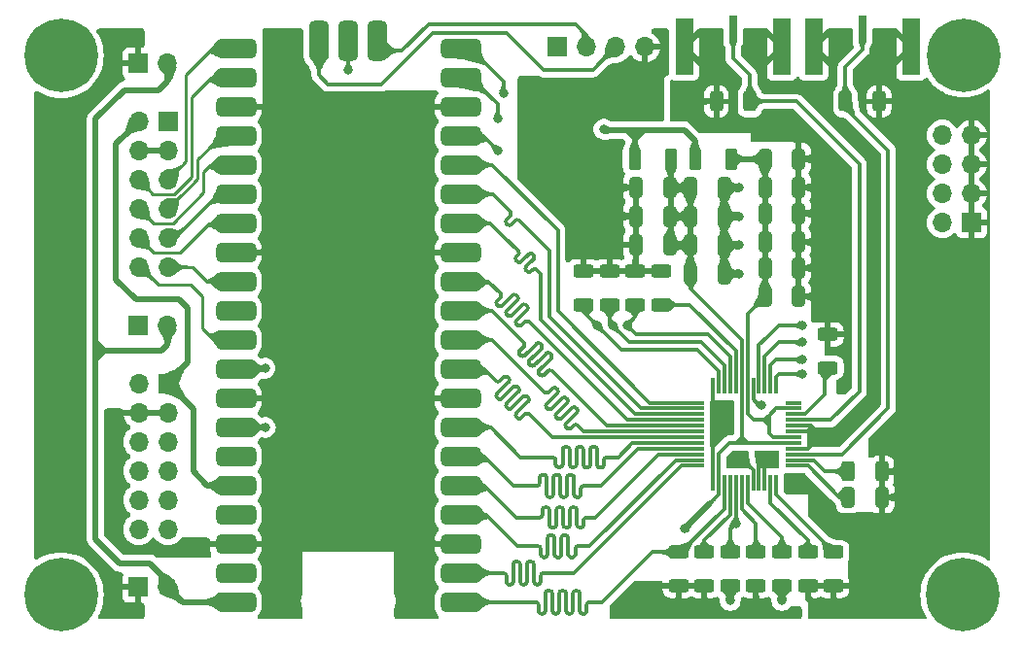
<source format=gbr>
%TF.GenerationSoftware,KiCad,Pcbnew,8.0.2*%
%TF.CreationDate,2024-05-14T11:50:59+07:00*%
%TF.ProjectId,PICO_DAC2932,5049434f-5f44-4414-9332-3933322e6b69,rev?*%
%TF.SameCoordinates,PX7735940PY61c06a0*%
%TF.FileFunction,Copper,L1,Top*%
%TF.FilePolarity,Positive*%
%FSLAX46Y46*%
G04 Gerber Fmt 4.6, Leading zero omitted, Abs format (unit mm)*
G04 Created by KiCad (PCBNEW 8.0.2) date 2024-05-14 11:50:59*
%MOMM*%
%LPD*%
G01*
G04 APERTURE LIST*
G04 Aperture macros list*
%AMRoundRect*
0 Rectangle with rounded corners*
0 $1 Rounding radius*
0 $2 $3 $4 $5 $6 $7 $8 $9 X,Y pos of 4 corners*
0 Add a 4 corners polygon primitive as box body*
4,1,4,$2,$3,$4,$5,$6,$7,$8,$9,$2,$3,0*
0 Add four circle primitives for the rounded corners*
1,1,$1+$1,$2,$3*
1,1,$1+$1,$4,$5*
1,1,$1+$1,$6,$7*
1,1,$1+$1,$8,$9*
0 Add four rect primitives between the rounded corners*
20,1,$1+$1,$2,$3,$4,$5,0*
20,1,$1+$1,$4,$5,$6,$7,0*
20,1,$1+$1,$6,$7,$8,$9,0*
20,1,$1+$1,$8,$9,$2,$3,0*%
G04 Aperture macros list end*
%TA.AperFunction,SMDPad,CuDef*%
%ADD10RoundRect,0.250000X0.625000X-0.312500X0.625000X0.312500X-0.625000X0.312500X-0.625000X-0.312500X0*%
%TD*%
%TA.AperFunction,ComponentPad*%
%ADD11R,1.700000X1.700000*%
%TD*%
%TA.AperFunction,ComponentPad*%
%ADD12O,1.700000X1.700000*%
%TD*%
%TA.AperFunction,SMDPad,CuDef*%
%ADD13RoundRect,0.250000X-0.325000X-0.650000X0.325000X-0.650000X0.325000X0.650000X-0.325000X0.650000X0*%
%TD*%
%TA.AperFunction,SMDPad,CuDef*%
%ADD14RoundRect,0.250000X-0.312500X-0.625000X0.312500X-0.625000X0.312500X0.625000X-0.312500X0.625000X0*%
%TD*%
%TA.AperFunction,ComponentPad*%
%ADD15C,0.800000*%
%TD*%
%TA.AperFunction,ComponentPad*%
%ADD16C,6.400000*%
%TD*%
%TA.AperFunction,SMDPad,CuDef*%
%ADD17RoundRect,0.425000X1.325000X0.425000X-1.325000X0.425000X-1.325000X-0.425000X1.325000X-0.425000X0*%
%TD*%
%TA.AperFunction,SMDPad,CuDef*%
%ADD18RoundRect,0.425000X-0.425000X1.325000X-0.425000X-1.325000X0.425000X-1.325000X0.425000X1.325000X0*%
%TD*%
%TA.AperFunction,SMDPad,CuDef*%
%ADD19RoundRect,0.250000X-0.275000X-0.700000X0.275000X-0.700000X0.275000X0.700000X-0.275000X0.700000X0*%
%TD*%
%TA.AperFunction,SMDPad,CuDef*%
%ADD20R,0.700000X2.350000*%
%TD*%
%TA.AperFunction,SMDPad,CuDef*%
%ADD21R,1.600000X4.900000*%
%TD*%
%TA.AperFunction,SMDPad,CuDef*%
%ADD22RoundRect,0.250000X-0.625000X0.312500X-0.625000X-0.312500X0.625000X-0.312500X0.625000X0.312500X0*%
%TD*%
%TA.AperFunction,SMDPad,CuDef*%
%ADD23RoundRect,0.250000X0.325000X0.650000X-0.325000X0.650000X-0.325000X-0.650000X0.325000X-0.650000X0*%
%TD*%
%TA.AperFunction,SMDPad,CuDef*%
%ADD24RoundRect,0.250000X0.312500X0.625000X-0.312500X0.625000X-0.312500X-0.625000X0.312500X-0.625000X0*%
%TD*%
%TA.AperFunction,SMDPad,CuDef*%
%ADD25R,1.475000X0.300000*%
%TD*%
%TA.AperFunction,SMDPad,CuDef*%
%ADD26R,0.300000X1.475000*%
%TD*%
%TA.AperFunction,ViaPad*%
%ADD27C,0.800000*%
%TD*%
%TA.AperFunction,Conductor*%
%ADD28C,0.300000*%
%TD*%
%TA.AperFunction,Conductor*%
%ADD29C,0.500000*%
%TD*%
%TA.AperFunction,Conductor*%
%ADD30C,0.250000*%
%TD*%
G04 APERTURE END LIST*
D10*
%TO.P,R11,1*%
%TO.N,+3.3VD*%
X66250000Y4287500D03*
%TO.P,R11,2*%
%TO.N,Net-(IC1-GSET)*%
X66250000Y7212500D03*
%TD*%
D11*
%TO.P,J9,1,Pin_1*%
%TO.N,GNDA*%
X82775000Y35950000D03*
D12*
%TO.P,J9,2,Pin_2*%
%TO.N,VOUT1*%
X80235000Y35950000D03*
%TO.P,J9,3,Pin_3*%
%TO.N,GNDA*%
X82775000Y38490000D03*
%TO.P,J9,4,Pin_4*%
%TO.N,VOUT2*%
X80235000Y38490000D03*
%TO.P,J9,5,Pin_5*%
%TO.N,GNDA*%
X82775000Y41030000D03*
%TO.P,J9,6,Pin_6*%
%TO.N,VOUT3*%
X80235000Y41030000D03*
%TO.P,J9,7,Pin_7*%
%TO.N,GNDA*%
X82775000Y43570000D03*
%TO.P,J9,8,Pin_8*%
%TO.N,VOUT4*%
X80235000Y43570000D03*
%TD*%
D13*
%TO.P,C3,1*%
%TO.N,+3.3VD*%
X58275000Y34000000D03*
%TO.P,C3,2*%
%TO.N,GNDD*%
X61225000Y34000000D03*
%TD*%
D14*
%TO.P,R15,1*%
%TO.N,Net-(IC1-I_OUT1)*%
X71787500Y46500000D03*
%TO.P,R15,2*%
%TO.N,GNDA*%
X74712500Y46500000D03*
%TD*%
D13*
%TO.P,C5,1*%
%TO.N,+3.3VA*%
X64775000Y29500000D03*
%TO.P,C5,2*%
%TO.N,GNDA*%
X67725000Y29500000D03*
%TD*%
D15*
%TO.P,REF\u002A\u002A,1*%
%TO.N,N/C*%
X1100000Y3500000D03*
X1802944Y5197056D03*
X1802944Y1802944D03*
X3500000Y5900000D03*
D16*
X3500000Y3500000D03*
D15*
X3500000Y1100000D03*
X5197056Y5197056D03*
X5197056Y1802944D03*
X5900000Y3500000D03*
%TD*%
D17*
%TO.P,U1,1,GPIO0*%
%TO.N,CLK*%
X38290000Y2870000D03*
%TO.P,U1,2,GPIO1*%
%TO.N,D0*%
X38290000Y5410000D03*
%TO.P,U1,3,GND*%
%TO.N,GNDD*%
X38290000Y7950000D03*
%TO.P,U1,4,GPIO2*%
%TO.N,D1*%
X38290000Y10490000D03*
%TO.P,U1,5,GPIO3*%
%TO.N,D2*%
X38290000Y13030000D03*
%TO.P,U1,6,GPIO4*%
%TO.N,D3*%
X38290000Y15570000D03*
%TO.P,U1,7,GPIO5*%
%TO.N,D4*%
X38290000Y18110000D03*
%TO.P,U1,8,GND*%
%TO.N,GNDD*%
X38290000Y20650000D03*
%TO.P,U1,9,GPIO6*%
%TO.N,D5*%
X38290000Y23190000D03*
%TO.P,U1,10,GPIO7*%
%TO.N,D6*%
X38290000Y25730000D03*
%TO.P,U1,11,GPIO8*%
%TO.N,D7*%
X38290000Y28270000D03*
%TO.P,U1,12,GPIO9*%
%TO.N,D8*%
X38290000Y30810000D03*
%TO.P,U1,13,GND*%
%TO.N,GNDD*%
X38290000Y33350000D03*
%TO.P,U1,14,GPIO10*%
%TO.N,D9*%
X38290000Y35890000D03*
%TO.P,U1,15,GPIO11*%
%TO.N,D10*%
X38290000Y38430000D03*
%TO.P,U1,16,GPIO12*%
%TO.N,D11*%
X38290000Y40970000D03*
%TO.P,U1,17,GPIO13*%
%TO.N,SCLK*%
X38290000Y43510000D03*
%TO.P,U1,18,GND*%
%TO.N,GNDD*%
X38290000Y46050000D03*
%TO.P,U1,19,GPIO14*%
%TO.N,DIN*%
X38290000Y48590000D03*
%TO.P,U1,20,GPIO15*%
%TO.N,SYNC*%
X38290000Y51130000D03*
%TO.P,U1,21,GPIO16*%
%TO.N,GPIO16*%
X18710000Y51130000D03*
%TO.P,U1,22,GPIO17*%
%TO.N,GPIO17*%
X18710000Y48590000D03*
%TO.P,U1,23,GND*%
%TO.N,GNDD*%
X18710000Y46050000D03*
%TO.P,U1,24,GPIO18*%
%TO.N,GPIO18*%
X18710000Y43510000D03*
%TO.P,U1,25,GPIO19*%
%TO.N,GPIO19*%
X18710000Y40970000D03*
%TO.P,U1,26,GPIO20*%
%TO.N,GPIO20*%
X18710000Y38430000D03*
%TO.P,U1,27,GPIO21*%
%TO.N,GPIO21*%
X18710000Y35890000D03*
%TO.P,U1,28,GND*%
%TO.N,GNDD*%
X18710000Y33350000D03*
%TO.P,U1,29,GPIO22*%
%TO.N,GPIO22*%
X18710000Y30810000D03*
%TO.P,U1,30,RUN*%
%TO.N,unconnected-(U1-RUN-Pad30)*%
X18710000Y28270000D03*
%TO.P,U1,31,GPIO26_ADC0*%
%TO.N,GPIO26_ADC0*%
X18710000Y25730000D03*
%TO.P,U1,32,GPIO27_ADC1*%
%TO.N,GPIO27_ADC1*%
X18710000Y23190000D03*
%TO.P,U1,33,AGND*%
%TO.N,GNDD*%
X18710000Y20650000D03*
%TO.P,U1,34,GPIO28_ADC2*%
%TO.N,STBY*%
X18710000Y18110000D03*
%TO.P,U1,35,ADC_VREF*%
%TO.N,unconnected-(U1-ADC_VREF-Pad35)*%
X18710000Y15570000D03*
%TO.P,U1,36,3V3*%
%TO.N,+3.3V*%
X18710000Y13030000D03*
%TO.P,U1,37,3V3_EN*%
%TO.N,unconnected-(U1-3V3_EN-Pad37)*%
X18710000Y10490000D03*
%TO.P,U1,38,GND*%
%TO.N,GNDD*%
X18710000Y7950000D03*
%TO.P,U1,39,VSYS*%
%TO.N,unconnected-(U1-VSYS-Pad39)*%
X18710000Y5410000D03*
%TO.P,U1,40,VBUS*%
%TO.N,+5V*%
X18710000Y2870000D03*
D18*
%TO.P,U1,41,SWCLK*%
%TO.N,SWCLK*%
X31040000Y51800000D03*
%TO.P,U1,42,GND*%
%TO.N,GNDD*%
X28500000Y51800000D03*
%TO.P,U1,43,SWDIO*%
%TO.N,SWDIO*%
X25960000Y51800000D03*
%TD*%
D13*
%TO.P,C13,1*%
%TO.N,+3.3VA*%
X64775000Y34250000D03*
%TO.P,C13,2*%
%TO.N,GNDA*%
X67725000Y34250000D03*
%TD*%
D19*
%TO.P,L2,1*%
%TO.N,+3.3V*%
X53425000Y41500000D03*
%TO.P,L2,2*%
%TO.N,+3.3VD*%
X56575000Y41500000D03*
%TD*%
D20*
%TO.P,J7,1,1*%
%TO.N,Net-(IC1-I_OUT2)*%
X62000000Y52835000D03*
D21*
%TO.P,J7,2,2*%
%TO.N,GNDA*%
X66250000Y51260000D03*
X57750000Y51260000D03*
%TD*%
D11*
%TO.P,J4,1,Pin_1*%
%TO.N,GNDD*%
X10225000Y49830000D03*
D12*
%TO.P,J4,2,Pin_2*%
%TO.N,+5V*%
X12765000Y49830000D03*
%TD*%
D22*
%TO.P,R1,1*%
%TO.N,CLK*%
X57250000Y7212500D03*
%TO.P,R1,2*%
%TO.N,GNDD*%
X57250000Y4287500D03*
%TD*%
D11*
%TO.P,J3,1,1*%
%TO.N,+3.3V*%
X12790000Y21920000D03*
D12*
%TO.P,J3,2,2*%
X10250000Y21920000D03*
%TO.P,J3,3,3*%
%TO.N,GNDD*%
X12790000Y19380000D03*
%TO.P,J3,4,4*%
X10250000Y19380000D03*
%TO.P,J3,5,5*%
%TO.N,GPIO27_ADC1*%
X12790000Y16840000D03*
%TO.P,J3,6,6*%
%TO.N,DIN*%
X10250000Y16840000D03*
%TO.P,J3,7,7*%
%TO.N,SCLK*%
X12790000Y14300000D03*
%TO.P,J3,8,8*%
%TO.N,SYNC*%
X10250000Y14300000D03*
%TO.P,J3,9,9*%
%TO.N,unconnected-(J3-Pad9)*%
X12790000Y11760000D03*
%TO.P,J3,10,10*%
%TO.N,unconnected-(J3-Pad10)*%
X10250000Y11760000D03*
%TO.P,J3,11,11*%
%TO.N,unconnected-(J3-Pad11)*%
X12790000Y9220000D03*
%TO.P,J3,12,12*%
%TO.N,unconnected-(J3-Pad12)*%
X10250000Y9220000D03*
%TD*%
D22*
%TO.P,R4,1*%
%TO.N,GNDD*%
X49000000Y31712500D03*
%TO.P,R4,2*%
%TO.N,SYNC*%
X49000000Y28787500D03*
%TD*%
D15*
%TO.P,REF\u002A\u002A,1*%
%TO.N,N/C*%
X79652944Y50552944D03*
X80355888Y52250000D03*
X80355888Y48855888D03*
X82052944Y52952944D03*
D16*
X82052944Y50552944D03*
D15*
X82052944Y48152944D03*
X83750000Y52250000D03*
X83750000Y48855888D03*
X84452944Y50552944D03*
%TD*%
D13*
%TO.P,C9,1*%
%TO.N,+3.3VA*%
X64775000Y36750000D03*
%TO.P,C9,2*%
%TO.N,GNDA*%
X67725000Y36750000D03*
%TD*%
D23*
%TO.P,C12,1*%
%TO.N,+3.3VD*%
X56475000Y36500000D03*
%TO.P,C12,2*%
%TO.N,GNDD*%
X53525000Y36500000D03*
%TD*%
D24*
%TO.P,R12,1*%
%TO.N,Net-(IC1-I_OUT2)*%
X63462500Y46500000D03*
%TO.P,R12,2*%
%TO.N,GNDA*%
X60537500Y46500000D03*
%TD*%
D22*
%TO.P,R7,1*%
%TO.N,STBY*%
X61750000Y7212500D03*
%TO.P,R7,2*%
%TO.N,+3.3VD*%
X61750000Y4287500D03*
%TD*%
D23*
%TO.P,C10,1*%
%TO.N,+3.3VD*%
X56475000Y39000000D03*
%TO.P,C10,2*%
%TO.N,GNDD*%
X53525000Y39000000D03*
%TD*%
D13*
%TO.P,C11,1*%
%TO.N,+3.3VA*%
X64775000Y41500000D03*
%TO.P,C11,2*%
%TO.N,GNDA*%
X67725000Y41500000D03*
%TD*%
D22*
%TO.P,R5,1*%
%TO.N,Net-(IC1-PD)*%
X59500000Y7212500D03*
%TO.P,R5,2*%
%TO.N,GNDD*%
X59500000Y4287500D03*
%TD*%
%TO.P,R10,1*%
%TO.N,Net-(IC1-FSA1)*%
X70750000Y7212500D03*
%TO.P,R10,2*%
%TO.N,GNDA*%
X70750000Y4287500D03*
%TD*%
%TO.P,R8,1*%
%TO.N,Net-(IC1-~{CS})*%
X64000000Y7212500D03*
%TO.P,R8,2*%
%TO.N,GNDD*%
X64000000Y4287500D03*
%TD*%
D13*
%TO.P,C6,1*%
%TO.N,+3.3VA*%
X64775000Y32000000D03*
%TO.P,C6,2*%
%TO.N,GNDA*%
X67725000Y32000000D03*
%TD*%
D15*
%TO.P,REF\u002A\u002A,1*%
%TO.N,N/C*%
X1100000Y50500000D03*
X1802944Y52197056D03*
X1802944Y48802944D03*
X3500000Y52900000D03*
D16*
X3500000Y50500000D03*
D15*
X3500000Y48100000D03*
X5197056Y52197056D03*
X5197056Y48802944D03*
X5900000Y50500000D03*
%TD*%
D23*
%TO.P,C14,1*%
%TO.N,+3.3VD*%
X56475000Y34000000D03*
%TO.P,C14,2*%
%TO.N,GNDD*%
X53525000Y34000000D03*
%TD*%
D19*
%TO.P,L1,1*%
%TO.N,+3.3V*%
X58675000Y41500000D03*
%TO.P,L1,2*%
%TO.N,+3.3VA*%
X61825000Y41500000D03*
%TD*%
D25*
%TO.P,IC1,1,D11*%
%TO.N,D11*%
X58762000Y20250000D03*
%TO.P,IC1,2,D10*%
%TO.N,D10*%
X58762000Y19750000D03*
%TO.P,IC1,3,D9*%
%TO.N,D9*%
X58762000Y19250000D03*
%TO.P,IC1,4,D8*%
%TO.N,D8*%
X58762000Y18750000D03*
%TO.P,IC1,5,D7*%
%TO.N,D7*%
X58762000Y18250000D03*
%TO.P,IC1,6,D6*%
%TO.N,D6*%
X58762000Y17750000D03*
%TO.P,IC1,7,D5*%
%TO.N,D5*%
X58762000Y17250000D03*
%TO.P,IC1,8,D4*%
%TO.N,D4*%
X58762000Y16750000D03*
%TO.P,IC1,9,D3*%
%TO.N,D3*%
X58762000Y16250000D03*
%TO.P,IC1,10,D2*%
%TO.N,D2*%
X58762000Y15750000D03*
%TO.P,IC1,11,D1*%
%TO.N,D1*%
X58762000Y15250000D03*
%TO.P,IC1,12,D0*%
%TO.N,D0*%
X58762000Y14750000D03*
D26*
%TO.P,IC1,13,DGND_1*%
%TO.N,GNDD*%
X60250000Y13262000D03*
%TO.P,IC1,14,+VD*%
%TO.N,+3.3VD*%
X60750000Y13262000D03*
%TO.P,IC1,15,CLK*%
%TO.N,CLK*%
X61250000Y13262000D03*
%TO.P,IC1,16,PD*%
%TO.N,Net-(IC1-PD)*%
X61750000Y13262000D03*
%TO.P,IC1,17,~{STBY}*%
%TO.N,STBY*%
X62250000Y13262000D03*
%TO.P,IC1,18,~{CS}*%
%TO.N,Net-(IC1-~{CS})*%
X62750000Y13262000D03*
%TO.P,IC1,19,GSET*%
%TO.N,Net-(IC1-GSET)*%
X63250000Y13262000D03*
%TO.P,IC1,20,DGND_2*%
%TO.N,GNDD*%
X63750000Y13262000D03*
%TO.P,IC1,21,AGND_1*%
%TO.N,GNDA*%
X64250000Y13262000D03*
%TO.P,IC1,22,AGND_2*%
X64750000Y13262000D03*
%TO.P,IC1,23,FSA2*%
%TO.N,Net-(IC1-FSA2)*%
X65250000Y13262000D03*
%TO.P,IC1,24,FSA1*%
%TO.N,Net-(IC1-FSA1)*%
X65750000Y13262000D03*
D25*
%TO.P,IC1,25,REF_IN*%
%TO.N,Net-(IC1-REF_IN)*%
X67238000Y14750000D03*
%TO.P,IC1,26,I_~{OUT1}*%
%TO.N,Net-(IC1-I_~{OUT1})*%
X67238000Y15250000D03*
%TO.P,IC1,27,I_OUT1*%
%TO.N,Net-(IC1-I_OUT1)*%
X67238000Y15750000D03*
%TO.P,IC1,28,AGND_3*%
%TO.N,GNDA*%
X67238000Y16250000D03*
%TO.P,IC1,29,+VA_1*%
%TO.N,+3.3VD*%
X67238000Y16750000D03*
%TO.P,IC1,30,+VA_2*%
%TO.N,+3.3VA*%
X67238000Y17250000D03*
%TO.P,IC1,31,AGND_4*%
%TO.N,GNDA*%
X67238000Y17750000D03*
%TO.P,IC1,32,AGND_5*%
X67238000Y18250000D03*
%TO.P,IC1,33,I_OUT2*%
%TO.N,Net-(IC1-I_OUT2)*%
X67238000Y18750000D03*
%TO.P,IC1,34,I~{_OUT2}*%
%TO.N,Net-(IC1-I~{_OUT2})*%
X67238000Y19250000D03*
%TO.P,IC1,35,+VAV*%
%TO.N,+3.3VA*%
X67238000Y19750000D03*
%TO.P,IC1,36,NC*%
%TO.N,unconnected-(IC1-NC-Pad36)*%
X67238000Y20250000D03*
D26*
%TO.P,IC1,37,VOUT1*%
%TO.N,VOUT1*%
X65750000Y21738000D03*
%TO.P,IC1,38,VOUT2*%
%TO.N,VOUT2*%
X65250000Y21738000D03*
%TO.P,IC1,39,VOUT3*%
%TO.N,VOUT3*%
X64750000Y21738000D03*
%TO.P,IC1,40,VOUT4*%
%TO.N,VOUT4*%
X64250000Y21738000D03*
%TO.P,IC1,41,AGNDV*%
%TO.N,GNDA*%
X63750000Y21738000D03*
%TO.P,IC1,42,REFV*%
%TO.N,+3.3VA*%
X63250000Y21738000D03*
%TO.P,IC1,43,+VDV*%
%TO.N,+3.3VD*%
X62750000Y21738000D03*
%TO.P,IC1,44,PDV*%
%TO.N,Net-(IC1-PDV)*%
X62250000Y21738000D03*
%TO.P,IC1,45,DIN*%
%TO.N,DIN*%
X61750000Y21738000D03*
%TO.P,IC1,46,SCLK*%
%TO.N,SCLK*%
X61250000Y21738000D03*
%TO.P,IC1,47,~{SYNC}*%
%TO.N,SYNC*%
X60750000Y21738000D03*
%TO.P,IC1,48,DGNDV*%
%TO.N,GNDD*%
X60250000Y21738000D03*
%TD*%
D15*
%TO.P,REF\u002A\u002A,1*%
%TO.N,N/C*%
X79600000Y3500000D03*
X80302944Y5197056D03*
X80302944Y1802944D03*
X82000000Y5900000D03*
D16*
X82000000Y3500000D03*
D15*
X82000000Y1100000D03*
X83697056Y5197056D03*
X83697056Y1802944D03*
X84400000Y3500000D03*
%TD*%
D22*
%TO.P,R9,1*%
%TO.N,Net-(IC1-FSA2)*%
X68500000Y7212500D03*
%TO.P,R9,2*%
%TO.N,GNDA*%
X68500000Y4287500D03*
%TD*%
D10*
%TO.P,R6,1*%
%TO.N,Net-(IC1-PDV)*%
X55750000Y28787500D03*
%TO.P,R6,2*%
%TO.N,GNDD*%
X55750000Y31712500D03*
%TD*%
D22*
%TO.P,R2,1*%
%TO.N,GNDD*%
X53500000Y31712500D03*
%TO.P,R2,2*%
%TO.N,DIN*%
X53500000Y28787500D03*
%TD*%
D13*
%TO.P,C1,1*%
%TO.N,+3.3VD*%
X58275000Y39000000D03*
%TO.P,C1,2*%
%TO.N,GNDD*%
X61225000Y39000000D03*
%TD*%
D14*
%TO.P,R13,1*%
%TO.N,Net-(IC1-I_~{OUT1})*%
X72037500Y14250000D03*
%TO.P,R13,2*%
%TO.N,GNDA*%
X74962500Y14250000D03*
%TD*%
D11*
%TO.P,J5,1,1*%
%TO.N,+3.3V*%
X12790000Y44780000D03*
D12*
%TO.P,J5,2,2*%
X10250000Y44780000D03*
%TO.P,J5,3,3*%
%TO.N,GNDD*%
X12790000Y42240000D03*
%TO.P,J5,4,4*%
X10250000Y42240000D03*
%TO.P,J5,5,5*%
%TO.N,GPIO16*%
X12790000Y39700000D03*
%TO.P,J5,6,6*%
%TO.N,GPIO17*%
X10250000Y39700000D03*
%TO.P,J5,7,7*%
%TO.N,GPIO18*%
X12790000Y37160000D03*
%TO.P,J5,8,8*%
%TO.N,GPIO19*%
X10250000Y37160000D03*
%TO.P,J5,9,9*%
%TO.N,GPIO20*%
X12790000Y34620000D03*
%TO.P,J5,10,10*%
%TO.N,GPIO21*%
X10250000Y34620000D03*
%TO.P,J5,11,11*%
%TO.N,GPIO22*%
X12790000Y32080000D03*
%TO.P,J5,12,12*%
%TO.N,GPIO26_ADC0*%
X10250000Y32080000D03*
%TD*%
D13*
%TO.P,C8,1*%
%TO.N,+3.3VD*%
X58275000Y36500000D03*
%TO.P,C8,2*%
%TO.N,GNDD*%
X61225000Y36500000D03*
%TD*%
D22*
%TO.P,R3,1*%
%TO.N,GNDD*%
X51250000Y31712500D03*
%TO.P,R3,2*%
%TO.N,SCLK*%
X51250000Y28787500D03*
%TD*%
D13*
%TO.P,C4,1*%
%TO.N,Net-(IC1-REF_IN)*%
X72025000Y12000000D03*
%TO.P,C4,2*%
%TO.N,GNDA*%
X74975000Y12000000D03*
%TD*%
D20*
%TO.P,J8,1,1*%
%TO.N,Net-(IC1-I_OUT1)*%
X73250000Y52835000D03*
D21*
%TO.P,J8,2,2*%
%TO.N,GNDA*%
X77500000Y51260000D03*
X69000000Y51260000D03*
%TD*%
D10*
%TO.P,R14,1*%
%TO.N,Net-(IC1-I~{_OUT2})*%
X70250000Y23287500D03*
%TO.P,R14,2*%
%TO.N,GNDA*%
X70250000Y26212500D03*
%TD*%
D11*
%TO.P,J6,1,Pin_1*%
%TO.N,GNDD*%
X10225000Y4170000D03*
D12*
%TO.P,J6,2,Pin_2*%
%TO.N,+5V*%
X12765000Y4170000D03*
%TD*%
D13*
%TO.P,C2,1*%
%TO.N,+3.3VD*%
X58275000Y31500000D03*
%TO.P,C2,2*%
%TO.N,GNDD*%
X61225000Y31500000D03*
%TD*%
%TO.P,C7,1*%
%TO.N,+3.3VA*%
X64775000Y39000000D03*
%TO.P,C7,2*%
%TO.N,GNDA*%
X67725000Y39000000D03*
%TD*%
D11*
%TO.P,J1,1,Pin_1*%
%TO.N,+5V*%
X46700000Y51250000D03*
D12*
%TO.P,J1,2,Pin_2*%
%TO.N,SWCLK*%
X49240000Y51250000D03*
%TO.P,J1,3,Pin_3*%
%TO.N,SWDIO*%
X51780000Y51250000D03*
%TO.P,J1,4,Pin_4*%
%TO.N,GNDD*%
X54320000Y51250000D03*
%TD*%
D11*
%TO.P,J2,1,Pin_1*%
%TO.N,GNDD*%
X10225000Y27000000D03*
D12*
%TO.P,J2,2,Pin_2*%
%TO.N,+5V*%
X12765000Y27000000D03*
%TD*%
D27*
%TO.N,GNDD*%
X67500000Y2000000D03*
X51750000Y2000000D03*
X53000000Y3250000D03*
%TO.N,+3.3V*%
X50750000Y44075000D03*
%TO.N,+3.3VD*%
X57750000Y9250000D03*
X61750000Y3000000D03*
X66250000Y3000000D03*
%TO.N,STBY*%
X62250000Y9750000D03*
X21275000Y18100000D03*
%TO.N,VOUT1*%
X68000000Y22750000D03*
%TO.N,VOUT4*%
X68000000Y27000000D03*
%TO.N,DIN*%
X41500000Y45000000D03*
X52750000Y27000000D03*
%TO.N,VOUT2*%
X68000000Y24000000D03*
%TO.N,SCLK*%
X41500000Y42250000D03*
X51525000Y26975000D03*
%TO.N,SYNC*%
X50175000Y26975000D03*
X42000000Y47250000D03*
%TO.N,VOUT3*%
X68000000Y25500000D03*
%TO.N,GPIO27_ADC1*%
X21250000Y23250000D03*
%TO.N,GNDD*%
X43750000Y48250000D03*
X31000000Y25500000D03*
X60500000Y17250000D03*
X1750000Y45750000D03*
X62725000Y15350000D03*
X21250000Y33500000D03*
X22000000Y51500000D03*
X1750000Y35250000D03*
X21750000Y38000000D03*
X1750000Y7750000D03*
X62500000Y34000000D03*
X26250000Y25500000D03*
X29000000Y8250000D03*
X35000000Y16750000D03*
X34000000Y2000000D03*
X21750000Y46000000D03*
X26250000Y46000000D03*
X60500000Y18500000D03*
X35250000Y46000000D03*
X35000000Y12500000D03*
X35250000Y33500000D03*
X55250000Y48000000D03*
X35250000Y38000000D03*
X52250000Y36500000D03*
X21250000Y8000000D03*
X51750000Y42500000D03*
X24000000Y51500000D03*
X35500000Y21500000D03*
X22000000Y12500000D03*
X1750000Y22500000D03*
X1750000Y17250000D03*
X48250000Y44500000D03*
X43750000Y44500000D03*
X31000000Y38000000D03*
X26250000Y21500000D03*
X31000000Y42250000D03*
X31000000Y46000000D03*
X62500000Y39000000D03*
X21750000Y42250000D03*
X35250000Y25500000D03*
X60500000Y19750000D03*
X43750000Y40250000D03*
X59500000Y2750000D03*
X1750000Y40500000D03*
X23000000Y21750000D03*
X62500000Y36500000D03*
X29000000Y12500000D03*
X1750000Y28750000D03*
X35250000Y42250000D03*
X31000000Y33500000D03*
X26250000Y38000000D03*
X31000000Y29500000D03*
X21250000Y29500000D03*
X31000000Y21500000D03*
X21500000Y25250000D03*
X1750000Y12250000D03*
X29000000Y17000000D03*
X57250000Y2750000D03*
X22750000Y2000000D03*
X35750000Y8000000D03*
X35250000Y29500000D03*
X26250000Y42250000D03*
X26250000Y33500000D03*
X28500000Y49250000D03*
X22250000Y17000000D03*
X52250000Y39000000D03*
X49250000Y48000000D03*
X26250000Y29500000D03*
X64000000Y2750000D03*
X62500000Y31500000D03*
%TO.N,GNDA*%
X64500000Y20000000D03*
X74250000Y34500000D03*
X74250000Y32250000D03*
X71500000Y34500000D03*
X57000000Y47750000D03*
X71500000Y32250000D03*
X71750000Y18000000D03*
X71500000Y30000000D03*
X75500000Y50750000D03*
X59500000Y52250000D03*
X72750000Y2000000D03*
X69000000Y29500000D03*
X83750000Y33250000D03*
X64500000Y15500000D03*
X74250000Y37250000D03*
X83750000Y21500000D03*
X81500000Y29500000D03*
X76250000Y12000000D03*
X76250000Y14250000D03*
X68750000Y47750000D03*
X76750000Y42250000D03*
X71500000Y39750000D03*
X64250000Y50250000D03*
X69250000Y10750000D03*
X68000000Y44250000D03*
X73250000Y19500000D03*
X71500000Y37250000D03*
X69000000Y2750000D03*
X80500000Y21500000D03*
X74250000Y21500000D03*
X75500000Y49000000D03*
X69000000Y17325000D03*
X74250000Y39750000D03*
X80500000Y17250000D03*
X80000000Y46000000D03*
X74250000Y16500000D03*
X75500000Y52250000D03*
X74000000Y42250000D03*
X69000000Y34250000D03*
X78000000Y47500000D03*
X83750000Y25750000D03*
X76000000Y9000000D03*
X80750000Y25750000D03*
X83750000Y29500000D03*
X69000000Y36750000D03*
X74250000Y30000000D03*
X65000000Y47750000D03*
X70750000Y52250000D03*
X59000000Y46500000D03*
X75750000Y44500000D03*
X69000000Y32000000D03*
X76750000Y21500000D03*
X71750000Y44250000D03*
X67250000Y13250000D03*
X80500000Y13500000D03*
X65000000Y45000000D03*
X71000000Y9000000D03*
X76500000Y46500000D03*
X69000000Y41500000D03*
X70750000Y50250000D03*
X69000000Y39000000D03*
X83750000Y9000000D03*
X83750000Y13500000D03*
X70250000Y28250000D03*
X70000000Y42500000D03*
X64250000Y52250000D03*
X76000000Y18500000D03*
X80500000Y9000000D03*
X81500000Y33250000D03*
X70750000Y2750000D03*
X73000000Y48750000D03*
X83750000Y46000000D03*
X62250000Y48250000D03*
X66750000Y47750000D03*
X65575000Y15375000D03*
X77500000Y2000000D03*
X83750000Y17250000D03*
X59500000Y48250000D03*
X71500000Y21500000D03*
X59500000Y50250000D03*
%TD*%
D28*
%TO.N,Net-(IC1-I_OUT2)*%
X70500000Y18750000D02*
X67238000Y18750000D01*
X73000000Y21250000D02*
X70500000Y18750000D01*
X67500000Y46500000D02*
X73000000Y41000000D01*
X73000000Y41000000D02*
X73000000Y21250000D01*
X63462500Y46500000D02*
X67500000Y46500000D01*
%TO.N,CLK*%
X54962500Y7212500D02*
X50620000Y2870000D01*
X46620000Y1870752D02*
X46500000Y1870752D01*
X48060000Y3629248D02*
X48060000Y2870000D01*
X46860000Y3629249D02*
X46860000Y2870000D01*
X48420000Y3869248D02*
X48300000Y3869248D01*
X48660000Y2870000D02*
X48660000Y3629248D01*
X47460000Y2110752D02*
X47460000Y2870000D01*
X44820000Y2870000D02*
X44700000Y2870000D01*
X45060000Y2110755D02*
X45060000Y2630000D01*
X45420000Y1870755D02*
X45300000Y1870755D01*
X57250000Y7212500D02*
X54962500Y7212500D01*
X46860000Y2870000D02*
X46860000Y2110752D01*
X47220000Y3869249D02*
X47100000Y3869249D01*
X49020000Y1870755D02*
X48900000Y1870755D01*
X48660000Y2110755D02*
X48660000Y2630000D01*
X48660000Y2630000D02*
X48660000Y2870000D01*
X44700000Y2870000D02*
X43755034Y2870000D01*
X43755034Y2870000D02*
X37390000Y2870000D01*
X45660000Y2870000D02*
X45660000Y2630000D01*
X46020000Y3869251D02*
X45900000Y3869251D01*
X45660000Y3629251D02*
X45660000Y2870000D01*
X48060000Y2870000D02*
X48060000Y2110752D01*
X50620000Y2870000D02*
X49500000Y2870000D01*
X45660000Y2630000D02*
X45660000Y2110755D01*
X47820000Y1870752D02*
X47700000Y1870752D01*
X46260000Y2870000D02*
X46260000Y3629251D01*
X49260000Y2630000D02*
X49260000Y2110755D01*
X47460000Y2870000D02*
X47460000Y3629249D01*
X46260000Y2110752D02*
X46260000Y2870000D01*
X46500000Y1870752D02*
G75*
G02*
X46259952Y2110752I0J240048D01*
G01*
X45060000Y2630000D02*
G75*
G03*
X44820000Y2870000I-240000J0D01*
G01*
X46260000Y3629251D02*
G75*
G03*
X46020000Y3869300I-240000J49D01*
G01*
X47100000Y3869249D02*
G75*
G03*
X46860051Y3629249I0J-239949D01*
G01*
X45900000Y3869251D02*
G75*
G03*
X45660049Y3629251I0J-239951D01*
G01*
X46860000Y2110752D02*
G75*
G02*
X46620000Y1870800I-240000J48D01*
G01*
X48660000Y3629248D02*
G75*
G03*
X48420000Y3869200I-240000J-48D01*
G01*
X47460000Y3629249D02*
G75*
G03*
X47220000Y3869300I-240000J51D01*
G01*
X48060000Y2110752D02*
G75*
G02*
X47820000Y1870800I-240000J48D01*
G01*
X49500000Y2870000D02*
G75*
G03*
X49260000Y2630000I0J-240000D01*
G01*
X49260000Y2110755D02*
G75*
G02*
X49020000Y1870800I-240000J45D01*
G01*
X45300000Y1870755D02*
G75*
G02*
X45059955Y2110755I0J240045D01*
G01*
X48900000Y1870755D02*
G75*
G02*
X48659955Y2110755I0J240045D01*
G01*
X48300000Y3869248D02*
G75*
G03*
X48059952Y3629248I0J-240048D01*
G01*
X45660000Y2110755D02*
G75*
G02*
X45420000Y1870800I-240000J45D01*
G01*
X47700000Y1870752D02*
G75*
G02*
X47459952Y2110752I0J240048D01*
G01*
%TO.N,D0*%
X43457082Y6169550D02*
G75*
G03*
X43217082Y6409582I-239982J50D01*
G01*
X44657082Y6169550D02*
G75*
G03*
X44417082Y6409582I-239982J50D01*
G01*
X45257082Y4650450D02*
G75*
G02*
X45017082Y4410418I-239982J-50D01*
G01*
X42497082Y4410453D02*
G75*
G02*
X42257053Y4650453I18J240047D01*
G01*
X43097082Y6409550D02*
G75*
G03*
X42857150Y6169550I18J-239950D01*
G01*
X44897082Y4410450D02*
G75*
G02*
X44657150Y4650450I18J239950D01*
G01*
X42857082Y4650453D02*
G75*
G02*
X42617082Y4410518I-239982J47D01*
G01*
X44297082Y6409550D02*
G75*
G03*
X44057150Y6169550I18J-239950D01*
G01*
X42257082Y5170000D02*
G75*
G03*
X42017082Y5409982I-239982J0D01*
G01*
X44057082Y4650452D02*
G75*
G02*
X43817082Y4410518I-239982J48D01*
G01*
X45497082Y5410000D02*
G75*
G03*
X45257100Y5170000I18J-240000D01*
G01*
X43697082Y4410452D02*
G75*
G02*
X43457052Y4650452I18J240048D01*
G01*
X42857082Y6169550D02*
X42857082Y5410000D01*
X42857082Y5170000D02*
X42857082Y4650453D01*
X42017082Y5410000D02*
X41897082Y5410000D01*
X44057082Y5410000D02*
X44057082Y4650452D01*
X44657082Y5170000D02*
X44657082Y5410000D01*
X44417082Y6409550D02*
X44297082Y6409550D01*
X44657082Y5410000D02*
X44657082Y6169550D01*
X43457082Y4650452D02*
X43457082Y5410000D01*
X45017082Y4410450D02*
X44897082Y4410450D01*
X42857082Y5410000D02*
X42857082Y5170000D01*
X44657082Y4650450D02*
X44657082Y5170000D01*
X42257082Y4650453D02*
X42257082Y5170000D01*
X43817082Y4410452D02*
X43697082Y4410452D01*
X43217082Y6409550D02*
X43097082Y6409550D01*
X40628488Y5410000D02*
X37390000Y5410000D01*
X41897082Y5410000D02*
X40628488Y5410000D01*
X44057082Y6169550D02*
X44057082Y5410000D01*
X58762000Y14750000D02*
X57500000Y14750000D01*
X42617082Y4410453D02*
X42497082Y4410453D01*
X45257082Y5170000D02*
X45257082Y4650450D01*
X43457082Y5410000D02*
X43457082Y6169550D01*
X48160000Y5410000D02*
X45497082Y5410000D01*
X57500000Y14750000D02*
X48160000Y5410000D01*
%TO.N,D4*%
X48360000Y16179804D02*
X48360000Y15500000D01*
X46920000Y14630180D02*
X46800000Y14630180D01*
X48120000Y14630180D02*
X48000000Y14630180D01*
X48960000Y14820196D02*
X48960000Y15500000D01*
X46320000Y15500000D02*
X46200000Y15500000D01*
X47160000Y15500000D02*
X47160000Y15260000D01*
X47520000Y16419804D02*
X47400000Y16419804D01*
X50520000Y14580196D02*
X50400000Y14580196D01*
X48360000Y15500000D02*
X48360000Y14870180D01*
X48720000Y16419804D02*
X48600000Y16419804D01*
X47160000Y16179804D02*
X47160000Y15500000D01*
X49560000Y15500000D02*
X49560000Y14820196D01*
X48960000Y15500000D02*
X48960000Y16179804D01*
X43500000Y15500000D02*
X40890000Y18110000D01*
X46560000Y14870180D02*
X46560000Y15260000D01*
X49920000Y16419804D02*
X49800000Y16419804D01*
X47160000Y15260000D02*
X47160000Y14870180D01*
X50160000Y14820196D02*
X50160000Y15260000D01*
X46200000Y15500000D02*
X44775272Y15500000D01*
X49320000Y14580196D02*
X49200000Y14580196D01*
X44775272Y15500000D02*
X43500000Y15500000D01*
X40890000Y18110000D02*
X37390000Y18110000D01*
X58762000Y16750000D02*
X53250000Y16750000D01*
X50160000Y15500000D02*
X50160000Y16179804D01*
X50760000Y15260000D02*
X50760000Y14820196D01*
X53250000Y16750000D02*
X52000000Y15500000D01*
X52000000Y15500000D02*
X51000000Y15500000D01*
X50160000Y15260000D02*
X50160000Y15500000D01*
X49560000Y16179804D02*
X49560000Y15500000D01*
X47760000Y14870180D02*
X47760000Y15500000D01*
X47760000Y15500000D02*
X47760000Y16179804D01*
X47400000Y16419804D02*
G75*
G03*
X47159996Y16179804I0J-240004D01*
G01*
X47760000Y16179804D02*
G75*
G03*
X47520000Y16419800I-240000J-4D01*
G01*
X48600000Y16419804D02*
G75*
G03*
X48359996Y16179804I0J-240004D01*
G01*
X46560000Y15260000D02*
G75*
G03*
X46320000Y15500000I-240000J0D01*
G01*
X48360000Y14870180D02*
G75*
G02*
X48120000Y14630200I-240000J20D01*
G01*
X49200000Y14580196D02*
G75*
G02*
X48959996Y14820196I0J240004D01*
G01*
X47160000Y14870180D02*
G75*
G02*
X46920000Y14630200I-240000J20D01*
G01*
X46800000Y14630180D02*
G75*
G02*
X46559980Y14870180I0J240020D01*
G01*
X50400000Y14580196D02*
G75*
G02*
X50159996Y14820196I0J240004D01*
G01*
X48000000Y14630180D02*
G75*
G02*
X47759980Y14870180I0J240020D01*
G01*
X50160000Y16179804D02*
G75*
G03*
X49920000Y16419800I-240000J-4D01*
G01*
X49560000Y14820196D02*
G75*
G02*
X49320000Y14580200I-240000J4D01*
G01*
X48960000Y16179804D02*
G75*
G03*
X48720000Y16419800I-240000J-4D01*
G01*
X50760000Y14820196D02*
G75*
G02*
X50520000Y14580200I-240000J4D01*
G01*
X51000000Y15500000D02*
G75*
G03*
X50760000Y15260000I0J-240000D01*
G01*
X49800000Y16419804D02*
G75*
G03*
X49559996Y16179804I0J-240004D01*
G01*
%TO.N,D3*%
X46000000Y12024227D02*
G75*
G02*
X45760027Y12264227I0J239973D01*
G01*
X46600000Y13975794D02*
G75*
G03*
X46360006Y13735794I0J-239994D01*
G01*
X48760000Y12264227D02*
G75*
G02*
X48520000Y12024200I-240000J-27D01*
G01*
X48160000Y13735773D02*
G75*
G03*
X47920000Y13975800I-240000J27D01*
G01*
X46960000Y13735794D02*
G75*
G03*
X46720000Y13975800I-240000J6D01*
G01*
X48400000Y12024227D02*
G75*
G02*
X48160027Y12264227I0J239973D01*
G01*
X45400000Y13975794D02*
G75*
G03*
X45160006Y13735794I0J-239994D01*
G01*
X47200000Y12024227D02*
G75*
G02*
X46960027Y12264227I0J239973D01*
G01*
X45160000Y13240000D02*
G75*
G02*
X44920000Y13000000I-240000J0D01*
G01*
X49000000Y13000000D02*
G75*
G03*
X48760000Y12760000I0J-240000D01*
G01*
X47800000Y13975773D02*
G75*
G03*
X47560027Y13735773I0J-239973D01*
G01*
X47560000Y12264227D02*
G75*
G02*
X47320000Y12024200I-240000J-27D01*
G01*
X45760000Y13735794D02*
G75*
G03*
X45520000Y13975800I-240000J6D01*
G01*
X46360000Y12264227D02*
G75*
G02*
X46120000Y12024200I-240000J-27D01*
G01*
X47560000Y13000000D02*
X47560000Y12264227D01*
X45160000Y13735794D02*
X45160000Y13240000D01*
X45760000Y12264227D02*
X45760000Y13000000D01*
X44214505Y13000000D02*
X42875000Y13000000D01*
X40305000Y15570000D02*
X37390000Y15570000D01*
X44800000Y13000000D02*
X44214505Y13000000D01*
X42875000Y13000000D02*
X40305000Y15570000D01*
X44920000Y13000000D02*
X44800000Y13000000D01*
X46360000Y13735794D02*
X46360000Y13000000D01*
X47920000Y13975773D02*
X47800000Y13975773D01*
X48160000Y13000000D02*
X48160000Y13735773D01*
X48160000Y12760000D02*
X48160000Y13000000D01*
X45760000Y13240000D02*
X45760000Y13735794D01*
X45520000Y13975794D02*
X45400000Y13975794D01*
X53750000Y16250000D02*
X50500000Y13000000D01*
X46960000Y13000000D02*
X46960000Y13735794D01*
X47560000Y13735773D02*
X47560000Y13000000D01*
X48760000Y12760000D02*
X48760000Y12264227D01*
X46360000Y13000000D02*
X46360000Y12264227D01*
X48520000Y12024227D02*
X48400000Y12024227D01*
X58712000Y16250000D02*
X53750000Y16250000D01*
X47320000Y12024227D02*
X47200000Y12024227D01*
X48160000Y12264227D02*
X48160000Y12760000D01*
X45760000Y13000000D02*
X45760000Y13240000D01*
X46120000Y12024227D02*
X46000000Y12024227D01*
X46720000Y13975794D02*
X46600000Y13975794D01*
X50500000Y13000000D02*
X49000000Y13000000D01*
X46960000Y12264227D02*
X46960000Y13000000D01*
%TO.N,D1*%
X58762000Y15250000D02*
X57000000Y15250000D01*
X45620000Y6787749D02*
X45500000Y6787749D01*
X49500000Y7750000D02*
X48500000Y7750000D01*
X57000000Y15250000D02*
X49500000Y7750000D01*
X45860000Y7510000D02*
X45860000Y7027749D01*
X46820000Y6787749D02*
X46700000Y6787749D01*
X47420000Y8712251D02*
X47300000Y8712251D01*
X46220000Y8712248D02*
X46100000Y8712248D01*
X44900000Y7750000D02*
X43724613Y7750000D01*
X45020000Y7750000D02*
X44900000Y7750000D01*
X48500000Y7750000D02*
G75*
G03*
X48260000Y7510000I0J-240000D01*
G01*
X47300000Y8712251D02*
G75*
G03*
X47060049Y8472251I0J-239951D01*
G01*
X47900000Y6787749D02*
G75*
G02*
X47660049Y7027749I0J239951D01*
G01*
X46700000Y6787749D02*
G75*
G02*
X46460049Y7027749I0J239951D01*
G01*
X46460000Y8472248D02*
G75*
G03*
X46220000Y8712200I-240000J-48D01*
G01*
X47060000Y7027749D02*
G75*
G02*
X46820000Y6787700I-240000J-49D01*
G01*
X45500000Y6787749D02*
G75*
G02*
X45260049Y7027749I0J239951D01*
G01*
X48260000Y7027749D02*
G75*
G02*
X48020000Y6787700I-240000J-49D01*
G01*
X45860000Y7027749D02*
G75*
G02*
X45620000Y6787700I-240000J-49D01*
G01*
X47660000Y8472251D02*
G75*
G03*
X47420000Y8712300I-240000J49D01*
G01*
X45260000Y7510000D02*
G75*
G03*
X45020000Y7750000I-240000J0D01*
G01*
X46100000Y8712248D02*
G75*
G03*
X45859952Y8472248I0J-240048D01*
G01*
X48260000Y7510000D02*
X48260000Y7027749D01*
X47660000Y7027749D02*
X47660000Y7510000D01*
X48020000Y6787749D02*
X47900000Y6787749D01*
X46460000Y7750000D02*
X46460000Y8472248D01*
X47660000Y7750000D02*
X47660000Y8472251D01*
X47660000Y7510000D02*
X47660000Y7750000D01*
X40510000Y10490000D02*
X37390000Y10490000D01*
X45860000Y7750000D02*
X45860000Y7510000D01*
X43724613Y7750000D02*
X43250000Y7750000D01*
X45260000Y7027749D02*
X45260000Y7510000D01*
X43250000Y7750000D02*
X40510000Y10490000D01*
X45860000Y8472248D02*
X45860000Y7750000D01*
X46460000Y7027749D02*
X46460000Y7750000D01*
X47060000Y8472251D02*
X47060000Y7750000D01*
X47060000Y7750000D02*
X47060000Y7027749D01*
%TO.N,D2*%
X45410000Y10490000D02*
G75*
G02*
X45170000Y10250000I-240000J0D01*
G01*
X46010000Y10896693D02*
G75*
G03*
X45770000Y11136700I-240000J7D01*
G01*
X46250000Y9363286D02*
G75*
G02*
X46009986Y9603286I0J240014D01*
G01*
X46850000Y11136714D02*
G75*
G03*
X46609986Y10896714I0J-240014D01*
G01*
X49010000Y9603307D02*
G75*
G02*
X48770000Y9363300I-240000J-7D01*
G01*
X47210000Y10896714D02*
G75*
G03*
X46970000Y11136700I-240000J-14D01*
G01*
X48410000Y10896714D02*
G75*
G03*
X48170000Y11136700I-240000J-14D01*
G01*
X48050000Y11136714D02*
G75*
G03*
X47809986Y10896714I0J-240014D01*
G01*
X45650000Y11136693D02*
G75*
G03*
X45410007Y10896693I0J-239993D01*
G01*
X47810000Y9603307D02*
G75*
G02*
X47570000Y9363300I-240000J-7D01*
G01*
X48650000Y9363307D02*
G75*
G02*
X48410007Y9603307I0J239993D01*
G01*
X49250000Y10250000D02*
G75*
G03*
X49010000Y10010000I0J-240000D01*
G01*
X47450000Y9363307D02*
G75*
G02*
X47210007Y9603307I0J239993D01*
G01*
X46610000Y9603286D02*
G75*
G02*
X46370000Y9363300I-240000J14D01*
G01*
X48770000Y9363307D02*
X48650000Y9363307D01*
X46010000Y10490000D02*
X46010000Y10896693D01*
X58762000Y15750000D02*
X55500000Y15750000D01*
X47810000Y10896714D02*
X47810000Y10250000D01*
X46010000Y10250000D02*
X46010000Y10490000D01*
X46370000Y9363286D02*
X46250000Y9363286D01*
X43140000Y10250000D02*
X40360000Y13030000D01*
X46610000Y10250000D02*
X46610000Y9603286D01*
X47210000Y9603307D02*
X47210000Y10250000D01*
X55500000Y15750000D02*
X50000000Y10250000D01*
X46970000Y11136714D02*
X46850000Y11136714D01*
X45770000Y11136693D02*
X45650000Y11136693D01*
X48410000Y10010000D02*
X48410000Y10250000D01*
X45050000Y10250000D02*
X44080992Y10250000D01*
X46010000Y9603286D02*
X46010000Y10250000D01*
X40360000Y13030000D02*
X37390000Y13030000D01*
X47810000Y10250000D02*
X47810000Y9603307D01*
X44080992Y10250000D02*
X43140000Y10250000D01*
X46610000Y10896714D02*
X46610000Y10250000D01*
X48170000Y11136714D02*
X48050000Y11136714D01*
X48410000Y9603307D02*
X48410000Y10010000D01*
X49010000Y10010000D02*
X49010000Y9603307D01*
X47210000Y10250000D02*
X47210000Y10896714D01*
X45170000Y10250000D02*
X45050000Y10250000D01*
X45410000Y10896693D02*
X45410000Y10490000D01*
X47570000Y9363307D02*
X47450000Y9363307D01*
X48410000Y10250000D02*
X48410000Y10896714D01*
X50000000Y10250000D02*
X49250000Y10250000D01*
%TO.N,D5*%
X43321903Y21206916D02*
G75*
G03*
X43321882Y21546305I-169703J169684D01*
G01*
X44170436Y20358383D02*
G75*
G03*
X44170448Y20697805I-169736J169717D01*
G01*
X44085581Y20782649D02*
G75*
G03*
X43746169Y20782650I-169706J-169703D01*
G01*
X43237048Y21631182D02*
G75*
G03*
X42897638Y21631182I-169705J-169703D01*
G01*
X42717358Y19753839D02*
G75*
G02*
X42377946Y19753839I-169706J169701D01*
G01*
X41704401Y22135010D02*
G75*
G02*
X41364989Y22135010I-169706J169704D01*
G01*
X42473370Y22055449D02*
G75*
G03*
X42473416Y22394906I-169670J169751D01*
G01*
X41444590Y20687258D02*
G75*
G02*
X41444553Y21026705I169710J169742D01*
G01*
X42293090Y19838695D02*
G75*
G02*
X42293090Y20178106I169710J169705D01*
G01*
X43565890Y18905305D02*
G75*
G02*
X43226496Y18905319I-169690J169695D01*
G01*
X43141624Y18990160D02*
G75*
G02*
X43141589Y19329606I169676J169740D01*
G01*
X44250000Y19250000D02*
G75*
G03*
X43910588Y19250000I-169706J-169701D01*
G01*
X41868856Y20602403D02*
G75*
G02*
X41529496Y20602451I-169656J169697D01*
G01*
X42388517Y22479713D02*
G75*
G03*
X42049105Y22479713I-169706J-169704D01*
G01*
X41280138Y22219862D02*
X41000000Y22500000D01*
X42383228Y21116772D02*
X41868856Y20602403D01*
X42049105Y22479713D02*
X41704401Y22135010D01*
X42473370Y22394860D02*
X42388517Y22479713D01*
X41958960Y21541040D02*
X41958961Y21541039D01*
X41364989Y22135010D02*
X41280138Y22219862D01*
X42897637Y21631182D02*
X42383227Y21116773D01*
X41444589Y21026670D02*
X41958960Y21541040D01*
X42383227Y21116773D02*
X42383228Y21116772D01*
X43321903Y21546327D02*
X43237048Y21631182D01*
X42807491Y20692508D02*
X42807494Y20692506D01*
X42293091Y20178105D02*
X42807491Y20692508D01*
X42377946Y19753839D02*
X42293090Y19838695D01*
X42807494Y20692506D02*
X43321903Y21206916D01*
X43231761Y20268239D02*
X42717358Y19753839D01*
X44170436Y20697794D02*
X44085581Y20782649D01*
X41958961Y21541039D02*
X42128666Y21710745D01*
X41529446Y20602402D02*
X41444590Y20687258D01*
X42128666Y21710745D02*
X42473370Y22055449D01*
X43656027Y19843973D02*
X44170436Y20358383D01*
X43486320Y19674268D02*
X43656025Y19843973D01*
X43656025Y19843973D02*
X43656027Y19843973D01*
X43746170Y20782649D02*
X43231760Y20268240D01*
X43141623Y19329572D02*
X43486320Y19674268D01*
X43226480Y18905304D02*
X43141624Y18990160D01*
X58762000Y17250000D02*
X46250000Y17250000D01*
X40310000Y23190000D02*
X37390000Y23190000D01*
X43231760Y20268240D02*
X43231761Y20268239D01*
X43910588Y19250000D02*
X43565890Y18905305D01*
X46250000Y17250000D02*
X44250000Y19250000D01*
X41000000Y22500000D02*
X40310000Y23190000D01*
%TO.N,D6*%
X46197241Y19729638D02*
G75*
G02*
X45857829Y19729638I-169706J169701D01*
G01*
X48399247Y19386044D02*
G75*
G03*
X48399198Y19725406I-169747J169656D01*
G01*
X47045738Y18881069D02*
G75*
G02*
X46706296Y18881035I-169738J169731D01*
G01*
X48475575Y18274425D02*
G75*
G03*
X48136163Y18274425I-169706J-169701D01*
G01*
X46621472Y18965924D02*
G75*
G02*
X46621501Y19305306I169728J169676D01*
G01*
X46702208Y21083137D02*
G75*
G03*
X46702165Y21422506I-169708J169663D01*
G01*
X47465840Y20658825D02*
G75*
G03*
X47126428Y20658826I-169706J-169703D01*
G01*
X47894259Y18032524D02*
G75*
G02*
X47554896Y18032569I-169659J169676D01*
G01*
X48314392Y19810310D02*
G75*
G03*
X47974982Y19810310I-169705J-169703D01*
G01*
X47550695Y20234558D02*
G75*
G03*
X47550731Y20574006I-169695J169742D01*
G01*
X45929975Y21159435D02*
G75*
G02*
X45590565Y21159435I-169705J169703D01*
G01*
X46617355Y21507402D02*
G75*
G03*
X46277943Y21507402I-169706J-169704D01*
G01*
X45772973Y19814494D02*
G75*
G02*
X45772972Y20153905I169727J169706D01*
G01*
X47469993Y18117379D02*
G75*
G02*
X47469977Y18456805I169707J169721D01*
G01*
X46608803Y20141197D02*
X46197241Y19729638D01*
X47033069Y19716931D02*
X47550695Y20234558D01*
X46184533Y20565466D02*
X46184536Y20565464D01*
X44731524Y22018476D02*
X41020000Y25730000D01*
X46277943Y21507402D02*
X45929975Y21159435D01*
X46702208Y21422549D02*
X46617355Y21507402D01*
X41020000Y25730000D02*
X37390000Y25730000D01*
X47033068Y19716932D02*
X47033069Y19716931D01*
X47126429Y20658825D02*
X46608802Y20141199D01*
X46608802Y20141199D02*
X46608803Y20141197D01*
X45505713Y21244287D02*
X44731524Y22018476D01*
X45590564Y21159435D02*
X45505713Y21244287D01*
X47550695Y20573970D02*
X47465840Y20658825D01*
X46621471Y19305336D02*
X47033068Y19716932D01*
X46706328Y18881068D02*
X46621472Y18965924D01*
X47974981Y19810310D02*
X47457335Y19292665D01*
X47881602Y18868398D02*
X48399247Y19386044D01*
X47881601Y18868399D02*
X47881602Y18868398D01*
X47554849Y18032523D02*
X47469993Y18117379D01*
X46184536Y20565464D02*
X46354241Y20735170D01*
X48136163Y18274425D02*
X47894259Y18032524D01*
X46354241Y20735170D02*
X46702208Y21083137D01*
X58762000Y17750000D02*
X49000000Y17750000D01*
X47457336Y19292664D02*
X47045738Y18881069D01*
X47457335Y19292665D02*
X47457336Y19292664D01*
X47469992Y18456791D02*
X47711895Y18698693D01*
X45857829Y19729638D02*
X45772973Y19814494D01*
X49000000Y17750000D02*
X48475575Y18274425D01*
X47711895Y18698693D02*
X47881601Y18868399D01*
X48399247Y19725455D02*
X48314392Y19810310D01*
X45772974Y20153904D02*
X46184533Y20565466D01*
%TO.N,D7*%
X46156346Y24128033D02*
G75*
G03*
X46156308Y24467406I-169746J169667D01*
G01*
X46071491Y24552299D02*
G75*
G03*
X45732079Y24552300I-169706J-169703D01*
G01*
X45222934Y25400809D02*
G75*
G03*
X44883524Y25400809I-169705J-169703D01*
G01*
X43772386Y25138203D02*
G75*
G03*
X43772379Y25477604I-169686J169697D01*
G01*
X43849160Y24366447D02*
G75*
G02*
X43509796Y24366491I-169660J169653D01*
G01*
X46233130Y23016870D02*
G75*
G03*
X45893718Y23016870I-169706J-169701D01*
G01*
X43424897Y24451299D02*
G75*
G02*
X43424902Y24790706I169703J169701D01*
G01*
X45122026Y22754305D02*
G75*
G02*
X45122036Y23093705I169674J169695D01*
G01*
X45546294Y22669449D02*
G75*
G02*
X45206882Y22669449I-169706J169701D01*
G01*
X44697724Y23517945D02*
G75*
G02*
X44358312Y23517945I-169706J169701D01*
G01*
X44273456Y23602801D02*
G75*
G02*
X44273462Y23942206I169744J169699D01*
G01*
X45307789Y24976542D02*
G75*
G03*
X45307741Y25315906I-169689J169658D01*
G01*
X45639157Y23610843D02*
X46156346Y24128033D01*
X45469448Y23441139D02*
X45639154Y23610845D01*
X45206882Y22669449D02*
X45122026Y22754305D01*
X51000000Y18250000D02*
X46233130Y23016870D01*
X45122027Y23093715D02*
X45469448Y23441139D01*
X42979678Y26270322D02*
X40980000Y28270000D01*
X45214891Y24035109D02*
X44697724Y23517945D01*
X40980000Y28270000D02*
X37390000Y28270000D01*
X43687535Y25562465D02*
X42979678Y26270322D01*
X43772387Y25477613D02*
X43687535Y25562465D01*
X44196651Y24713938D02*
X43849160Y24366447D01*
X43424897Y24790711D02*
X43772386Y25138203D01*
X46156346Y24467444D02*
X46071491Y24552299D01*
X45893718Y23016870D02*
X45546294Y22669449D01*
X43509750Y24366446D02*
X43424897Y24451299D01*
X44358312Y23517945D02*
X44273456Y23602801D01*
X45214890Y24035110D02*
X45214891Y24035109D01*
X44273457Y23942211D02*
X44790621Y24459378D01*
X44366358Y24883642D02*
X44196651Y24713938D01*
X44366357Y24883644D02*
X44366358Y24883642D01*
X45732080Y24552299D02*
X45214890Y24035110D01*
X44883523Y25400809D02*
X44366357Y24883644D01*
X44790624Y24459376D02*
X45307789Y24976542D01*
X45307789Y25315954D02*
X45222934Y25400809D01*
X45639154Y23610845D02*
X45639157Y23610843D01*
X58762000Y18250000D02*
X51000000Y18250000D01*
X44790621Y24459378D02*
X44790624Y24459376D01*
%TO.N,D8*%
X43577740Y27007455D02*
G75*
G02*
X43238296Y27007419I-169740J169745D01*
G01*
X43219752Y29195065D02*
G75*
G03*
X43219781Y29534506I-169752J169735D01*
G01*
X44204850Y27295150D02*
G75*
G03*
X43865438Y27295150I-169706J-169701D01*
G01*
X41880675Y28704522D02*
G75*
G02*
X41541263Y28704522I-169706J169701D01*
G01*
X43153474Y27092310D02*
G75*
G02*
X43153489Y27431706I169726J169690D01*
G01*
X42304933Y27940838D02*
G75*
G02*
X42304976Y28280205I169667J169662D01*
G01*
X43134897Y29619332D02*
G75*
G03*
X42795485Y29619333I-169706J-169703D01*
G01*
X44068293Y28346540D02*
G75*
G03*
X44068247Y28685906I-169693J169660D01*
G01*
X41744107Y29416483D02*
G75*
G03*
X41744118Y29755906I-169707J169717D01*
G01*
X41456410Y28789375D02*
G75*
G02*
X41456391Y29128806I169690J169725D01*
G01*
X43983438Y28770807D02*
G75*
G03*
X43644028Y28770807I-169705J-169703D01*
G01*
X42729201Y27855982D02*
G75*
G02*
X42389789Y27855982I-169706J169701D01*
G01*
X42389789Y27855982D02*
X42304933Y27940838D01*
X41744106Y29755895D02*
X41659255Y29840745D01*
X40861025Y30638975D02*
X40690000Y30810000D01*
X41456410Y29128787D02*
X41744107Y29416483D01*
X41659255Y29840745D02*
X40861025Y30638975D01*
X41541263Y28704522D02*
X41456410Y28789375D01*
X42795486Y29619332D02*
X42338077Y29161924D01*
X52750000Y18750000D02*
X44204850Y27295150D01*
X58762000Y18750000D02*
X52750000Y18750000D01*
X43186611Y28313389D02*
X42729201Y27855982D01*
X42338077Y29161924D02*
X42338078Y29161922D01*
X43186610Y28313391D02*
X43186611Y28313389D01*
X42304934Y28280248D02*
X42762341Y28737658D01*
X43865438Y27295150D02*
X43577740Y27007455D01*
X42762341Y28737658D02*
X42762344Y28737656D01*
X43644027Y28770807D02*
X43186610Y28313391D01*
X43153473Y27431722D02*
X43441170Y27719418D01*
X40690000Y30810000D02*
X37390000Y30810000D01*
X43610875Y27889123D02*
X43610877Y27889123D01*
X42338078Y29161922D02*
X42168371Y28992218D01*
X43219752Y29534477D02*
X43134897Y29619332D01*
X42762344Y28737656D02*
X43219752Y29195065D01*
X43441170Y27719418D02*
X43610875Y27889123D01*
X43238330Y27007454D02*
X43153474Y27092310D01*
X43610877Y27889123D02*
X44068293Y28346540D01*
X44068293Y28685952D02*
X43983438Y28770807D01*
X42168371Y28992218D02*
X41880675Y28704522D01*
%TO.N,D9*%
X44901060Y31848940D02*
G75*
G03*
X44561648Y31848940I-169706J-169701D01*
G01*
X44404129Y31691424D02*
G75*
G02*
X44064695Y31691399I-169729J169676D01*
G01*
X43288849Y33121740D02*
G75*
G03*
X43288805Y33461105I-169749J169660D01*
G01*
X44549454Y33194403D02*
G75*
G03*
X44210044Y33194403I-169705J-169703D01*
G01*
X43979863Y31776279D02*
G75*
G02*
X43979847Y32115705I169737J169721D01*
G01*
X43131353Y32624829D02*
G75*
G02*
X43131388Y32964206I169747J169671D01*
G01*
X43555616Y32539977D02*
G75*
G02*
X43216196Y32539965I-169716J169723D01*
G01*
X44634309Y32770136D02*
G75*
G03*
X44634267Y33109506I-169709J169664D01*
G01*
X43131353Y32964241D02*
X43288849Y33121740D01*
X44137380Y32273208D02*
X44307085Y32442913D01*
X53500000Y19250000D02*
X45250000Y27500000D01*
X43288850Y33461150D02*
X43203998Y33546002D01*
X40860000Y35890000D02*
X37390000Y35890000D01*
X43713114Y32697475D02*
X43555616Y32539977D01*
X43882821Y32867179D02*
X43713114Y32697475D01*
X58762000Y19250000D02*
X53500000Y19250000D01*
X43203998Y33546002D02*
X42138619Y34611381D01*
X43882820Y32867181D02*
X43882821Y32867179D01*
X44307087Y32442913D02*
X44634309Y32770136D01*
X43216206Y32539976D02*
X43131353Y32624829D01*
X44561648Y31848940D02*
X44404129Y31691424D01*
X44634309Y33109548D02*
X44549454Y33194403D01*
X45250000Y31500000D02*
X44901060Y31848940D01*
X44307085Y32442913D02*
X44307087Y32442913D01*
X44210043Y33194403D02*
X43882820Y32867181D01*
X44064719Y31691423D02*
X43979863Y31776279D01*
X43979862Y32115691D02*
X44137380Y32273208D01*
X42138619Y34611381D02*
X40860000Y35890000D01*
X45250000Y27500000D02*
X45250000Y31500000D01*
%TO.N,D10*%
X42351744Y35780568D02*
X42266891Y35865421D01*
X42266891Y36204833D02*
X42611322Y36549267D01*
X42085147Y37414853D02*
X41070000Y38430000D01*
X41070000Y38430000D02*
X37390000Y38430000D01*
X42526471Y36973529D02*
X42085147Y37414853D01*
X42611323Y36888677D02*
X42526471Y36973529D01*
X43035588Y36125000D02*
X42691154Y35780569D01*
X54000000Y19750000D02*
X46000000Y27750000D01*
X46000000Y33500000D02*
X43375000Y36125000D01*
X58762000Y19750000D02*
X54000000Y19750000D01*
X46000000Y27750000D02*
X46000000Y33500000D01*
X42611322Y36549267D02*
G75*
G03*
X42611351Y36888704I-169722J169733D01*
G01*
X43375000Y36125000D02*
G75*
G03*
X43035588Y36125000I-169706J-169701D01*
G01*
X42266891Y35865421D02*
G75*
G02*
X42266918Y36204806I169709J169679D01*
G01*
X42691154Y35780569D02*
G75*
G02*
X42351696Y35780519I-169754J169731D01*
G01*
%TO.N,D11*%
X46750000Y35250000D02*
X41030000Y40970000D01*
X46750000Y28250000D02*
X46750000Y35250000D01*
X41030000Y40970000D02*
X37390000Y40970000D01*
X54750000Y20250000D02*
X46750000Y28250000D01*
X58762000Y20250000D02*
X54750000Y20250000D01*
D29*
%TO.N,+3.3V*%
X57750000Y44000000D02*
X58675000Y43075000D01*
X53425000Y43325000D02*
X52750000Y44000000D01*
X50825000Y44000000D02*
X52750000Y44000000D01*
X19610000Y13030000D02*
X16220000Y13030000D01*
X15000000Y19710000D02*
X12790000Y21920000D01*
X13750000Y29250000D02*
X10000000Y29250000D01*
X53500000Y44000000D02*
X54250000Y44000000D01*
X14500000Y23750000D02*
X14500000Y28500000D01*
X50825000Y44000000D02*
X53500000Y44000000D01*
X14500000Y28500000D02*
X13750000Y29250000D01*
X53425000Y43250000D02*
X53425000Y43325000D01*
X15000000Y14250000D02*
X15000000Y19710000D01*
X50750000Y44075000D02*
X50825000Y44000000D01*
X8250000Y42780000D02*
X10250000Y44780000D01*
X16220000Y13030000D02*
X15000000Y14250000D01*
X53425000Y43250000D02*
X53500000Y43250000D01*
X12790000Y22040000D02*
X14500000Y23750000D01*
X53500000Y43250000D02*
X53500000Y44000000D01*
X10000000Y29250000D02*
X8250000Y31000000D01*
X53425000Y43250000D02*
X53425000Y41500000D01*
X58675000Y43075000D02*
X58675000Y41500000D01*
X12790000Y21920000D02*
X12790000Y22040000D01*
X53500000Y43250000D02*
X54250000Y44000000D01*
X8250000Y31000000D02*
X8250000Y42780000D01*
X54250000Y44000000D02*
X57750000Y44000000D01*
D28*
%TO.N,+3.3VD*%
X58275000Y30225000D02*
X58275000Y31500000D01*
D29*
X56475000Y36500000D02*
X58275000Y36500000D01*
D28*
X62750000Y16925000D02*
X62575000Y16750000D01*
X60750000Y15787500D02*
X61712500Y16750000D01*
X62750000Y21738000D02*
X62750000Y25750000D01*
D29*
X56475000Y34000000D02*
X58275000Y34000000D01*
D28*
X62250000Y16750000D02*
X62575000Y16750000D01*
X62750000Y25750000D02*
X58275000Y30225000D01*
D29*
X58275000Y39000000D02*
X58275000Y31500000D01*
D28*
X60000000Y11500000D02*
X60750000Y12250000D01*
D29*
X56575000Y34100000D02*
X56475000Y34000000D01*
D28*
X63250000Y16750000D02*
X62575000Y16750000D01*
X67238000Y16750000D02*
X63250000Y16750000D01*
X60750000Y12250000D02*
X60750000Y13262000D01*
D29*
X61750000Y4287500D02*
X61750000Y3000000D01*
D28*
X60750000Y13262000D02*
X60750000Y15787500D01*
D29*
X56575000Y41500000D02*
X56575000Y34100000D01*
D28*
X62750000Y17250000D02*
X62250000Y16750000D01*
D29*
X66250000Y4287500D02*
X66250000Y3000000D01*
X57750000Y9250000D02*
X60000000Y11500000D01*
D28*
X62750000Y17250000D02*
X63250000Y16750000D01*
X61712500Y16750000D02*
X62250000Y16750000D01*
D29*
X56475000Y39000000D02*
X58275000Y39000000D01*
D28*
X62750000Y21738000D02*
X62750000Y17250000D01*
X62750000Y17250000D02*
X62750000Y16925000D01*
%TO.N,Net-(IC1-REF_IN)*%
X72025000Y12000000D02*
X71250000Y12000000D01*
X68500000Y14750000D02*
X67288000Y14750000D01*
X71250000Y12000000D02*
X68500000Y14750000D01*
%TO.N,+3.3VA*%
X64750000Y18750000D02*
X64250000Y18750000D01*
X63250000Y21738000D02*
X63250000Y27975000D01*
D29*
X64775000Y41500000D02*
X64775000Y29500000D01*
D28*
X64750000Y18750000D02*
X63750000Y18750000D01*
X65137500Y19137500D02*
X65137500Y18750000D01*
X65750000Y19750000D02*
X65137500Y19137500D01*
X64750000Y18750000D02*
X65137500Y19137500D01*
X65500000Y17250000D02*
X67238000Y17250000D01*
X67238000Y19750000D02*
X65750000Y19750000D01*
X65137500Y18250000D02*
X65137500Y17612500D01*
X65137500Y18750000D02*
X64750000Y18750000D01*
X65137500Y17612500D02*
X65500000Y17250000D01*
X65137500Y18750000D02*
X65137500Y18250000D01*
D29*
X64775000Y41500000D02*
X61825000Y41500000D01*
D28*
X63750000Y18750000D02*
X63250000Y19250000D01*
X64250000Y18750000D02*
X64637500Y18750000D01*
X63250000Y27975000D02*
X64775000Y29500000D01*
X63250000Y19250000D02*
X63250000Y21738000D01*
X64637500Y18750000D02*
X65137500Y18250000D01*
%TO.N,STBY*%
X62250000Y9750000D02*
X61750000Y9250000D01*
X61750000Y9250000D02*
X61750000Y7212500D01*
X62250000Y9750000D02*
X62250000Y13262000D01*
X21265000Y18110000D02*
X21275000Y18100000D01*
X19610000Y18110000D02*
X21265000Y18110000D01*
%TO.N,VOUT1*%
X66000000Y22750000D02*
X68000000Y22750000D01*
X65750000Y22500000D02*
X66000000Y22750000D01*
X65750000Y21738000D02*
X65750000Y22500000D01*
%TO.N,VOUT4*%
X66000000Y27000000D02*
X68000000Y27000000D01*
X64250000Y25250000D02*
X65000000Y26000000D01*
X65000000Y26000000D02*
X66000000Y27000000D01*
X64250000Y21738000D02*
X64250000Y25250000D01*
D29*
%TO.N,+5V*%
X7500000Y24750000D02*
X12250000Y24750000D01*
X14065000Y2870000D02*
X12765000Y4170000D01*
X6500000Y8375000D02*
X6500000Y24000000D01*
X7250000Y24750000D02*
X6500000Y24000000D01*
X6500000Y24750000D02*
X7500000Y24750000D01*
X12250000Y24750000D02*
X12765000Y25265000D01*
X12765000Y4170000D02*
X12765000Y4735000D01*
X8625000Y6250000D02*
X6500000Y8375000D01*
X12765000Y48265000D02*
X12000000Y47500000D01*
X11250000Y6250000D02*
X8625000Y6250000D01*
X6500000Y24000000D02*
X6500000Y25500000D01*
X12765000Y25265000D02*
X12765000Y27000000D01*
X9000000Y47500000D02*
X6500000Y45000000D01*
X7250000Y24750000D02*
X6500000Y25500000D01*
X12765000Y49830000D02*
X12765000Y48265000D01*
X7500000Y24750000D02*
X7250000Y24750000D01*
X12765000Y4735000D02*
X11250000Y6250000D01*
X12000000Y47500000D02*
X9000000Y47500000D01*
X6500000Y45000000D02*
X6500000Y25500000D01*
X19610000Y2870000D02*
X14065000Y2870000D01*
D28*
%TO.N,Net-(IC1-GSET)*%
X63250000Y13262000D02*
X63250000Y11500000D01*
X66250000Y8500000D02*
X66250000Y7212500D01*
X63250000Y11500000D02*
X66250000Y8500000D01*
%TO.N,DIN*%
X52750000Y27000000D02*
X53525000Y26225000D01*
X41500000Y45000000D02*
X41500000Y46250000D01*
X53525000Y26225000D02*
X59775000Y26225000D01*
X53500000Y27750000D02*
X53500000Y28787500D01*
X59775000Y26225000D02*
X61750000Y24250000D01*
X61750000Y24250000D02*
X61750000Y21738000D01*
X39160000Y48590000D02*
X37390000Y48590000D01*
X41500000Y46250000D02*
X39160000Y48590000D01*
X52750000Y27000000D02*
X53500000Y27750000D01*
%TO.N,VOUT2*%
X65250000Y21738000D02*
X65250000Y23500000D01*
X65250000Y23500000D02*
X65500000Y23750000D01*
X65500000Y23750000D02*
X65750000Y24000000D01*
X65750000Y24000000D02*
X68000000Y24000000D01*
%TO.N,SCLK*%
X41500000Y42250000D02*
X40240000Y43510000D01*
X51525000Y26975000D02*
X51525000Y26950000D01*
X61250000Y23500000D02*
X61250000Y21738000D01*
X51525000Y26975000D02*
X51250000Y27250000D01*
X51525000Y26950000D02*
X52975000Y25500000D01*
X59250000Y25500000D02*
X61250000Y23500000D01*
X40240000Y43510000D02*
X37390000Y43510000D01*
X51250000Y27250000D02*
X51250000Y28787500D01*
X52975000Y25500000D02*
X59250000Y25500000D01*
%TO.N,Net-(IC1-~{CS})*%
X62750000Y13262000D02*
X62750000Y11000000D01*
X62750000Y11000000D02*
X64000000Y9750000D01*
X64000000Y9750000D02*
X64000000Y7212500D01*
%TO.N,Net-(IC1-I_OUT1)*%
X71750000Y46537500D02*
X71787500Y46500000D01*
X67238000Y15750000D02*
X71500000Y15750000D01*
X75500000Y19750000D02*
X75500000Y42250000D01*
X71750000Y49500000D02*
X71750000Y46537500D01*
X71787500Y45962500D02*
X71787500Y46500000D01*
D30*
X71750000Y46462500D02*
X71787500Y46500000D01*
D28*
X71500000Y15750000D02*
X75500000Y19750000D01*
X73250000Y52835000D02*
X73250000Y51000000D01*
X75500000Y42250000D02*
X71787500Y45962500D01*
X73250000Y51000000D02*
X71750000Y49500000D01*
%TO.N,Net-(IC1-I~{_OUT2})*%
X70000000Y23037500D02*
X70000000Y21000000D01*
X70000000Y21000000D02*
X68250000Y19250000D01*
X70250000Y23287500D02*
X70000000Y23037500D01*
X68250000Y19250000D02*
X67288000Y19250000D01*
%TO.N,Net-(IC1-FSA2)*%
X68500000Y8250000D02*
X68500000Y7212500D01*
X65250000Y13262000D02*
X65250000Y11500000D01*
X65250000Y11500000D02*
X68500000Y8250000D01*
%TO.N,SYNC*%
X52275000Y24875000D02*
X58875000Y24875000D01*
X58875000Y24875000D02*
X60750000Y23000000D01*
X50175000Y26975000D02*
X49000000Y28150000D01*
X50175000Y26975000D02*
X52275000Y24875000D01*
X60750000Y23000000D02*
X60750000Y21738000D01*
X42000000Y47250000D02*
X42000000Y48250000D01*
X49000000Y28150000D02*
X49000000Y28787500D01*
X39120000Y51130000D02*
X37390000Y51130000D01*
X42000000Y48250000D02*
X39120000Y51130000D01*
%TO.N,VOUT3*%
X64750000Y21738000D02*
X64750000Y24250000D01*
X66000000Y25500000D02*
X68000000Y25500000D01*
X65500000Y25000000D02*
X66000000Y25500000D01*
X64750000Y24250000D02*
X65500000Y25000000D01*
%TO.N,SWCLK*%
X48275000Y53250000D02*
X35500000Y53250000D01*
X35500000Y53250000D02*
X33150000Y50900000D01*
X49240000Y51250000D02*
X49240000Y52285000D01*
X49240000Y52285000D02*
X48275000Y53250000D01*
X33150000Y50900000D02*
X31040000Y50900000D01*
%TO.N,SWDIO*%
X35875000Y52500000D02*
X31375000Y48000000D01*
X25960000Y48790000D02*
X25960000Y50900000D01*
X31375000Y48000000D02*
X26750000Y48000000D01*
X49780000Y49250000D02*
X45500000Y49250000D01*
X26750000Y48000000D02*
X25960000Y48790000D01*
X51780000Y51250000D02*
X49780000Y49250000D01*
X45500000Y49250000D02*
X42250000Y52500000D01*
X42250000Y52500000D02*
X35875000Y52500000D01*
%TO.N,Net-(IC1-FSA1)*%
X70750000Y7250000D02*
X70750000Y7212500D01*
X65750000Y12250000D02*
X70750000Y7250000D01*
X65750000Y13262000D02*
X65750000Y12250000D01*
%TO.N,Net-(IC1-PDV)*%
X62250000Y21738000D02*
X62250000Y24750000D01*
X62250000Y24750000D02*
X58212500Y28787500D01*
X58212500Y28787500D02*
X55750000Y28787500D01*
%TO.N,CLK*%
X57462500Y7212500D02*
X57250000Y7212500D01*
X61250000Y11000000D02*
X57462500Y7212500D01*
X61250000Y13262000D02*
X61250000Y11000000D01*
%TO.N,Net-(IC1-I_~{OUT1})*%
X67238000Y15250000D02*
X69000000Y15250000D01*
X70000000Y14250000D02*
X72037500Y14250000D01*
X69000000Y15250000D02*
X70000000Y14250000D01*
D30*
%TO.N,GPIO17*%
X11500000Y38450000D02*
X13350000Y38450000D01*
X16590000Y48590000D02*
X19610000Y48590000D01*
X14875000Y39975000D02*
X14875000Y46875000D01*
X14875000Y46875000D02*
X16590000Y48590000D01*
X13350000Y38450000D02*
X14875000Y39975000D01*
X10250000Y39700000D02*
X11500000Y38450000D01*
%TO.N,GPIO18*%
X15375000Y41425000D02*
X17460000Y43510000D01*
X12790000Y37160000D02*
X12790000Y37165000D01*
X15375000Y39750000D02*
X15375000Y41425000D01*
X12790000Y37165000D02*
X15375000Y39750000D01*
X17460000Y43510000D02*
X19610000Y43510000D01*
%TO.N,GPIO20*%
X12790000Y34620000D02*
X13370000Y34620000D01*
X13370000Y34620000D02*
X17180000Y38430000D01*
X17180000Y38430000D02*
X19610000Y38430000D01*
D28*
%TO.N,Net-(IC1-I_OUT2)*%
X62000000Y52835000D02*
X62000000Y50250000D01*
X62000000Y50250000D02*
X63462500Y48787500D01*
X63462500Y48787500D02*
X63462500Y46500000D01*
D30*
%TO.N,GPIO21*%
X16390000Y35890000D02*
X19610000Y35890000D01*
X11565000Y33305000D02*
X13805000Y33305000D01*
X10250000Y34620000D02*
X11565000Y33305000D01*
X13805000Y33305000D02*
X16390000Y35890000D01*
%TO.N,GPIO19*%
X10250000Y37150000D02*
X10250000Y37160000D01*
X13225000Y35875000D02*
X11525000Y35875000D01*
X15900000Y38550000D02*
X13225000Y35875000D01*
X15900000Y40375000D02*
X15900000Y38550000D01*
X11525000Y35875000D02*
X10250000Y37150000D01*
X19610000Y40970000D02*
X16495000Y40970000D01*
X16495000Y40970000D02*
X15900000Y40375000D01*
%TO.N,GPIO22*%
X16190000Y30810000D02*
X14920000Y32080000D01*
X14920000Y32080000D02*
X12790000Y32080000D01*
X19610000Y30810000D02*
X16190000Y30810000D01*
D28*
%TO.N,Net-(IC1-PD)*%
X61750000Y10500000D02*
X59500000Y8250000D01*
X59500000Y8250000D02*
X59500000Y7212500D01*
X61750000Y13262000D02*
X61750000Y10500000D01*
D30*
%TO.N,GPIO27_ADC1*%
X21190000Y23190000D02*
X21250000Y23250000D01*
X19610000Y23190000D02*
X21190000Y23190000D01*
%TO.N,GPIO26_ADC0*%
X14750000Y30500000D02*
X12000000Y30500000D01*
X10420000Y32080000D02*
X10250000Y32080000D01*
X19610000Y25730000D02*
X16770000Y25730000D01*
X12000000Y30500000D02*
X10420000Y32080000D01*
X16770000Y25730000D02*
X15750000Y26750000D01*
X15750000Y26750000D02*
X15750000Y29500000D01*
X15750000Y29500000D02*
X14750000Y30500000D01*
%TO.N,GNDD*%
X35250000Y42250000D02*
X35300000Y42300000D01*
X35250000Y33500000D02*
X35300000Y33550000D01*
D28*
X19610000Y33350000D02*
X21100000Y33350000D01*
D29*
X53525000Y36500000D02*
X52250000Y36500000D01*
D30*
X35250000Y25500000D02*
X35300000Y25550000D01*
D29*
X19610000Y20650000D02*
X21900000Y20650000D01*
X61225000Y39000000D02*
X62500000Y39000000D01*
D30*
X35800000Y7950000D02*
X35750000Y8000000D01*
D29*
X53525000Y39000000D02*
X52250000Y39000000D01*
X51250000Y31712500D02*
X49000000Y31712500D01*
X53500000Y31712500D02*
X51250000Y31712500D01*
X61225000Y39000000D02*
X61225000Y36500000D01*
X55750000Y31712500D02*
X53500000Y31712500D01*
X61225000Y34000000D02*
X62500000Y34000000D01*
X53525000Y31737500D02*
X53500000Y31712500D01*
D30*
X35250000Y46000000D02*
X35300000Y46050000D01*
D28*
X60250000Y17000000D02*
X60500000Y17250000D01*
D29*
X61225000Y34000000D02*
X61225000Y31500000D01*
D30*
X37390000Y7950000D02*
X35800000Y7950000D01*
D29*
X62500000Y31500000D02*
X61225000Y31500000D01*
D30*
X35250000Y29500000D02*
X35300000Y29550000D01*
D28*
X63750000Y13262000D02*
X63750000Y14325000D01*
D29*
X64000000Y4287500D02*
X64000000Y2750000D01*
X21700000Y46050000D02*
X21750000Y46000000D01*
X61225000Y36500000D02*
X61225000Y34000000D01*
X53525000Y34000000D02*
X53525000Y31737500D01*
X61225000Y36500000D02*
X62500000Y36500000D01*
X59500000Y4287500D02*
X59500000Y2750000D01*
X57250000Y4287500D02*
X57250000Y2750000D01*
X19610000Y46050000D02*
X21700000Y46050000D01*
D28*
X63750000Y14325000D02*
X62725000Y15350000D01*
D29*
X53525000Y39000000D02*
X53525000Y36500000D01*
X53525000Y36500000D02*
X53525000Y34000000D01*
D28*
X21100000Y33350000D02*
X21250000Y33500000D01*
X60250000Y21738000D02*
X60250000Y20075000D01*
D29*
X21900000Y20650000D02*
X23000000Y21750000D01*
D30*
X35250000Y38000000D02*
X35300000Y38050000D01*
D28*
X28500000Y50900000D02*
X28500000Y49250000D01*
X19610000Y7950000D02*
X21200000Y7950000D01*
X21200000Y7950000D02*
X21250000Y8000000D01*
X60250000Y13262000D02*
X60250000Y17000000D01*
D29*
%TO.N,GNDA*%
X68500000Y4287500D02*
X68500000Y3250000D01*
X60537500Y46500000D02*
X59000000Y46500000D01*
D28*
X63750000Y20525000D02*
X64150000Y20125000D01*
D29*
X70750000Y4287500D02*
X70750000Y2750000D01*
D28*
X64750000Y13262000D02*
X64750000Y14550000D01*
D29*
X68500000Y3250000D02*
X69000000Y2750000D01*
X74962500Y14250000D02*
X76250000Y14250000D01*
D28*
X69000000Y16750000D02*
X68500000Y16250000D01*
D29*
X74712500Y46500000D02*
X76500000Y46500000D01*
D28*
X68500000Y16250000D02*
X67238000Y16250000D01*
X69000000Y18000000D02*
X68750000Y18250000D01*
X64750000Y14550000D02*
X65575000Y15375000D01*
D29*
X67725000Y32000000D02*
X69000000Y32000000D01*
D28*
X68750000Y18250000D02*
X67238000Y18250000D01*
D29*
X70250000Y28250000D02*
X70250000Y26212500D01*
D28*
X69000000Y17325000D02*
X69000000Y18000000D01*
X64250000Y13262000D02*
X64250000Y15250000D01*
X67238000Y17750000D02*
X68575000Y17750000D01*
D29*
X67725000Y29500000D02*
X69000000Y29500000D01*
X67725000Y34250000D02*
X69000000Y34250000D01*
X67725000Y41500000D02*
X69000000Y41500000D01*
X67725000Y36750000D02*
X69000000Y36750000D01*
D28*
X64250000Y15250000D02*
X64500000Y15500000D01*
X63750000Y21738000D02*
X63750000Y20525000D01*
X68575000Y17750000D02*
X69000000Y17325000D01*
D29*
X67725000Y39000000D02*
X69000000Y39000000D01*
X74975000Y12000000D02*
X76250000Y12000000D01*
D28*
X69000000Y17325000D02*
X69000000Y16750000D01*
D30*
%TO.N,GPIO16*%
X12790000Y39700000D02*
X12790000Y39715000D01*
X14325000Y41250000D02*
X14325000Y48850000D01*
X14325000Y48850000D02*
X16605000Y51130000D01*
X16605000Y51130000D02*
X19610000Y51130000D01*
X12790000Y39715000D02*
X14325000Y41250000D01*
%TD*%
%TA.AperFunction,Conductor*%
%TO.N,GNDD*%
G36*
X10596288Y52855546D02*
G01*
X10677070Y52801570D01*
X10731046Y52720788D01*
X10750000Y52625500D01*
X10750000Y51429000D01*
X10731046Y51333712D01*
X10677070Y51252930D01*
X10596288Y51198954D01*
X10501000Y51180000D01*
X10475001Y51180000D01*
X10475000Y51179999D01*
X10475000Y50263012D01*
X10417993Y50295925D01*
X10290826Y50330000D01*
X10159174Y50330000D01*
X10032007Y50295925D01*
X9975000Y50263012D01*
X9975000Y51179999D01*
X9974999Y51180000D01*
X9327167Y51180000D01*
X9267628Y51173599D01*
X9267621Y51173597D01*
X9132912Y51123354D01*
X9017812Y51037190D01*
X9017810Y51037188D01*
X8931646Y50922088D01*
X8881403Y50787379D01*
X8881401Y50787372D01*
X8875000Y50727833D01*
X8875000Y50080001D01*
X8875001Y50080000D01*
X9791988Y50080000D01*
X9759075Y50022993D01*
X9725000Y49895826D01*
X9725000Y49764174D01*
X9759075Y49637007D01*
X9791988Y49580000D01*
X8875001Y49580000D01*
X8875000Y49579999D01*
X8875000Y48932168D01*
X8881401Y48872629D01*
X8881403Y48872622D01*
X8931647Y48737911D01*
X9011696Y48630979D01*
X9053627Y48543339D01*
X9058828Y48446323D01*
X9026506Y48354702D01*
X8961583Y48282424D01*
X8873943Y48240493D01*
X8860941Y48237543D01*
X8781089Y48221659D01*
X8644510Y48165087D01*
X8644502Y48165082D01*
X8611563Y48143073D01*
X8611562Y48143072D01*
X8521587Y48082955D01*
X5917046Y45478414D01*
X5882900Y45427309D01*
X5882899Y45427308D01*
X5834919Y45355502D01*
X5834915Y45355493D01*
X5778341Y45218912D01*
X5749500Y45073921D01*
X5749500Y8301080D01*
X5778341Y8156089D01*
X5778342Y8156086D01*
X5834910Y8019516D01*
X5834917Y8019503D01*
X5843681Y8006386D01*
X5843684Y8006382D01*
X5843686Y8006380D01*
X5917048Y7896584D01*
X8146584Y5667048D01*
X8146587Y5667046D01*
X8201456Y5630385D01*
X8201459Y5630382D01*
X8201460Y5630382D01*
X8269505Y5584916D01*
X8406087Y5528342D01*
X8551080Y5499501D01*
X8551081Y5499500D01*
X8551082Y5499500D01*
X8551083Y5499500D01*
X8661569Y5499500D01*
X8756857Y5480546D01*
X8837639Y5426570D01*
X8891615Y5345788D01*
X8910569Y5250500D01*
X8894869Y5163483D01*
X8881403Y5127383D01*
X8881401Y5127372D01*
X8875000Y5067833D01*
X8875000Y4420001D01*
X8875001Y4420000D01*
X9791988Y4420000D01*
X9759075Y4362993D01*
X9725000Y4235826D01*
X9725000Y4104174D01*
X9759075Y3977007D01*
X9791988Y3920000D01*
X8875001Y3920000D01*
X8875000Y3919999D01*
X8875000Y3272168D01*
X8881401Y3212629D01*
X8881403Y3212622D01*
X8931646Y3077913D01*
X9017810Y2962813D01*
X9017812Y2962811D01*
X9132912Y2876647D01*
X9267621Y2826404D01*
X9267628Y2826402D01*
X9327167Y2820001D01*
X9327175Y2820000D01*
X9974999Y2820000D01*
X9975000Y2820001D01*
X9975000Y3736988D01*
X10032007Y3704075D01*
X10159174Y3670000D01*
X10290826Y3670000D01*
X10417993Y3704075D01*
X10475000Y3736988D01*
X10475000Y2820001D01*
X10475001Y2820000D01*
X10501000Y2820000D01*
X10596288Y2801046D01*
X10677070Y2747070D01*
X10731046Y2666288D01*
X10750000Y2571000D01*
X10750000Y1624500D01*
X10731046Y1529212D01*
X10677070Y1448430D01*
X10596288Y1394454D01*
X10501000Y1375500D01*
X6977013Y1375500D01*
X6881725Y1394454D01*
X6800943Y1448430D01*
X6746967Y1529212D01*
X6728013Y1624500D01*
X6746967Y1719788D01*
X6755152Y1737543D01*
X6857369Y1938157D01*
X6885214Y1992806D01*
X7024214Y2354913D01*
X7124602Y2729567D01*
X7185278Y3112662D01*
X7205578Y3500000D01*
X7185278Y3887338D01*
X7124602Y4270433D01*
X7024214Y4645087D01*
X6885214Y5007194D01*
X6709125Y5352789D01*
X6535050Y5620841D01*
X6497875Y5678086D01*
X6253786Y5979510D01*
X6253785Y5979511D01*
X6253781Y5979516D01*
X5979516Y6253781D01*
X5979509Y6253787D01*
X5678085Y6497876D01*
X5352789Y6709125D01*
X5352784Y6709128D01*
X5007195Y6885214D01*
X4730054Y6991598D01*
X4645087Y7024214D01*
X4270433Y7124602D01*
X4270429Y7124603D01*
X4270428Y7124603D01*
X3887344Y7185277D01*
X3887345Y7185277D01*
X3887343Y7185278D01*
X3887338Y7185278D01*
X3500000Y7205578D01*
X3112662Y7185278D01*
X3112656Y7185278D01*
X3112654Y7185277D01*
X2729571Y7124603D01*
X2729567Y7124603D01*
X2729567Y7124602D01*
X2488674Y7060055D01*
X2354913Y7024214D01*
X1992804Y6885214D01*
X1647215Y6709128D01*
X1647210Y6709125D01*
X1510115Y6620094D01*
X1419876Y6584092D01*
X1322730Y6585364D01*
X1233465Y6623716D01*
X1165671Y6693308D01*
X1129669Y6783547D01*
X1125500Y6828923D01*
X1125500Y47171077D01*
X1144454Y47266365D01*
X1198430Y47347147D01*
X1279212Y47401123D01*
X1374500Y47420077D01*
X1469788Y47401123D01*
X1510116Y47379906D01*
X1647211Y47290875D01*
X1992806Y47114786D01*
X2354913Y46975786D01*
X2729567Y46875398D01*
X3112662Y46814722D01*
X3500000Y46794422D01*
X3887338Y46814722D01*
X4270433Y46875398D01*
X4645087Y46975786D01*
X5007194Y47114786D01*
X5352789Y47290875D01*
X5678084Y47502124D01*
X5979516Y47746219D01*
X6253781Y48020484D01*
X6497876Y48321916D01*
X6709125Y48647211D01*
X6885214Y48992806D01*
X7024214Y49354913D01*
X7124602Y49729567D01*
X7185278Y50112662D01*
X7205578Y50500000D01*
X7185278Y50887338D01*
X7124602Y51270433D01*
X7024214Y51645087D01*
X6885214Y52007194D01*
X6709125Y52352789D01*
X6620094Y52489885D01*
X6584092Y52580124D01*
X6585364Y52677270D01*
X6623716Y52766535D01*
X6693308Y52834329D01*
X6783547Y52870331D01*
X6828923Y52874500D01*
X10501000Y52874500D01*
X10596288Y52855546D01*
G37*
%TD.AperFunction*%
%TA.AperFunction,Conductor*%
G36*
X24455788Y52855546D02*
G01*
X24536570Y52801570D01*
X24590546Y52720788D01*
X24609500Y52625500D01*
X24609500Y50410222D01*
X24611989Y50378602D01*
X24615859Y50329423D01*
X24615860Y50329416D01*
X24666210Y50141510D01*
X24666212Y50141504D01*
X24680185Y50114080D01*
X24694195Y50086583D01*
X24696697Y50081251D01*
X24697498Y50079801D01*
X24701362Y50072517D01*
X24754534Y49968161D01*
X24758123Y49963729D01*
X24876968Y49816968D01*
X24922063Y49780451D01*
X24966719Y49733421D01*
X24981009Y49713777D01*
X24993146Y49695442D01*
X25096247Y49523669D01*
X25104494Y49508801D01*
X25217060Y49288447D01*
X25222838Y49276342D01*
X25281545Y49144309D01*
X25288022Y49129744D01*
X25309418Y49034974D01*
X25309500Y49028578D01*
X25309500Y48725929D01*
X25331627Y48614690D01*
X25331628Y48614690D01*
X25334499Y48600255D01*
X25383535Y48481872D01*
X25454725Y48375328D01*
X25895376Y47934678D01*
X26335331Y47494723D01*
X26438050Y47426090D01*
X26438058Y47426082D01*
X26438060Y47426083D01*
X26441873Y47423535D01*
X26560256Y47374499D01*
X26685929Y47349501D01*
X26685930Y47349500D01*
X26685931Y47349500D01*
X31439070Y47349500D01*
X31439070Y47349501D01*
X31564744Y47374499D01*
X31683127Y47423535D01*
X31686940Y47426083D01*
X31734770Y47458042D01*
X31824530Y47495217D01*
X31873099Y47500000D01*
X36082737Y47500000D01*
X36178025Y47481046D01*
X36258807Y47427070D01*
X36312783Y47346288D01*
X36331737Y47251000D01*
X36312783Y47155712D01*
X36276246Y47094299D01*
X36184959Y46981571D01*
X36184958Y46981570D01*
X36096681Y46808315D01*
X36096680Y46808313D01*
X36046356Y46620502D01*
X36046354Y46620492D01*
X36040000Y46539752D01*
X36040000Y46300001D01*
X36040001Y46300000D01*
X38291000Y46300000D01*
X38386288Y46281046D01*
X38467070Y46227070D01*
X38521046Y46146288D01*
X38540000Y46051000D01*
X38540000Y46049000D01*
X38521046Y45953712D01*
X38467070Y45872930D01*
X38386288Y45818954D01*
X38291000Y45800000D01*
X36040001Y45800000D01*
X36040000Y45799999D01*
X36040000Y45560249D01*
X36046354Y45479509D01*
X36046356Y45479499D01*
X36096680Y45291688D01*
X36096681Y45291686D01*
X36184957Y45118433D01*
X36307323Y44967326D01*
X36316552Y44958097D01*
X36314268Y44955814D01*
X36361392Y44899173D01*
X36390219Y44806393D01*
X36381345Y44709644D01*
X36336123Y44623655D01*
X36315465Y44602990D01*
X36316196Y44602259D01*
X36306963Y44593027D01*
X36184537Y44441844D01*
X36184534Y44441840D01*
X36096211Y44268495D01*
X36096210Y44268491D01*
X36045860Y44080585D01*
X36045859Y44080578D01*
X36039500Y43999778D01*
X36039500Y43020222D01*
X36045814Y42939999D01*
X36045859Y42939423D01*
X36045860Y42939416D01*
X36096210Y42751510D01*
X36096211Y42751506D01*
X36184534Y42578161D01*
X36184537Y42578157D01*
X36305030Y42429361D01*
X36306968Y42426968D01*
X36306973Y42426964D01*
X36316196Y42417741D01*
X36313909Y42415455D01*
X36361029Y42358786D01*
X36389828Y42265997D01*
X36380927Y42169251D01*
X36335679Y42083276D01*
X36315429Y42063026D01*
X36316196Y42062259D01*
X36306963Y42053027D01*
X36184537Y41901844D01*
X36184534Y41901840D01*
X36096211Y41728495D01*
X36096210Y41728491D01*
X36045860Y41540585D01*
X36045859Y41540578D01*
X36039500Y41459778D01*
X36039500Y40480222D01*
X36043311Y40431799D01*
X36045859Y40399423D01*
X36045860Y40399416D01*
X36096210Y40211510D01*
X36096211Y40211506D01*
X36184534Y40038161D01*
X36184537Y40038157D01*
X36224153Y39989236D01*
X36306968Y39886968D01*
X36306973Y39886964D01*
X36316196Y39877741D01*
X36313909Y39875455D01*
X36361029Y39818786D01*
X36389828Y39725997D01*
X36380927Y39629251D01*
X36335679Y39543276D01*
X36315429Y39523026D01*
X36316196Y39522259D01*
X36306963Y39513027D01*
X36184537Y39361844D01*
X36184534Y39361840D01*
X36096211Y39188495D01*
X36096210Y39188491D01*
X36045860Y39000585D01*
X36045859Y39000578D01*
X36039500Y38919778D01*
X36039500Y37940222D01*
X36041766Y37911429D01*
X36045859Y37859423D01*
X36045860Y37859416D01*
X36096210Y37671510D01*
X36096211Y37671506D01*
X36184534Y37498161D01*
X36184537Y37498157D01*
X36305197Y37349155D01*
X36306968Y37346968D01*
X36306973Y37346964D01*
X36316196Y37337741D01*
X36313909Y37335455D01*
X36361029Y37278786D01*
X36389828Y37185997D01*
X36380927Y37089251D01*
X36335679Y37003276D01*
X36315429Y36983026D01*
X36316196Y36982259D01*
X36306963Y36973027D01*
X36184537Y36821844D01*
X36184534Y36821840D01*
X36096211Y36648495D01*
X36096210Y36648491D01*
X36045860Y36460585D01*
X36045859Y36460578D01*
X36039500Y36379778D01*
X36039500Y35400222D01*
X36045507Y35323896D01*
X36045859Y35319423D01*
X36045860Y35319416D01*
X36096210Y35131510D01*
X36096211Y35131506D01*
X36184534Y34958161D01*
X36184537Y34958157D01*
X36298126Y34817887D01*
X36306968Y34806968D01*
X36306973Y34806964D01*
X36316196Y34797741D01*
X36313979Y34795525D01*
X36361416Y34738484D01*
X36390224Y34645698D01*
X36381331Y34548951D01*
X36336092Y34462971D01*
X36315788Y34442667D01*
X36316552Y34441903D01*
X36307323Y34432675D01*
X36184957Y34281568D01*
X36096681Y34108315D01*
X36096680Y34108313D01*
X36046356Y33920502D01*
X36046354Y33920492D01*
X36040000Y33839752D01*
X36040000Y33600001D01*
X36040001Y33600000D01*
X38291000Y33600000D01*
X38386288Y33581046D01*
X38467070Y33527070D01*
X38521046Y33446288D01*
X38540000Y33351000D01*
X38540000Y33349000D01*
X38521046Y33253712D01*
X38467070Y33172930D01*
X38386288Y33118954D01*
X38291000Y33100000D01*
X36040001Y33100000D01*
X36040000Y33099999D01*
X36040000Y32860249D01*
X36046354Y32779509D01*
X36046356Y32779499D01*
X36096680Y32591688D01*
X36096681Y32591686D01*
X36184957Y32418433D01*
X36307323Y32267326D01*
X36316552Y32258097D01*
X36314268Y32255814D01*
X36361392Y32199173D01*
X36390219Y32106393D01*
X36381345Y32009644D01*
X36336123Y31923655D01*
X36315465Y31902990D01*
X36316196Y31902259D01*
X36306963Y31893027D01*
X36184537Y31741844D01*
X36184534Y31741840D01*
X36096211Y31568495D01*
X36096210Y31568491D01*
X36045860Y31380585D01*
X36045859Y31380578D01*
X36039500Y31299778D01*
X36039500Y30320222D01*
X36043635Y30267681D01*
X36045859Y30239423D01*
X36045860Y30239416D01*
X36096210Y30051510D01*
X36096211Y30051506D01*
X36184534Y29878161D01*
X36184537Y29878157D01*
X36239462Y29810331D01*
X36306968Y29726968D01*
X36306973Y29726964D01*
X36316196Y29717741D01*
X36313909Y29715455D01*
X36361029Y29658786D01*
X36389828Y29565997D01*
X36380927Y29469251D01*
X36335679Y29383276D01*
X36315429Y29363026D01*
X36316196Y29362259D01*
X36306963Y29353027D01*
X36184537Y29201844D01*
X36184534Y29201840D01*
X36096211Y29028495D01*
X36096210Y29028491D01*
X36045860Y28840585D01*
X36045859Y28840578D01*
X36039500Y28759778D01*
X36039500Y27780222D01*
X36043970Y27723430D01*
X36045859Y27699423D01*
X36045860Y27699416D01*
X36096210Y27511510D01*
X36096211Y27511506D01*
X36184534Y27338161D01*
X36184537Y27338157D01*
X36280391Y27219788D01*
X36306968Y27186968D01*
X36306973Y27186964D01*
X36316196Y27177741D01*
X36313909Y27175455D01*
X36361029Y27118786D01*
X36389828Y27025997D01*
X36380927Y26929251D01*
X36335679Y26843276D01*
X36315429Y26823026D01*
X36316196Y26822259D01*
X36306963Y26813027D01*
X36184537Y26661844D01*
X36184534Y26661840D01*
X36096211Y26488495D01*
X36096210Y26488491D01*
X36045860Y26300585D01*
X36045859Y26300578D01*
X36039500Y26219778D01*
X36039500Y25240222D01*
X36043557Y25188673D01*
X36045859Y25159423D01*
X36045860Y25159416D01*
X36096210Y24971510D01*
X36096211Y24971506D01*
X36184534Y24798161D01*
X36184537Y24798157D01*
X36225812Y24747187D01*
X36306968Y24646968D01*
X36306973Y24646964D01*
X36316196Y24637741D01*
X36313909Y24635455D01*
X36361029Y24578786D01*
X36389828Y24485997D01*
X36380927Y24389251D01*
X36335679Y24303276D01*
X36315429Y24283026D01*
X36316196Y24282259D01*
X36306963Y24273027D01*
X36184537Y24121844D01*
X36184534Y24121840D01*
X36096211Y23948495D01*
X36096210Y23948491D01*
X36045860Y23760585D01*
X36045859Y23760578D01*
X36039500Y23679778D01*
X36039500Y22700222D01*
X36045859Y22619423D01*
X36045860Y22619416D01*
X36096210Y22431510D01*
X36096211Y22431506D01*
X36184534Y22258161D01*
X36184537Y22258157D01*
X36274175Y22147464D01*
X36306968Y22106968D01*
X36306973Y22106964D01*
X36316196Y22097741D01*
X36313979Y22095525D01*
X36361416Y22038484D01*
X36390224Y21945698D01*
X36381331Y21848951D01*
X36336092Y21762971D01*
X36315788Y21742667D01*
X36316552Y21741903D01*
X36307323Y21732675D01*
X36184957Y21581568D01*
X36096681Y21408315D01*
X36096680Y21408313D01*
X36046356Y21220502D01*
X36046354Y21220492D01*
X36040000Y21139752D01*
X36040000Y20900001D01*
X36040001Y20900000D01*
X38291000Y20900000D01*
X38386288Y20881046D01*
X38467070Y20827070D01*
X38521046Y20746288D01*
X38540000Y20651000D01*
X38540000Y20649000D01*
X38521046Y20553712D01*
X38467070Y20472930D01*
X38386288Y20418954D01*
X38291000Y20400000D01*
X36040001Y20400000D01*
X36040000Y20399999D01*
X36040000Y20160249D01*
X36046354Y20079509D01*
X36046356Y20079499D01*
X36096680Y19891688D01*
X36096681Y19891686D01*
X36184957Y19718433D01*
X36307323Y19567326D01*
X36316552Y19558097D01*
X36314268Y19555814D01*
X36361392Y19499173D01*
X36390219Y19406393D01*
X36381345Y19309644D01*
X36336123Y19223655D01*
X36315465Y19202990D01*
X36316196Y19202259D01*
X36306963Y19193027D01*
X36184537Y19041844D01*
X36184534Y19041840D01*
X36096211Y18868495D01*
X36096210Y18868491D01*
X36045860Y18680585D01*
X36045859Y18680578D01*
X36039500Y18599778D01*
X36039500Y17620222D01*
X36040707Y17604891D01*
X36045859Y17539423D01*
X36045860Y17539416D01*
X36096210Y17351510D01*
X36096211Y17351506D01*
X36184534Y17178161D01*
X36184537Y17178157D01*
X36291765Y17045742D01*
X36306968Y17026968D01*
X36306973Y17026964D01*
X36316196Y17017741D01*
X36313909Y17015455D01*
X36361029Y16958786D01*
X36389828Y16865997D01*
X36380927Y16769251D01*
X36335679Y16683276D01*
X36315429Y16663026D01*
X36316196Y16662259D01*
X36306963Y16653027D01*
X36184537Y16501844D01*
X36184534Y16501840D01*
X36096211Y16328495D01*
X36096210Y16328491D01*
X36045860Y16140585D01*
X36045859Y16140578D01*
X36039500Y16059778D01*
X36039500Y15080222D01*
X36044635Y15014977D01*
X36045859Y14999423D01*
X36045860Y14999416D01*
X36096210Y14811510D01*
X36096211Y14811506D01*
X36184534Y14638161D01*
X36184537Y14638157D01*
X36306963Y14486974D01*
X36306968Y14486968D01*
X36306973Y14486964D01*
X36316196Y14477741D01*
X36313909Y14475455D01*
X36361029Y14418786D01*
X36389828Y14325997D01*
X36380927Y14229251D01*
X36335679Y14143276D01*
X36315429Y14123026D01*
X36316196Y14122259D01*
X36306963Y14113027D01*
X36184537Y13961844D01*
X36184534Y13961840D01*
X36096211Y13788495D01*
X36096210Y13788491D01*
X36045860Y13600585D01*
X36045859Y13600578D01*
X36039500Y13519778D01*
X36039500Y12540222D01*
X36043081Y12494723D01*
X36045859Y12459423D01*
X36045860Y12459416D01*
X36096210Y12271510D01*
X36096211Y12271506D01*
X36184534Y12098161D01*
X36184537Y12098157D01*
X36286968Y11971666D01*
X36306968Y11946968D01*
X36306973Y11946964D01*
X36316196Y11937741D01*
X36313909Y11935455D01*
X36361029Y11878786D01*
X36389828Y11785997D01*
X36380927Y11689251D01*
X36335679Y11603276D01*
X36315429Y11583026D01*
X36316196Y11582259D01*
X36306963Y11573027D01*
X36184537Y11421844D01*
X36184534Y11421840D01*
X36096211Y11248495D01*
X36096210Y11248491D01*
X36045860Y11060585D01*
X36045859Y11060578D01*
X36039500Y10979778D01*
X36039500Y10000222D01*
X36040707Y9984891D01*
X36045859Y9919423D01*
X36045860Y9919416D01*
X36096210Y9731510D01*
X36096211Y9731506D01*
X36184534Y9558161D01*
X36184537Y9558157D01*
X36222503Y9511273D01*
X36306968Y9406968D01*
X36306973Y9406964D01*
X36316196Y9397741D01*
X36313979Y9395525D01*
X36361416Y9338484D01*
X36390224Y9245698D01*
X36381331Y9148951D01*
X36336092Y9062971D01*
X36315788Y9042667D01*
X36316552Y9041903D01*
X36307323Y9032675D01*
X36184957Y8881568D01*
X36096681Y8708315D01*
X36096680Y8708313D01*
X36046356Y8520502D01*
X36046354Y8520492D01*
X36040000Y8439752D01*
X36040000Y8200001D01*
X36040001Y8200000D01*
X38291000Y8200000D01*
X38386288Y8181046D01*
X38467070Y8127070D01*
X38521046Y8046288D01*
X38540000Y7951000D01*
X38540000Y7949000D01*
X38521046Y7853712D01*
X38467070Y7772930D01*
X38386288Y7718954D01*
X38291000Y7700000D01*
X36040001Y7700000D01*
X36040000Y7699999D01*
X36040000Y7460249D01*
X36046354Y7379509D01*
X36046356Y7379499D01*
X36096680Y7191688D01*
X36096681Y7191686D01*
X36184957Y7018433D01*
X36307323Y6867326D01*
X36316552Y6858097D01*
X36314268Y6855814D01*
X36361392Y6799173D01*
X36390219Y6706393D01*
X36381345Y6609644D01*
X36336123Y6523655D01*
X36315465Y6502990D01*
X36316196Y6502259D01*
X36306963Y6493027D01*
X36184537Y6341844D01*
X36184534Y6341840D01*
X36096211Y6168495D01*
X36096210Y6168491D01*
X36045860Y5980585D01*
X36045859Y5980578D01*
X36039500Y5899778D01*
X36039500Y4920222D01*
X36045835Y4839724D01*
X36045859Y4839423D01*
X36045860Y4839416D01*
X36096210Y4651510D01*
X36096212Y4651504D01*
X36098283Y4647440D01*
X36184534Y4478161D01*
X36184537Y4478157D01*
X36306963Y4326974D01*
X36306968Y4326968D01*
X36306973Y4326964D01*
X36316196Y4317741D01*
X36313909Y4315455D01*
X36361029Y4258786D01*
X36389828Y4165997D01*
X36380927Y4069251D01*
X36335679Y3983276D01*
X36315429Y3963026D01*
X36316196Y3962259D01*
X36306963Y3953027D01*
X36184537Y3801844D01*
X36184534Y3801840D01*
X36096211Y3628495D01*
X36096210Y3628491D01*
X36045860Y3440585D01*
X36045859Y3440578D01*
X36039500Y3359778D01*
X36039500Y2380222D01*
X36039517Y2380008D01*
X36045859Y2299423D01*
X36045860Y2299416D01*
X36096210Y2111510D01*
X36096212Y2111504D01*
X36099513Y2105026D01*
X36184534Y1938161D01*
X36184537Y1938157D01*
X36311638Y1781201D01*
X36356875Y1695220D01*
X36365765Y1598473D01*
X36336955Y1505688D01*
X36274830Y1430991D01*
X36188849Y1385754D01*
X36118129Y1375500D01*
X32749000Y1375500D01*
X32653712Y1394454D01*
X32572930Y1448430D01*
X32518954Y1529212D01*
X32500000Y1624500D01*
X32500000Y2368026D01*
X32518954Y2463314D01*
X32520973Y2468048D01*
X32554154Y2543693D01*
X32554154Y2543694D01*
X32554157Y2543700D01*
X32611134Y2768695D01*
X32630300Y3000000D01*
X32611134Y3231305D01*
X32564962Y3413632D01*
X32554158Y3456297D01*
X32554155Y3456305D01*
X32520972Y3531955D01*
X32500053Y3626831D01*
X32500000Y3631977D01*
X32500000Y7249999D01*
X32500000Y7250000D01*
X32499999Y7250000D01*
X31236242Y7250000D01*
X31171796Y7258485D01*
X31164089Y7260550D01*
X31142983Y7266206D01*
X31142979Y7266207D01*
X31142977Y7266207D01*
X30925000Y7285277D01*
X30707023Y7266207D01*
X30707021Y7266207D01*
X30707016Y7266206D01*
X30684029Y7260046D01*
X30678203Y7258485D01*
X30613758Y7250000D01*
X26386242Y7250000D01*
X26321796Y7258485D01*
X26314089Y7260550D01*
X26292983Y7266206D01*
X26292979Y7266207D01*
X26292977Y7266207D01*
X26075000Y7285277D01*
X25857023Y7266207D01*
X25857021Y7266207D01*
X25857016Y7266206D01*
X25834029Y7260046D01*
X25828203Y7258485D01*
X25763758Y7250000D01*
X24500001Y7250000D01*
X24500000Y7250000D01*
X24500000Y7249999D01*
X24500000Y3631977D01*
X24481046Y3536689D01*
X24479028Y3531955D01*
X24445844Y3456305D01*
X24445841Y3456297D01*
X24388868Y3231316D01*
X24388866Y3231309D01*
X24369700Y3000000D01*
X24388866Y2768692D01*
X24388868Y2768685D01*
X24445841Y2543707D01*
X24445845Y2543693D01*
X24479027Y2468048D01*
X24499947Y2373172D01*
X24500000Y2368026D01*
X24500000Y1624500D01*
X24481046Y1529212D01*
X24427070Y1448430D01*
X24346288Y1394454D01*
X24251000Y1375500D01*
X20881871Y1375500D01*
X20786583Y1394454D01*
X20705801Y1448430D01*
X20651825Y1529212D01*
X20632871Y1624500D01*
X20651825Y1719788D01*
X20688362Y1781201D01*
X20776029Y1889461D01*
X20815465Y1938160D01*
X20903788Y2111504D01*
X20954141Y2299422D01*
X20960500Y2380222D01*
X20960500Y3359778D01*
X20954141Y3440578D01*
X20903788Y3628496D01*
X20815465Y3801840D01*
X20813321Y3804487D01*
X20693036Y3953027D01*
X20693032Y3953032D01*
X20693026Y3953037D01*
X20683804Y3962259D01*
X20686094Y3964550D01*
X20638998Y4021162D01*
X20610177Y4113944D01*
X20619056Y4210692D01*
X20664283Y4296678D01*
X20684575Y4316970D01*
X20683804Y4317741D01*
X20693021Y4326960D01*
X20693032Y4326968D01*
X20815465Y4478160D01*
X20903788Y4651504D01*
X20954141Y4839422D01*
X20960500Y4920222D01*
X20960500Y5899778D01*
X20954141Y5980578D01*
X20903788Y6168496D01*
X20815465Y6341840D01*
X20799009Y6362161D01*
X20693036Y6493027D01*
X20693032Y6493032D01*
X20693026Y6493037D01*
X20683804Y6502259D01*
X20686019Y6504475D01*
X20638577Y6561527D01*
X20609774Y6654314D01*
X20618671Y6751061D01*
X20663915Y6837039D01*
X20684215Y6857330D01*
X20683448Y6858097D01*
X20692676Y6867326D01*
X20815042Y7018433D01*
X20903318Y7191686D01*
X20903319Y7191688D01*
X20953643Y7379499D01*
X20953645Y7379509D01*
X20959999Y7460249D01*
X20960000Y7460263D01*
X20960000Y7699999D01*
X20959999Y7700000D01*
X16460001Y7700000D01*
X16460000Y7699999D01*
X16460000Y7460249D01*
X16466354Y7379509D01*
X16466356Y7379499D01*
X16516680Y7191688D01*
X16516681Y7191686D01*
X16557261Y7112043D01*
X16583632Y7018536D01*
X16572213Y6922054D01*
X16524741Y6837287D01*
X16448443Y6777139D01*
X16354936Y6750768D01*
X16335400Y6750000D01*
X11914507Y6750000D01*
X11819219Y6768954D01*
X11738439Y6822929D01*
X11728416Y6832952D01*
X11722299Y6837039D01*
X11676971Y6867326D01*
X11650199Y6885214D01*
X11605495Y6915084D01*
X11605491Y6915086D01*
X11605489Y6915087D01*
X11483741Y6965516D01*
X11468913Y6971658D01*
X11468911Y6971659D01*
X11323920Y7000500D01*
X11323918Y7000500D01*
X9039008Y7000500D01*
X8943720Y7019454D01*
X8862938Y7073430D01*
X7323430Y8612938D01*
X7269454Y8693720D01*
X7250500Y8789008D01*
X7250500Y19501000D01*
X7269454Y19596288D01*
X7323430Y19677070D01*
X7404212Y19731046D01*
X7499500Y19750000D01*
X8704492Y19750000D01*
X8799780Y19731046D01*
X8880562Y19677070D01*
X8902037Y19652581D01*
X8919364Y19630000D01*
X9816988Y19630000D01*
X9784075Y19572993D01*
X9750000Y19445826D01*
X9750000Y19314174D01*
X9784075Y19187007D01*
X9816988Y19130000D01*
X8919364Y19130000D01*
X8919363Y19129999D01*
X8976566Y18916517D01*
X8976566Y18916515D01*
X9076399Y18702424D01*
X9211889Y18508924D01*
X9378923Y18341890D01*
X9418361Y18314275D01*
X9485545Y18244093D01*
X9520757Y18153544D01*
X9518638Y18056412D01*
X9479509Y17967485D01*
X9418363Y17906339D01*
X9378602Y17878498D01*
X9211504Y17711400D01*
X9075965Y17517831D01*
X9075961Y17517823D01*
X8976098Y17303667D01*
X8976097Y17303665D01*
X8914935Y17075402D01*
X8894341Y16840006D01*
X8894341Y16839995D01*
X8914935Y16604599D01*
X8969890Y16399500D01*
X8976097Y16376337D01*
X9057313Y16202169D01*
X9075965Y16162170D01*
X9164190Y16036171D01*
X9211505Y15968599D01*
X9378599Y15801505D01*
X9417925Y15773969D01*
X9485107Y15703791D01*
X9520321Y15613242D01*
X9518202Y15516110D01*
X9479074Y15427182D01*
X9417928Y15366035D01*
X9378603Y15338499D01*
X9211504Y15171400D01*
X9075965Y14977831D01*
X9075961Y14977823D01*
X8976098Y14763667D01*
X8976097Y14763665D01*
X8914935Y14535402D01*
X8894341Y14300006D01*
X8894341Y14299995D01*
X8914935Y14064599D01*
X8972187Y13850927D01*
X8976097Y13836337D01*
X9071031Y13632751D01*
X9075965Y13622170D01*
X9180976Y13472198D01*
X9211505Y13428599D01*
X9378599Y13261505D01*
X9417925Y13233969D01*
X9485107Y13163791D01*
X9520321Y13073242D01*
X9518202Y12976110D01*
X9479074Y12887182D01*
X9417928Y12826035D01*
X9378603Y12798499D01*
X9211504Y12631400D01*
X9075965Y12437831D01*
X9075961Y12437823D01*
X8976098Y12223667D01*
X8976097Y12223665D01*
X8914935Y11995402D01*
X8894341Y11760006D01*
X8894341Y11759995D01*
X8914935Y11524599D01*
X8975117Y11299992D01*
X8976097Y11296337D01*
X9067217Y11100930D01*
X9075965Y11082170D01*
X9200252Y10904669D01*
X9211505Y10888599D01*
X9378599Y10721505D01*
X9417925Y10693969D01*
X9485107Y10623791D01*
X9520321Y10533242D01*
X9518202Y10436110D01*
X9479074Y10347182D01*
X9417928Y10286035D01*
X9378603Y10258499D01*
X9211504Y10091400D01*
X9075965Y9897831D01*
X9075961Y9897823D01*
X8976098Y9683667D01*
X8976097Y9683665D01*
X8914935Y9455402D01*
X8894341Y9220006D01*
X8894341Y9219995D01*
X8914935Y8984599D01*
X8938275Y8897490D01*
X8976097Y8756337D01*
X9042965Y8612938D01*
X9075965Y8542170D01*
X9189340Y8380253D01*
X9211505Y8348599D01*
X9378599Y8181505D01*
X9572170Y8045965D01*
X9786337Y7946097D01*
X10014592Y7884937D01*
X10014595Y7884937D01*
X10014598Y7884936D01*
X10249995Y7864341D01*
X10250000Y7864341D01*
X10250005Y7864341D01*
X10485401Y7884936D01*
X10485403Y7884937D01*
X10485408Y7884937D01*
X10713663Y7946097D01*
X10927830Y8045965D01*
X11121401Y8181505D01*
X11288495Y8348599D01*
X11316032Y8387926D01*
X11386211Y8455109D01*
X11476760Y8490322D01*
X11573892Y8488203D01*
X11662819Y8449075D01*
X11723967Y8387927D01*
X11751505Y8348599D01*
X11918599Y8181505D01*
X12112170Y8045965D01*
X12326337Y7946097D01*
X12554592Y7884937D01*
X12554595Y7884937D01*
X12554598Y7884936D01*
X12789995Y7864341D01*
X12790000Y7864341D01*
X12790005Y7864341D01*
X13025401Y7884936D01*
X13025403Y7884937D01*
X13025408Y7884937D01*
X13253663Y7946097D01*
X13467830Y8045965D01*
X13661401Y8181505D01*
X13828495Y8348599D01*
X13860159Y8393821D01*
X13930340Y8461004D01*
X14020889Y8496217D01*
X14064128Y8500000D01*
X16211000Y8500000D01*
X16306288Y8481046D01*
X16387070Y8427070D01*
X16441046Y8346288D01*
X16460000Y8251000D01*
X16460000Y8200001D01*
X16460001Y8200000D01*
X20959999Y8200000D01*
X20960000Y8200001D01*
X20960000Y8439737D01*
X20959999Y8439752D01*
X20953645Y8520492D01*
X20953643Y8520502D01*
X20903319Y8708313D01*
X20903318Y8708315D01*
X20815042Y8881568D01*
X20692676Y9032675D01*
X20683448Y9041903D01*
X20685730Y9044186D01*
X20638600Y9100840D01*
X20609779Y9193622D01*
X20618658Y9290370D01*
X20663884Y9376356D01*
X20684537Y9397008D01*
X20683804Y9397741D01*
X20693021Y9406960D01*
X20693032Y9406968D01*
X20815465Y9558160D01*
X20903788Y9731504D01*
X20954141Y9919422D01*
X20960500Y10000222D01*
X20960500Y10979778D01*
X20954141Y11060578D01*
X20903788Y11248496D01*
X20815465Y11421840D01*
X20804054Y11435931D01*
X20693036Y11573027D01*
X20693032Y11573032D01*
X20693026Y11573037D01*
X20683804Y11582259D01*
X20686094Y11584550D01*
X20638998Y11641162D01*
X20610177Y11733944D01*
X20619056Y11830692D01*
X20664283Y11916678D01*
X20684575Y11936970D01*
X20683804Y11937741D01*
X20693021Y11946960D01*
X20693032Y11946968D01*
X20815465Y12098160D01*
X20903788Y12271504D01*
X20954141Y12459422D01*
X20960500Y12540222D01*
X20960500Y13519778D01*
X20954141Y13600578D01*
X20903788Y13788496D01*
X20815465Y13961840D01*
X20805842Y13973723D01*
X20693036Y14113027D01*
X20693032Y14113032D01*
X20693026Y14113037D01*
X20683804Y14122259D01*
X20686094Y14124550D01*
X20638998Y14181162D01*
X20610177Y14273944D01*
X20619056Y14370692D01*
X20664283Y14456678D01*
X20684575Y14476970D01*
X20683804Y14477741D01*
X20693021Y14486960D01*
X20693032Y14486968D01*
X20815465Y14638160D01*
X20903788Y14811504D01*
X20954141Y14999422D01*
X20960500Y15080222D01*
X20960500Y16059778D01*
X20954141Y16140578D01*
X20903788Y16328496D01*
X20815465Y16501840D01*
X20693032Y16653032D01*
X20693026Y16653037D01*
X20683804Y16662259D01*
X20686094Y16664550D01*
X20638998Y16721162D01*
X20610177Y16813944D01*
X20619056Y16910692D01*
X20664283Y16996678D01*
X20684573Y17016966D01*
X20683802Y17017737D01*
X20693025Y17026962D01*
X20693025Y17026963D01*
X20693032Y17026968D01*
X20693643Y17027723D01*
X20715097Y17051018D01*
X20718251Y17054035D01*
X20718262Y17054043D01*
X20807319Y17152268D01*
X20885364Y17210130D01*
X20979611Y17233721D01*
X21043547Y17228579D01*
X21180354Y17199500D01*
X21180357Y17199500D01*
X21369645Y17199500D01*
X21369646Y17199500D01*
X21554803Y17238856D01*
X21607394Y17262271D01*
X21727728Y17315848D01*
X21727728Y17315849D01*
X21727730Y17315849D01*
X21880871Y17427112D01*
X22007533Y17567784D01*
X22102179Y17731716D01*
X22160674Y17911744D01*
X22180460Y18100000D01*
X22160674Y18288256D01*
X22102179Y18468284D01*
X22007533Y18632216D01*
X22007531Y18632219D01*
X22007530Y18632220D01*
X21880873Y18772886D01*
X21880872Y18772887D01*
X21880871Y18772888D01*
X21804300Y18828520D01*
X21727728Y18884153D01*
X21554810Y18961142D01*
X21554796Y18961146D01*
X21369646Y19000500D01*
X21180354Y19000500D01*
X21050311Y18972859D01*
X20953164Y18971588D01*
X20862926Y19007590D01*
X20844742Y19020596D01*
X20833617Y19029334D01*
X20793919Y19068447D01*
X20693036Y19193027D01*
X20693032Y19193032D01*
X20693026Y19193037D01*
X20683804Y19202259D01*
X20686019Y19204475D01*
X20638577Y19261527D01*
X20609774Y19354314D01*
X20618671Y19451061D01*
X20663915Y19537039D01*
X20684215Y19557330D01*
X20683448Y19558097D01*
X20692676Y19567326D01*
X20815042Y19718433D01*
X20903318Y19891686D01*
X20903319Y19891688D01*
X20953643Y20079499D01*
X20953645Y20079509D01*
X20959999Y20160249D01*
X20960000Y20160263D01*
X20960000Y20399999D01*
X20959999Y20400000D01*
X18709000Y20400000D01*
X18613712Y20418954D01*
X18532930Y20472930D01*
X18478954Y20553712D01*
X18460000Y20649000D01*
X18460000Y20651000D01*
X18478954Y20746288D01*
X18532930Y20827070D01*
X18613712Y20881046D01*
X18709000Y20900000D01*
X20959999Y20900000D01*
X20960000Y20900001D01*
X20960000Y21139737D01*
X20959999Y21139752D01*
X20953645Y21220492D01*
X20953643Y21220502D01*
X20903319Y21408313D01*
X20903318Y21408315D01*
X20815042Y21581568D01*
X20692676Y21732675D01*
X20683448Y21741903D01*
X20685727Y21744183D01*
X20638574Y21800891D01*
X20609774Y21893679D01*
X20618675Y21990426D01*
X20663922Y22076401D01*
X20684532Y22097007D01*
X20683802Y22097737D01*
X20702259Y22116195D01*
X20702282Y22116172D01*
X20705661Y22119769D01*
X20705452Y22119966D01*
X20864846Y22289005D01*
X20944008Y22345330D01*
X21038699Y22367073D01*
X21097776Y22361739D01*
X21155354Y22349500D01*
X21344645Y22349500D01*
X21344646Y22349500D01*
X21529803Y22388856D01*
X21625596Y22431506D01*
X21702728Y22465848D01*
X21702728Y22465849D01*
X21702730Y22465849D01*
X21855871Y22577112D01*
X21982533Y22717784D01*
X22077179Y22881716D01*
X22135674Y23061744D01*
X22155460Y23250000D01*
X22135674Y23438256D01*
X22077179Y23618284D01*
X21982533Y23782216D01*
X21982531Y23782219D01*
X21982530Y23782220D01*
X21855873Y23922886D01*
X21855872Y23922887D01*
X21855871Y23922888D01*
X21750422Y23999501D01*
X21702728Y24034153D01*
X21529810Y24111142D01*
X21529796Y24111146D01*
X21344646Y24150500D01*
X21155354Y24150500D01*
X21155351Y24150500D01*
X21003302Y24118182D01*
X20906155Y24116911D01*
X20815917Y24152913D01*
X20770045Y24191263D01*
X20712188Y24252857D01*
X20706501Y24258813D01*
X20703643Y24261758D01*
X20703832Y24261942D01*
X20700740Y24265323D01*
X20683800Y24282265D01*
X20686085Y24284550D01*
X20638965Y24341224D01*
X20610170Y24434014D01*
X20619075Y24530760D01*
X20664326Y24616733D01*
X20684574Y24636971D01*
X20683804Y24637741D01*
X20693021Y24646960D01*
X20693032Y24646968D01*
X20815465Y24798160D01*
X20903788Y24971504D01*
X20954141Y25159422D01*
X20960500Y25240222D01*
X20960500Y26219778D01*
X20954141Y26300578D01*
X20903788Y26488496D01*
X20815465Y26661840D01*
X20813321Y26664487D01*
X20693036Y26813027D01*
X20693032Y26813032D01*
X20693026Y26813037D01*
X20683804Y26822259D01*
X20686094Y26824550D01*
X20638998Y26881162D01*
X20610177Y26973944D01*
X20619056Y27070692D01*
X20664283Y27156678D01*
X20684575Y27176970D01*
X20683804Y27177741D01*
X20693021Y27186960D01*
X20693032Y27186968D01*
X20815465Y27338160D01*
X20903788Y27511504D01*
X20954141Y27699422D01*
X20960500Y27780222D01*
X20960500Y28759778D01*
X20954141Y28840578D01*
X20903788Y29028496D01*
X20815465Y29201840D01*
X20799009Y29222161D01*
X20693036Y29353027D01*
X20693032Y29353032D01*
X20693026Y29353037D01*
X20683804Y29362259D01*
X20686094Y29364550D01*
X20638998Y29421162D01*
X20610177Y29513944D01*
X20619056Y29610692D01*
X20664283Y29696678D01*
X20684575Y29716970D01*
X20683804Y29717741D01*
X20693021Y29726960D01*
X20693032Y29726968D01*
X20815465Y29878160D01*
X20903788Y30051504D01*
X20954141Y30239422D01*
X20960500Y30320222D01*
X20960500Y31299778D01*
X20954141Y31380578D01*
X20903788Y31568496D01*
X20815465Y31741840D01*
X20725133Y31853390D01*
X20693036Y31893027D01*
X20693032Y31893032D01*
X20693026Y31893037D01*
X20683804Y31902259D01*
X20686019Y31904475D01*
X20638577Y31961527D01*
X20609774Y32054314D01*
X20618671Y32151061D01*
X20663915Y32237039D01*
X20684215Y32257330D01*
X20683448Y32258097D01*
X20692676Y32267326D01*
X20815042Y32418433D01*
X20903318Y32591686D01*
X20903319Y32591688D01*
X20953643Y32779499D01*
X20953645Y32779509D01*
X20959999Y32860249D01*
X20960000Y32860263D01*
X20960000Y33099999D01*
X20959999Y33100000D01*
X18709000Y33100000D01*
X18613712Y33118954D01*
X18532930Y33172930D01*
X18478954Y33253712D01*
X18460000Y33349000D01*
X18460000Y33351000D01*
X18478954Y33446288D01*
X18532930Y33527070D01*
X18613712Y33581046D01*
X18709000Y33600000D01*
X20959999Y33600000D01*
X20960000Y33600001D01*
X20960000Y33839737D01*
X20959999Y33839752D01*
X20953645Y33920492D01*
X20953643Y33920502D01*
X20903319Y34108313D01*
X20903318Y34108315D01*
X20815042Y34281568D01*
X20692676Y34432675D01*
X20683448Y34441903D01*
X20685730Y34444186D01*
X20638600Y34500840D01*
X20609779Y34593622D01*
X20618658Y34690370D01*
X20663884Y34776356D01*
X20684537Y34797008D01*
X20683804Y34797741D01*
X20693021Y34806960D01*
X20693032Y34806968D01*
X20815465Y34958160D01*
X20903788Y35131504D01*
X20954141Y35319422D01*
X20960500Y35400222D01*
X20960500Y36379778D01*
X20954141Y36460578D01*
X20903788Y36648496D01*
X20815465Y36821840D01*
X20808490Y36830453D01*
X20693036Y36973027D01*
X20693035Y36973028D01*
X20693032Y36973032D01*
X20693026Y36973037D01*
X20683804Y36982259D01*
X20686094Y36984550D01*
X20638998Y37041162D01*
X20610177Y37133944D01*
X20619056Y37230692D01*
X20664283Y37316678D01*
X20684575Y37336970D01*
X20683804Y37337741D01*
X20693021Y37346960D01*
X20693032Y37346968D01*
X20815465Y37498160D01*
X20903788Y37671504D01*
X20954141Y37859422D01*
X20960500Y37940222D01*
X20960500Y38919778D01*
X20954141Y39000578D01*
X20903788Y39188496D01*
X20815465Y39361840D01*
X20813321Y39364487D01*
X20693036Y39513027D01*
X20693032Y39513032D01*
X20693026Y39513037D01*
X20683804Y39522259D01*
X20686094Y39524550D01*
X20638998Y39581162D01*
X20610177Y39673944D01*
X20619056Y39770692D01*
X20664283Y39856678D01*
X20684575Y39876970D01*
X20683804Y39877741D01*
X20693021Y39886960D01*
X20693032Y39886968D01*
X20815465Y40038160D01*
X20903788Y40211504D01*
X20954141Y40399422D01*
X20960500Y40480222D01*
X20960500Y41459778D01*
X20954141Y41540578D01*
X20903788Y41728496D01*
X20815465Y41901840D01*
X20799009Y41922161D01*
X20693036Y42053027D01*
X20693032Y42053032D01*
X20693026Y42053037D01*
X20683804Y42062259D01*
X20686094Y42064550D01*
X20638998Y42121162D01*
X20610177Y42213944D01*
X20619056Y42310692D01*
X20664283Y42396678D01*
X20684575Y42416970D01*
X20683804Y42417741D01*
X20693021Y42426960D01*
X20693032Y42426968D01*
X20815465Y42578160D01*
X20903788Y42751504D01*
X20954141Y42939422D01*
X20960500Y43020222D01*
X20960500Y43999778D01*
X20954141Y44080578D01*
X20903788Y44268496D01*
X20815465Y44441840D01*
X20794343Y44467923D01*
X20693036Y44593027D01*
X20693032Y44593032D01*
X20693026Y44593037D01*
X20683804Y44602259D01*
X20686019Y44604475D01*
X20638577Y44661527D01*
X20609774Y44754314D01*
X20618671Y44851061D01*
X20663915Y44937039D01*
X20684215Y44957330D01*
X20683448Y44958097D01*
X20692676Y44967326D01*
X20815042Y45118433D01*
X20903318Y45291686D01*
X20903319Y45291688D01*
X20953643Y45479499D01*
X20953645Y45479509D01*
X20959999Y45560249D01*
X20960000Y45560263D01*
X20960000Y45799999D01*
X20959999Y45800000D01*
X18709000Y45800000D01*
X18613712Y45818954D01*
X18532930Y45872930D01*
X18478954Y45953712D01*
X18460000Y46049000D01*
X18460000Y46051000D01*
X18478954Y46146288D01*
X18532930Y46227070D01*
X18613712Y46281046D01*
X18709000Y46300000D01*
X20751786Y46300000D01*
X20750000Y46250000D01*
X21000000Y46000000D01*
X21000000Y52625500D01*
X21018954Y52720788D01*
X21072930Y52801570D01*
X21153712Y52855546D01*
X21249000Y52874500D01*
X24360500Y52874500D01*
X24455788Y52855546D01*
G37*
%TD.AperFunction*%
%TA.AperFunction,Conductor*%
G36*
X55721288Y4731046D02*
G01*
X55802070Y4677070D01*
X55856046Y4596288D01*
X55865936Y4546565D01*
X55875001Y4537500D01*
X59501000Y4537500D01*
X59596288Y4518546D01*
X59677070Y4464570D01*
X59731046Y4383788D01*
X59750000Y4288500D01*
X59750000Y3225002D01*
X59750001Y3225001D01*
X60174968Y3225001D01*
X60174984Y3225002D01*
X60277699Y3235495D01*
X60277702Y3235496D01*
X60444119Y3290641D01*
X60444121Y3290642D01*
X60469857Y3306516D01*
X60560908Y3340410D01*
X60657998Y3336880D01*
X60746348Y3296464D01*
X60812505Y3225314D01*
X60846399Y3134263D01*
X60848829Y3075272D01*
X60847001Y3051790D01*
X60845853Y3032094D01*
X60845821Y3031250D01*
X60845808Y3026767D01*
X60845480Y3026768D01*
X60844540Y3000628D01*
X60844540Y3000002D01*
X60846975Y2976829D01*
X60848202Y2959039D01*
X60848205Y2958923D01*
X60850073Y2945686D01*
X60849640Y2945626D01*
X60851180Y2936812D01*
X60864325Y2811745D01*
X60885340Y2747070D01*
X60922821Y2631716D01*
X61017315Y2468048D01*
X61017469Y2467781D01*
X61140492Y2331151D01*
X61144129Y2327112D01*
X61258984Y2243665D01*
X61297271Y2215848D01*
X61470189Y2138859D01*
X61470192Y2138858D01*
X61470197Y2138856D01*
X61655354Y2099500D01*
X61844645Y2099500D01*
X61844646Y2099500D01*
X62029803Y2138856D01*
X62051107Y2148341D01*
X62202728Y2215848D01*
X62202728Y2215849D01*
X62202730Y2215849D01*
X62355871Y2327112D01*
X62482533Y2467784D01*
X62577179Y2631716D01*
X62635674Y2811744D01*
X62655460Y3000000D01*
X62655460Y3000002D01*
X62655460Y3000005D01*
X62654071Y3013218D01*
X62653483Y3042907D01*
X62653052Y3042904D01*
X62652996Y3051798D01*
X62652995Y3051803D01*
X62652996Y3051807D01*
X62651169Y3075269D01*
X62662670Y3171735D01*
X62710213Y3256462D01*
X62786560Y3316546D01*
X62880090Y3342840D01*
X62976562Y3331339D01*
X63030136Y3306519D01*
X63055874Y3290644D01*
X63055879Y3290641D01*
X63222298Y3235496D01*
X63222305Y3235495D01*
X63325023Y3225001D01*
X63750000Y3225001D01*
X63750000Y4288500D01*
X63768954Y4383788D01*
X63822930Y4464570D01*
X63903712Y4518546D01*
X63999000Y4537500D01*
X64001000Y4537500D01*
X64096288Y4518546D01*
X64177070Y4464570D01*
X64231046Y4383788D01*
X64250000Y4288500D01*
X64250000Y3225002D01*
X64250001Y3225001D01*
X64674968Y3225001D01*
X64674984Y3225002D01*
X64777699Y3235495D01*
X64777702Y3235496D01*
X64944119Y3290641D01*
X64944121Y3290642D01*
X64969857Y3306516D01*
X65060908Y3340410D01*
X65157998Y3336880D01*
X65246348Y3296464D01*
X65312505Y3225314D01*
X65346399Y3134263D01*
X65348829Y3075272D01*
X65347001Y3051790D01*
X65345853Y3032094D01*
X65345821Y3031250D01*
X65345808Y3026767D01*
X65345480Y3026768D01*
X65344540Y3000628D01*
X65344540Y3000002D01*
X65346975Y2976829D01*
X65348202Y2959039D01*
X65348205Y2958923D01*
X65350073Y2945686D01*
X65349640Y2945626D01*
X65351180Y2936812D01*
X65364325Y2811745D01*
X65385340Y2747070D01*
X65422821Y2631716D01*
X65517315Y2468048D01*
X65517469Y2467781D01*
X65640492Y2331151D01*
X65644129Y2327112D01*
X65758984Y2243665D01*
X65797271Y2215848D01*
X65970189Y2138859D01*
X65970192Y2138858D01*
X65970197Y2138856D01*
X66155354Y2099500D01*
X66344645Y2099500D01*
X66344646Y2099500D01*
X66529803Y2138856D01*
X66551107Y2148341D01*
X66702728Y2215848D01*
X66702728Y2215849D01*
X66702730Y2215849D01*
X66855871Y2327112D01*
X66937360Y2417616D01*
X67015205Y2475744D01*
X67109371Y2499659D01*
X67122402Y2500000D01*
X67745500Y2500000D01*
X67840788Y2481046D01*
X67921570Y2427070D01*
X67975546Y2346288D01*
X67994500Y2251000D01*
X67994500Y1624500D01*
X67975546Y1529212D01*
X67921570Y1448430D01*
X67840788Y1394454D01*
X67745500Y1375500D01*
X51499000Y1375500D01*
X51403712Y1394454D01*
X51322930Y1448430D01*
X51268954Y1529212D01*
X51250000Y1624500D01*
X51250000Y2476914D01*
X51268954Y2572202D01*
X51322930Y2652984D01*
X52707445Y4037499D01*
X55875001Y4037499D01*
X55875001Y3925016D01*
X55885494Y3822301D01*
X55885495Y3822298D01*
X55940640Y3655881D01*
X55940641Y3655879D01*
X56032681Y3506659D01*
X56032684Y3506655D01*
X56156654Y3382685D01*
X56156658Y3382682D01*
X56305878Y3290642D01*
X56305879Y3290641D01*
X56472298Y3235496D01*
X56472305Y3235495D01*
X56575023Y3225001D01*
X57000000Y3225001D01*
X57000000Y4037499D01*
X57500000Y4037499D01*
X57500000Y3225002D01*
X57500001Y3225001D01*
X57924968Y3225001D01*
X57924984Y3225002D01*
X58027699Y3235495D01*
X58027702Y3235496D01*
X58194119Y3290641D01*
X58244279Y3321580D01*
X58335331Y3355473D01*
X58432422Y3351942D01*
X58505721Y3321580D01*
X58555881Y3290641D01*
X58555879Y3290641D01*
X58722298Y3235496D01*
X58722305Y3235495D01*
X58825023Y3225001D01*
X59250000Y3225001D01*
X59250000Y4037499D01*
X59249999Y4037500D01*
X57500001Y4037500D01*
X57500000Y4037499D01*
X57000000Y4037499D01*
X56999999Y4037500D01*
X55875002Y4037500D01*
X55875001Y4037499D01*
X52707445Y4037499D01*
X53347016Y4677070D01*
X53427798Y4731046D01*
X53523086Y4750000D01*
X55626000Y4750000D01*
X55721288Y4731046D01*
G37*
%TD.AperFunction*%
%TA.AperFunction,Conductor*%
G36*
X63220711Y16080546D02*
G01*
X63301493Y16026570D01*
X63355469Y15945788D01*
X63372238Y15883410D01*
X63493252Y14975807D01*
X63494168Y14968941D01*
X63497308Y14948575D01*
X63499047Y14938645D01*
X63503028Y14918355D01*
X63533739Y14836017D01*
X63549280Y14740113D01*
X63526937Y14645562D01*
X63470112Y14566758D01*
X63387456Y14515700D01*
X63300440Y14500000D01*
X63052136Y14500000D01*
X63052127Y14499999D01*
X63026605Y14497256D01*
X62973391Y14497257D01*
X62953802Y14499363D01*
X62947873Y14500000D01*
X62947872Y14500000D01*
X62552136Y14500000D01*
X62552127Y14499999D01*
X62526605Y14497256D01*
X62473391Y14497257D01*
X62453802Y14499363D01*
X62447873Y14500000D01*
X62447872Y14500000D01*
X62052136Y14500000D01*
X62052127Y14499999D01*
X62026605Y14497256D01*
X61973391Y14497257D01*
X61947873Y14500000D01*
X61649500Y14500000D01*
X61554212Y14518954D01*
X61473430Y14572930D01*
X61419454Y14653712D01*
X61400500Y14749000D01*
X61400500Y15414914D01*
X61419454Y15510202D01*
X61473430Y15590984D01*
X61909016Y16026570D01*
X61989798Y16080546D01*
X62085086Y16099500D01*
X62185931Y16099500D01*
X62510931Y16099500D01*
X63125423Y16099500D01*
X63220711Y16080546D01*
G37*
%TD.AperFunction*%
%TA.AperFunction,Conductor*%
G36*
X60552127Y20500000D02*
G01*
X60947872Y20500001D01*
X60973386Y20502744D01*
X61026616Y20502744D01*
X61052127Y20500000D01*
X61447872Y20500001D01*
X61473386Y20502744D01*
X61526616Y20502744D01*
X61552127Y20500000D01*
X61850500Y20500001D01*
X61945787Y20481047D01*
X62026569Y20427071D01*
X62080546Y20346290D01*
X62099500Y20251002D01*
X62099500Y17649500D01*
X62080546Y17554212D01*
X62026570Y17473430D01*
X61945788Y17419454D01*
X61850500Y17400500D01*
X61648428Y17400500D01*
X61522758Y17375502D01*
X61479707Y17357671D01*
X61479708Y17357670D01*
X61404369Y17326464D01*
X61318731Y17269243D01*
X61308299Y17262271D01*
X61297827Y17255274D01*
X61297825Y17255273D01*
X60425068Y16382516D01*
X60344287Y16328540D01*
X60248999Y16309586D01*
X60153711Y16328540D01*
X60072929Y16382517D01*
X60018953Y16463298D01*
X59999999Y16558582D01*
X59999999Y16947872D01*
X59997256Y16973388D01*
X59997256Y17026617D01*
X60000000Y17052127D01*
X59999999Y17447872D01*
X59997256Y17473388D01*
X59997256Y17526617D01*
X60000000Y17552127D01*
X59999999Y17947872D01*
X59997256Y17973388D01*
X59997256Y18026617D01*
X60000000Y18052127D01*
X59999999Y18447872D01*
X59997256Y18473388D01*
X59997256Y18526617D01*
X60000000Y18552127D01*
X59999999Y18947872D01*
X59997256Y18973388D01*
X59997256Y19026617D01*
X60000000Y19052127D01*
X59999999Y19447872D01*
X59997256Y19473388D01*
X59997256Y19526617D01*
X60000000Y19552127D01*
X59999999Y19947872D01*
X59997256Y19973388D01*
X59997256Y20026617D01*
X60000000Y20052127D01*
X59999999Y20251502D01*
X60018953Y20346787D01*
X60072929Y20427569D01*
X60153710Y20481546D01*
X60248998Y20500500D01*
X60447826Y20500500D01*
X60447827Y20500501D01*
X60471025Y20502995D01*
X60524271Y20502995D01*
X60552127Y20500000D01*
G37*
%TD.AperFunction*%
%TA.AperFunction,Conductor*%
G36*
X12324075Y19572993D02*
G01*
X12290000Y19445826D01*
X12290000Y19314174D01*
X12324075Y19187007D01*
X12356988Y19130000D01*
X10683012Y19130000D01*
X10715925Y19187007D01*
X10750000Y19314174D01*
X10750000Y19445826D01*
X10715925Y19572993D01*
X10683012Y19630000D01*
X12356988Y19630000D01*
X12324075Y19572993D01*
G37*
%TD.AperFunction*%
%TA.AperFunction,Conductor*%
G36*
X56295788Y52855546D02*
G01*
X56376570Y52801570D01*
X56430546Y52720788D01*
X56449500Y52625500D01*
X56449500Y49039058D01*
X56430546Y48943770D01*
X56376570Y48862988D01*
X56335120Y48829586D01*
X56241457Y48769394D01*
X56188660Y48723644D01*
X56188646Y48723630D01*
X56094433Y48614905D01*
X56034661Y48484027D01*
X56014977Y48416992D01*
X56014976Y48416983D01*
X55994500Y48274567D01*
X55994500Y48274563D01*
X55994500Y44999500D01*
X55975546Y44904212D01*
X55921570Y44823430D01*
X55840788Y44769454D01*
X55745500Y44750500D01*
X51598301Y44750500D01*
X51557778Y44754408D01*
X51557773Y44754361D01*
X51555893Y44754590D01*
X51550726Y44755088D01*
X51548952Y44755433D01*
X51548950Y44755434D01*
X51548937Y44755435D01*
X51463333Y44759672D01*
X51369098Y44783314D01*
X51363712Y44785944D01*
X51281850Y44827150D01*
X51273137Y44831432D01*
X51273111Y44831445D01*
X51273055Y44831472D01*
X51272818Y44831586D01*
X51263466Y44835955D01*
X51249603Y44842261D01*
X51221439Y44855073D01*
X51197156Y44866119D01*
X51197131Y44866131D01*
X51123399Y44899672D01*
X51114905Y44903443D01*
X51114667Y44903546D01*
X51114646Y44903554D01*
X51114633Y44903560D01*
X51114617Y44903566D01*
X51114604Y44903571D01*
X51059735Y44923497D01*
X51043462Y44930064D01*
X51029805Y44936144D01*
X50844646Y44975500D01*
X50655354Y44975500D01*
X50470203Y44936146D01*
X50470189Y44936142D01*
X50297271Y44859153D01*
X50144126Y44747886D01*
X50017469Y44607220D01*
X49922822Y44443286D01*
X49864325Y44263256D01*
X49844540Y44075000D01*
X49864325Y43886745D01*
X49885195Y43822517D01*
X49922821Y43706716D01*
X50000337Y43572454D01*
X50017469Y43542781D01*
X50144126Y43402115D01*
X50144129Y43402112D01*
X50252961Y43323041D01*
X50297271Y43290848D01*
X50470189Y43213859D01*
X50470192Y43213858D01*
X50470197Y43213856D01*
X50655354Y43174500D01*
X50729667Y43174500D01*
X50755234Y43173184D01*
X50782320Y43170388D01*
X50782328Y43170389D01*
X50782335Y43170388D01*
X50964830Y43177681D01*
X50964838Y43177682D01*
X50964850Y43177682D01*
X50988735Y43179204D01*
X50989832Y43179300D01*
X51001583Y43180606D01*
X51013327Y43181910D01*
X51079182Y43190792D01*
X51150398Y43200396D01*
X51163034Y43202263D01*
X51163619Y43202357D01*
X51176264Y43204554D01*
X51276005Y43223191D01*
X51288423Y43225187D01*
X51372232Y43236491D01*
X51395532Y43238523D01*
X51544031Y43244455D01*
X51587935Y43248131D01*
X51587936Y43248132D01*
X51593916Y43248632D01*
X51614692Y43249500D01*
X52335993Y43249500D01*
X52431281Y43230546D01*
X52512060Y43176572D01*
X52553138Y43135495D01*
X52554853Y43133780D01*
X52608829Y43052998D01*
X52627783Y42957710D01*
X52614817Y42878407D01*
X52597784Y42827711D01*
X52594757Y42819214D01*
X52554339Y42711951D01*
X52550173Y42701605D01*
X52514077Y42617442D01*
X52508157Y42604650D01*
X52472887Y42533778D01*
X52466874Y42522957D01*
X52465185Y42519334D01*
X52464558Y42517440D01*
X52457440Y42498561D01*
X52445469Y42470333D01*
X52444526Y42467672D01*
X52439068Y42443980D01*
X52432789Y42421571D01*
X52410001Y42352799D01*
X52399500Y42250012D01*
X52399500Y40749994D01*
X52410001Y40647200D01*
X52458226Y40501670D01*
X52465186Y40480666D01*
X52521694Y40389051D01*
X52564902Y40319000D01*
X52562294Y40317392D01*
X52595500Y40252451D01*
X52603260Y40155606D01*
X52573369Y40063164D01*
X52567875Y40053806D01*
X52515640Y39969119D01*
X52460495Y39802702D01*
X52460494Y39802695D01*
X52450000Y39699982D01*
X52450000Y39250001D01*
X52450001Y39250000D01*
X53526000Y39250000D01*
X53621288Y39231046D01*
X53702070Y39177070D01*
X53750000Y39105337D01*
X53750000Y33250000D01*
X53775000Y33245000D01*
X53775000Y32685139D01*
X53756046Y32589851D01*
X53750000Y32580803D01*
X53750000Y31962501D01*
X53750001Y31962500D01*
X55751000Y31962500D01*
X55846288Y31943546D01*
X55927070Y31889570D01*
X55981046Y31808788D01*
X56000000Y31713500D01*
X56000000Y31711500D01*
X55981046Y31616212D01*
X55927070Y31535430D01*
X55846288Y31481454D01*
X55751000Y31462500D01*
X48999000Y31462500D01*
X48903712Y31481454D01*
X48822930Y31535430D01*
X48768954Y31616212D01*
X48750000Y31711500D01*
X48750000Y32774999D01*
X49250000Y32774999D01*
X49250000Y31962501D01*
X49250001Y31962500D01*
X50999999Y31962500D01*
X51000000Y31962501D01*
X51000000Y32774999D01*
X51500000Y32774999D01*
X51500000Y31962501D01*
X51500001Y31962500D01*
X53249999Y31962500D01*
X53250000Y31962501D01*
X53250000Y32689861D01*
X53268954Y32785149D01*
X53275000Y32794198D01*
X53275000Y33749999D01*
X53274999Y33750000D01*
X52450002Y33750000D01*
X52450001Y33749999D01*
X52450001Y33300016D01*
X52460494Y33197301D01*
X52460495Y33197298D01*
X52519029Y33020654D01*
X52531010Y32924241D01*
X52505183Y32830581D01*
X52445480Y32753935D01*
X52360990Y32705971D01*
X52264577Y32693990D01*
X52204347Y32705970D01*
X52027694Y32764506D01*
X51924981Y32775000D01*
X51500001Y32775000D01*
X51500000Y32774999D01*
X51000000Y32774999D01*
X50999999Y32775000D01*
X50575024Y32775000D01*
X50472300Y32764506D01*
X50472297Y32764505D01*
X50305880Y32709360D01*
X50255718Y32678419D01*
X50164666Y32644528D01*
X50067575Y32648060D01*
X49994282Y32678419D01*
X49944118Y32709360D01*
X49944120Y32709360D01*
X49777701Y32764505D01*
X49777694Y32764506D01*
X49674981Y32775000D01*
X49250001Y32775000D01*
X49250000Y32774999D01*
X48750000Y32774999D01*
X48749999Y32775000D01*
X48325024Y32775000D01*
X48222300Y32764506D01*
X48222297Y32764505D01*
X48055880Y32709360D01*
X48055878Y32709359D01*
X47906658Y32617319D01*
X47906654Y32617316D01*
X47825570Y32536231D01*
X47744788Y32482255D01*
X47649500Y32463301D01*
X47554212Y32482255D01*
X47473430Y32536231D01*
X47419454Y32617013D01*
X47400500Y32712301D01*
X47400500Y34699982D01*
X52450000Y34699982D01*
X52450000Y34250001D01*
X52450001Y34250000D01*
X53274999Y34250000D01*
X53275000Y34250001D01*
X53275000Y36249999D01*
X53274999Y36250000D01*
X52450002Y36250000D01*
X52450001Y36249999D01*
X52450001Y35800016D01*
X52460494Y35697301D01*
X52460495Y35697298D01*
X52515640Y35530881D01*
X52608261Y35380718D01*
X52642152Y35289666D01*
X52638620Y35192575D01*
X52608261Y35119282D01*
X52515640Y34969120D01*
X52460495Y34802702D01*
X52460494Y34802695D01*
X52450000Y34699982D01*
X47400500Y34699982D01*
X47400500Y35314070D01*
X47400499Y35314072D01*
X47389641Y35368656D01*
X47375501Y35439744D01*
X47344120Y35515505D01*
X47337840Y35530666D01*
X47326467Y35558124D01*
X47326465Y35558128D01*
X47277961Y35630719D01*
X47255277Y35664669D01*
X45719964Y37199982D01*
X52450000Y37199982D01*
X52450000Y36750001D01*
X52450001Y36750000D01*
X53274999Y36750000D01*
X53275000Y36750001D01*
X53275000Y38749999D01*
X53274999Y38750000D01*
X52450002Y38750000D01*
X52450001Y38749999D01*
X52450001Y38300016D01*
X52460494Y38197301D01*
X52460495Y38197298D01*
X52515640Y38030881D01*
X52608261Y37880718D01*
X52642152Y37789666D01*
X52638620Y37692575D01*
X52608261Y37619282D01*
X52515640Y37469120D01*
X52460495Y37302702D01*
X52460494Y37302695D01*
X52450000Y37199982D01*
X45719964Y37199982D01*
X43322930Y39597016D01*
X43268954Y39677798D01*
X43250000Y39773086D01*
X43250000Y48501000D01*
X43268954Y48596288D01*
X43322930Y48677070D01*
X43403712Y48731046D01*
X43499000Y48750000D01*
X45001901Y48750000D01*
X45097189Y48731046D01*
X45140232Y48708040D01*
X45174471Y48685163D01*
X45174474Y48685160D01*
X45174475Y48685160D01*
X45191873Y48673535D01*
X45191875Y48673535D01*
X45191877Y48673533D01*
X45201725Y48669454D01*
X45310256Y48624499D01*
X45435929Y48599501D01*
X45435930Y48599500D01*
X45435931Y48599500D01*
X49844070Y48599500D01*
X49844070Y48599501D01*
X49969744Y48624499D01*
X50088127Y48673535D01*
X50105525Y48685160D01*
X50194669Y48744723D01*
X50979306Y49529362D01*
X51003914Y49549991D01*
X51003679Y49550281D01*
X51010589Y49555885D01*
X51202129Y49711231D01*
X51264714Y49748306D01*
X51320786Y49771238D01*
X51378585Y49787082D01*
X51529786Y49809454D01*
X51530110Y49809501D01*
X51595550Y49818921D01*
X51595552Y49818921D01*
X51653798Y49827306D01*
X51653799Y49827305D01*
X51811324Y49849980D01*
X51811330Y49849982D01*
X51811336Y49849982D01*
X51828463Y49853155D01*
X51851273Y49857380D01*
X51853100Y49857795D01*
X51892109Y49868312D01*
X52189068Y49961250D01*
X52198887Y49964101D01*
X52243663Y49976097D01*
X52249879Y49978996D01*
X52261909Y49983942D01*
X52261815Y49984174D01*
X52266158Y49985937D01*
X52266177Y49985943D01*
X52335824Y50017303D01*
X52335832Y50017310D01*
X52339935Y50019725D01*
X52361086Y50030853D01*
X52373537Y50036659D01*
X52457830Y50075965D01*
X52651401Y50211505D01*
X52818495Y50378599D01*
X52846337Y50418363D01*
X52916515Y50485544D01*
X53007064Y50520758D01*
X53104196Y50518639D01*
X53193124Y50479511D01*
X53254273Y50418363D01*
X53281888Y50378925D01*
X53448923Y50211890D01*
X53642423Y50076400D01*
X53856511Y49976569D01*
X54070000Y49919365D01*
X54070000Y50816988D01*
X54127007Y50784075D01*
X54254174Y50750000D01*
X54385826Y50750000D01*
X54512993Y50784075D01*
X54570000Y50816988D01*
X54570000Y49919365D01*
X54783488Y49976569D01*
X54997576Y50076400D01*
X55191076Y50211890D01*
X55358110Y50378924D01*
X55493600Y50572424D01*
X55593433Y50786515D01*
X55593433Y50786517D01*
X55650636Y50999999D01*
X55650636Y51000000D01*
X54753012Y51000000D01*
X54785925Y51057007D01*
X54820000Y51184174D01*
X54820000Y51315826D01*
X54785925Y51442993D01*
X54753012Y51500000D01*
X55650636Y51500000D01*
X55650636Y51500002D01*
X55593433Y51713484D01*
X55593429Y51713495D01*
X55493603Y51927572D01*
X55493599Y51927580D01*
X55358110Y52121077D01*
X55191074Y52288113D01*
X55000533Y52421531D01*
X54933349Y52491712D01*
X54898136Y52582262D01*
X54900255Y52679393D01*
X54939384Y52768320D01*
X55009565Y52835504D01*
X55100115Y52870717D01*
X55143353Y52874500D01*
X56200500Y52874500D01*
X56295788Y52855546D01*
G37*
%TD.AperFunction*%
%TA.AperFunction,Conductor*%
G36*
X12324075Y42432993D02*
G01*
X12290000Y42305826D01*
X12290000Y42174174D01*
X12324075Y42047007D01*
X12356988Y41990000D01*
X10683012Y41990000D01*
X10715925Y42047007D01*
X10750000Y42174174D01*
X10750000Y42305826D01*
X10715925Y42432993D01*
X10683012Y42490000D01*
X12356988Y42490000D01*
X12324075Y42432993D01*
G37*
%TD.AperFunction*%
%TD*%
%TA.AperFunction,Conductor*%
%TO.N,GNDA*%
G36*
X83025000Y36383012D02*
G01*
X82967993Y36415925D01*
X82840826Y36450000D01*
X82709174Y36450000D01*
X82582007Y36415925D01*
X82525000Y36383012D01*
X82525000Y38056988D01*
X82582007Y38024075D01*
X82709174Y37990000D01*
X82840826Y37990000D01*
X82967993Y38024075D01*
X83025000Y38056988D01*
X83025000Y36383012D01*
G37*
%TD.AperFunction*%
%TA.AperFunction,Conductor*%
G36*
X83025000Y38923012D02*
G01*
X82967993Y38955925D01*
X82840826Y38990000D01*
X82709174Y38990000D01*
X82582007Y38955925D01*
X82525000Y38923012D01*
X82525000Y40596988D01*
X82582007Y40564075D01*
X82709174Y40530000D01*
X82840826Y40530000D01*
X82967993Y40564075D01*
X83025000Y40596988D01*
X83025000Y38923012D01*
G37*
%TD.AperFunction*%
%TA.AperFunction,Conductor*%
G36*
X83025000Y41463012D02*
G01*
X82967993Y41495925D01*
X82840826Y41530000D01*
X82709174Y41530000D01*
X82582007Y41495925D01*
X82525000Y41463012D01*
X82525000Y43136988D01*
X82582007Y43104075D01*
X82709174Y43070000D01*
X82840826Y43070000D01*
X82967993Y43104075D01*
X83025000Y43136988D01*
X83025000Y41463012D01*
G37*
%TD.AperFunction*%
%TA.AperFunction,Conductor*%
G36*
X76254730Y52854815D02*
G01*
X76275372Y52838181D01*
X77765872Y51347681D01*
X77799357Y51286358D01*
X77794373Y51216666D01*
X77765872Y51172319D01*
X76200000Y49606448D01*
X76200000Y48762156D01*
X76206401Y48702628D01*
X76206403Y48702621D01*
X76256645Y48567914D01*
X76256649Y48567907D01*
X76342809Y48452813D01*
X76342812Y48452810D01*
X76457906Y48366650D01*
X76457913Y48366646D01*
X76592620Y48316404D01*
X76592627Y48316402D01*
X76652155Y48310001D01*
X76652172Y48310000D01*
X78347828Y48310000D01*
X78347844Y48310001D01*
X78407372Y48316402D01*
X78407379Y48316404D01*
X78542086Y48366646D01*
X78542093Y48366650D01*
X78657186Y48452809D01*
X78736650Y48558959D01*
X78792584Y48600830D01*
X78862275Y48605814D01*
X78923598Y48572329D01*
X78939912Y48552184D01*
X79055069Y48374858D01*
X79281295Y48095493D01*
X79299163Y48073428D01*
X79573428Y47799163D01*
X79588462Y47786989D01*
X79874861Y47555067D01*
X80166635Y47365587D01*
X80200155Y47343819D01*
X80545750Y47167730D01*
X80907857Y47028730D01*
X81282511Y46928342D01*
X81665606Y46867666D01*
X82031520Y46848489D01*
X82052943Y46847366D01*
X82052944Y46847366D01*
X82052945Y46847366D01*
X82073245Y46848430D01*
X82440282Y46867666D01*
X82823377Y46928342D01*
X83198031Y47028730D01*
X83560138Y47167730D01*
X83905733Y47343819D01*
X84060191Y47444125D01*
X84182965Y47523855D01*
X84249910Y47543859D01*
X84317042Y47524493D01*
X84363048Y47471908D01*
X84374500Y47419860D01*
X84374500Y6598536D01*
X84354815Y6531497D01*
X84302011Y6485742D01*
X84232853Y6475798D01*
X84181221Y6496746D01*
X84180807Y6496108D01*
X83852793Y6709123D01*
X83507197Y6885213D01*
X83145094Y7024212D01*
X83145087Y7024214D01*
X82770433Y7124602D01*
X82770429Y7124603D01*
X82770428Y7124603D01*
X82387339Y7185278D01*
X82000001Y7205578D01*
X81999999Y7205578D01*
X81612660Y7185278D01*
X81229572Y7124603D01*
X81229570Y7124603D01*
X80854905Y7024212D01*
X80492802Y6885213D01*
X80147206Y6709123D01*
X79821917Y6497878D01*
X79520488Y6253785D01*
X79520480Y6253778D01*
X79246222Y5979520D01*
X79246215Y5979512D01*
X79002122Y5678083D01*
X78790877Y5352794D01*
X78614787Y5007198D01*
X78475788Y4645095D01*
X78375397Y4270430D01*
X78375397Y4270428D01*
X78314722Y3887340D01*
X78294422Y3500001D01*
X78294422Y3500000D01*
X78314722Y3112661D01*
X78375397Y2729573D01*
X78375397Y2729571D01*
X78475788Y2354906D01*
X78614787Y1992803D01*
X78790877Y1647207D01*
X78842941Y1567035D01*
X78862945Y1500090D01*
X78843579Y1432958D01*
X78790994Y1386952D01*
X78738946Y1375500D01*
X68624000Y1375500D01*
X68556961Y1395185D01*
X68511206Y1447989D01*
X68500000Y1499500D01*
X68500000Y3101001D01*
X68519685Y3168040D01*
X68572489Y3213795D01*
X68624000Y3225001D01*
X69174972Y3225001D01*
X69174986Y3225002D01*
X69277697Y3235495D01*
X69444119Y3290642D01*
X69444124Y3290644D01*
X69559903Y3362057D01*
X69627295Y3380497D01*
X69690097Y3362057D01*
X69805875Y3290644D01*
X69805880Y3290642D01*
X69972302Y3235495D01*
X69972309Y3235494D01*
X70075019Y3225001D01*
X70499999Y3225001D01*
X71000000Y3225001D01*
X71424972Y3225001D01*
X71424986Y3225002D01*
X71527697Y3235495D01*
X71694119Y3290642D01*
X71694124Y3290644D01*
X71843345Y3382685D01*
X71967315Y3506655D01*
X72059356Y3655876D01*
X72059358Y3655881D01*
X72114505Y3822303D01*
X72114506Y3822310D01*
X72124999Y3925014D01*
X72125000Y3925027D01*
X72125000Y4037500D01*
X71000000Y4037500D01*
X71000000Y3225001D01*
X70499999Y3225001D01*
X70500000Y3225002D01*
X70500000Y4037500D01*
X68500000Y4037500D01*
X68500000Y4537500D01*
X72124999Y4537500D01*
X72124999Y4649972D01*
X72124998Y4649987D01*
X72114505Y4752698D01*
X72059358Y4919120D01*
X72059354Y4919129D01*
X72018461Y4985428D01*
X72000000Y5050524D01*
X72000000Y6448526D01*
X72018460Y6513621D01*
X72059814Y6580666D01*
X72114999Y6747203D01*
X72125500Y6849991D01*
X72125499Y7575008D01*
X72114999Y7677797D01*
X72059814Y7844334D01*
X71967712Y7993656D01*
X71843656Y8117712D01*
X71694334Y8209814D01*
X71527797Y8264999D01*
X71527795Y8265000D01*
X71425016Y8275500D01*
X71425009Y8275500D01*
X71085500Y8275500D01*
X71056259Y8278997D01*
X70930407Y8309536D01*
X70917668Y8313361D01*
X70767767Y8367297D01*
X70756366Y8372053D01*
X70599343Y8446949D01*
X70589390Y8452265D01*
X70425014Y8549924D01*
X70416478Y8555482D01*
X70244790Y8677599D01*
X70228981Y8690965D01*
X68536319Y10383627D01*
X68502834Y10444950D01*
X68500000Y10471308D01*
X68500000Y12250000D01*
X66721308Y12250000D01*
X66654269Y12269685D01*
X66633627Y12286319D01*
X66436819Y12483127D01*
X66403334Y12544450D01*
X66400500Y12570808D01*
X66400500Y13336058D01*
X66400499Y13336072D01*
X66400499Y13975501D01*
X66420184Y14042540D01*
X66472988Y14088295D01*
X66524494Y14099501D01*
X67213928Y14099501D01*
X67213942Y14099500D01*
X67223931Y14099500D01*
X68179192Y14099500D01*
X68246231Y14079815D01*
X68266873Y14063181D01*
X70504170Y11825884D01*
X70513374Y11815593D01*
X70513721Y11815159D01*
X70517183Y11812240D01*
X70524931Y11805123D01*
X70835324Y11494729D01*
X70835327Y11494727D01*
X70835330Y11494724D01*
X70894391Y11455261D01*
X70939195Y11401651D01*
X70949500Y11352162D01*
X70949500Y11300000D01*
X70949501Y11299981D01*
X70960000Y11197204D01*
X70960001Y11197201D01*
X70961767Y11191873D01*
X71015186Y11030666D01*
X71107288Y10881344D01*
X71231344Y10757288D01*
X71380666Y10665186D01*
X71547203Y10610001D01*
X71649991Y10599500D01*
X72400008Y10599501D01*
X72400016Y10599502D01*
X72400019Y10599502D01*
X72456302Y10605252D01*
X72502797Y10610001D01*
X72669334Y10665186D01*
X72703948Y10686537D01*
X72776911Y10731539D01*
X72842007Y10750000D01*
X74158945Y10750000D01*
X74224041Y10731539D01*
X74330871Y10665646D01*
X74330880Y10665642D01*
X74497302Y10610495D01*
X74497309Y10610494D01*
X74600019Y10600001D01*
X74724999Y10600001D01*
X75225000Y10600001D01*
X75349972Y10600001D01*
X75349986Y10600002D01*
X75452697Y10610495D01*
X75619119Y10665642D01*
X75619124Y10665644D01*
X75768345Y10757685D01*
X75892315Y10881655D01*
X75984356Y11030876D01*
X75984358Y11030881D01*
X76039505Y11197303D01*
X76039506Y11197310D01*
X76049999Y11300014D01*
X76050000Y11300027D01*
X76050000Y11750000D01*
X75225000Y11750000D01*
X75225000Y10600001D01*
X74724999Y10600001D01*
X74725000Y10600002D01*
X74725000Y12851803D01*
X74715334Y12869504D01*
X74712500Y12895862D01*
X74712500Y13423198D01*
X75212500Y13423198D01*
X75222166Y13405496D01*
X75225000Y13379138D01*
X75225000Y12250000D01*
X76049999Y12250000D01*
X76049999Y12699972D01*
X76049998Y12699987D01*
X76039505Y12802698D01*
X75984358Y12969120D01*
X75984356Y12969125D01*
X75908153Y13092669D01*
X75889713Y13160062D01*
X75908154Y13222863D01*
X75959353Y13305870D01*
X75959358Y13305881D01*
X76014505Y13472303D01*
X76014506Y13472310D01*
X76024999Y13575014D01*
X76025000Y13575027D01*
X76025000Y14000000D01*
X75212500Y14000000D01*
X75212500Y13423198D01*
X74712500Y13423198D01*
X74712500Y14500000D01*
X75212500Y14500000D01*
X76024999Y14500000D01*
X76024999Y14924972D01*
X76024998Y14924987D01*
X76014505Y15027698D01*
X75959358Y15194120D01*
X75959356Y15194125D01*
X75867315Y15343346D01*
X75743345Y15467316D01*
X75594124Y15559357D01*
X75594119Y15559359D01*
X75427697Y15614506D01*
X75427690Y15614507D01*
X75324986Y15625000D01*
X75212500Y15625000D01*
X75212500Y14500000D01*
X74712500Y14500000D01*
X74712500Y15625000D01*
X74600027Y15625000D01*
X74600012Y15624999D01*
X74497302Y15614506D01*
X74330880Y15559359D01*
X74330869Y15559354D01*
X74264575Y15518462D01*
X74199478Y15500000D01*
X73874000Y15500000D01*
X73806961Y15519685D01*
X73761206Y15572489D01*
X73750000Y15624000D01*
X73750000Y17028694D01*
X73769685Y17095733D01*
X73786313Y17116368D01*
X76005276Y19335330D01*
X76073088Y19436819D01*
X76076464Y19441871D01*
X76076465Y19441873D01*
X76125501Y19560256D01*
X76133307Y19599500D01*
X76150500Y19685931D01*
X76150500Y42314069D01*
X76150500Y42314072D01*
X76125502Y42439739D01*
X76125501Y42439740D01*
X76125501Y42439744D01*
X76076465Y42558127D01*
X76050769Y42596584D01*
X76041171Y42610948D01*
X76005278Y42664668D01*
X76005272Y42664675D01*
X75099946Y43570001D01*
X78879341Y43570001D01*
X78879341Y43570000D01*
X78899936Y43334597D01*
X78899938Y43334587D01*
X78961094Y43106345D01*
X78961096Y43106341D01*
X78961097Y43106337D01*
X79044155Y42928219D01*
X79060965Y42892170D01*
X79060967Y42892166D01*
X79130606Y42792712D01*
X79196501Y42698604D01*
X79196506Y42698598D01*
X79363597Y42531507D01*
X79363603Y42531502D01*
X79549158Y42401575D01*
X79592783Y42346998D01*
X79599977Y42277500D01*
X79568454Y42215145D01*
X79549158Y42198425D01*
X79363597Y42068495D01*
X79196505Y41901403D01*
X79060965Y41707831D01*
X79060964Y41707829D01*
X78961098Y41493665D01*
X78961094Y41493656D01*
X78899938Y41265414D01*
X78899936Y41265404D01*
X78879341Y41030001D01*
X78879341Y41030000D01*
X78899936Y40794597D01*
X78899938Y40794587D01*
X78961094Y40566345D01*
X78961096Y40566341D01*
X78961097Y40566337D01*
X79043325Y40389999D01*
X79060965Y40352170D01*
X79060967Y40352166D01*
X79102209Y40293267D01*
X79196501Y40158604D01*
X79196506Y40158598D01*
X79363597Y39991507D01*
X79363603Y39991502D01*
X79549158Y39861575D01*
X79592783Y39806998D01*
X79599977Y39737500D01*
X79568454Y39675145D01*
X79549158Y39658425D01*
X79363597Y39528495D01*
X79196505Y39361403D01*
X79060965Y39167831D01*
X79060964Y39167829D01*
X78961098Y38953665D01*
X78961094Y38953656D01*
X78899938Y38725414D01*
X78899936Y38725404D01*
X78879341Y38490001D01*
X78879341Y38490000D01*
X78899936Y38254597D01*
X78899938Y38254587D01*
X78961094Y38026345D01*
X78961096Y38026341D01*
X78961097Y38026337D01*
X79044155Y37848219D01*
X79060965Y37812170D01*
X79060967Y37812166D01*
X79144779Y37692471D01*
X79196501Y37618604D01*
X79196506Y37618598D01*
X79363597Y37451507D01*
X79363603Y37451502D01*
X79549158Y37321575D01*
X79592783Y37266998D01*
X79599977Y37197500D01*
X79568454Y37135145D01*
X79549158Y37118425D01*
X79363597Y36988495D01*
X79196505Y36821403D01*
X79060965Y36627831D01*
X79060964Y36627829D01*
X78961098Y36413665D01*
X78961094Y36413656D01*
X78899938Y36185414D01*
X78899936Y36185404D01*
X78879341Y35950001D01*
X78879341Y35950000D01*
X78899936Y35714597D01*
X78899938Y35714587D01*
X78961094Y35486345D01*
X78961096Y35486341D01*
X78961097Y35486337D01*
X79020618Y35358695D01*
X79060965Y35272170D01*
X79060967Y35272166D01*
X79126360Y35178776D01*
X79196505Y35078599D01*
X79363599Y34911505D01*
X79435522Y34861144D01*
X79557165Y34775968D01*
X79557167Y34775967D01*
X79557170Y34775965D01*
X79771337Y34676097D01*
X79999592Y34614937D01*
X80170319Y34600000D01*
X80234999Y34594341D01*
X80235000Y34594341D01*
X80235001Y34594341D01*
X80299681Y34600000D01*
X80470408Y34614937D01*
X80698663Y34676097D01*
X80912830Y34775965D01*
X81106401Y34911505D01*
X81228717Y35033822D01*
X81290036Y35067304D01*
X81359728Y35062320D01*
X81415662Y35020449D01*
X81432577Y34989472D01*
X81481646Y34857912D01*
X81481649Y34857907D01*
X81567809Y34742813D01*
X81567812Y34742810D01*
X81682906Y34656650D01*
X81682913Y34656646D01*
X81817620Y34606404D01*
X81817627Y34606402D01*
X81877155Y34600001D01*
X81877172Y34600000D01*
X82525000Y34600000D01*
X82525000Y35516988D01*
X82582007Y35484075D01*
X82709174Y35450000D01*
X82840826Y35450000D01*
X82967993Y35484075D01*
X83025000Y35516988D01*
X83025000Y34600000D01*
X83672828Y34600000D01*
X83672844Y34600001D01*
X83732372Y34606402D01*
X83732379Y34606404D01*
X83867086Y34656646D01*
X83867093Y34656650D01*
X83982187Y34742810D01*
X83982190Y34742813D01*
X84068350Y34857907D01*
X84068354Y34857914D01*
X84118596Y34992621D01*
X84118598Y34992628D01*
X84124999Y35052156D01*
X84125000Y35052173D01*
X84125000Y35700000D01*
X83208012Y35700000D01*
X83240925Y35757007D01*
X83275000Y35884174D01*
X83275000Y36015826D01*
X83240925Y36142993D01*
X83208012Y36200000D01*
X84125000Y36200000D01*
X84125000Y36847828D01*
X84124999Y36847845D01*
X84118598Y36907373D01*
X84118596Y36907380D01*
X84068354Y37042087D01*
X84068350Y37042094D01*
X83982190Y37157188D01*
X83982187Y37157191D01*
X83867093Y37243351D01*
X83867086Y37243355D01*
X83735013Y37292615D01*
X83679079Y37334486D01*
X83654662Y37399951D01*
X83669514Y37468224D01*
X83690665Y37496479D01*
X83813108Y37618922D01*
X83948600Y37812422D01*
X84048429Y38026508D01*
X84048432Y38026514D01*
X84105636Y38240000D01*
X83208012Y38240000D01*
X83240925Y38297007D01*
X83275000Y38424174D01*
X83275000Y38555826D01*
X83240925Y38682993D01*
X83208012Y38740000D01*
X84105636Y38740000D01*
X84105635Y38740001D01*
X84048432Y38953487D01*
X84048429Y38953493D01*
X83948600Y39167578D01*
X83948599Y39167580D01*
X83813113Y39361074D01*
X83813108Y39361080D01*
X83646082Y39528106D01*
X83459968Y39658425D01*
X83416344Y39713002D01*
X83409151Y39782501D01*
X83440673Y39844855D01*
X83459968Y39861575D01*
X83646082Y39991895D01*
X83813105Y40158918D01*
X83948600Y40352422D01*
X84048429Y40566508D01*
X84048432Y40566514D01*
X84105636Y40780000D01*
X83208012Y40780000D01*
X83240925Y40837007D01*
X83275000Y40964174D01*
X83275000Y41095826D01*
X83240925Y41222993D01*
X83208012Y41280000D01*
X84105636Y41280000D01*
X84105635Y41280001D01*
X84048432Y41493487D01*
X84048429Y41493493D01*
X83948600Y41707578D01*
X83948599Y41707580D01*
X83813113Y41901074D01*
X83813108Y41901080D01*
X83646082Y42068106D01*
X83459968Y42198425D01*
X83416344Y42253002D01*
X83409151Y42322501D01*
X83440673Y42384855D01*
X83459968Y42401575D01*
X83646082Y42531895D01*
X83813105Y42698918D01*
X83948600Y42892422D01*
X84048429Y43106508D01*
X84048432Y43106514D01*
X84105636Y43320000D01*
X83208012Y43320000D01*
X83240925Y43377007D01*
X83275000Y43504174D01*
X83275000Y43635826D01*
X83240925Y43762993D01*
X83208012Y43820000D01*
X84105636Y43820000D01*
X84105635Y43820001D01*
X84048432Y44033487D01*
X84048429Y44033493D01*
X83948600Y44247578D01*
X83948599Y44247580D01*
X83813113Y44441074D01*
X83813108Y44441080D01*
X83646082Y44608106D01*
X83452578Y44743601D01*
X83238492Y44843430D01*
X83238486Y44843433D01*
X83025000Y44900636D01*
X83025000Y44003012D01*
X82967993Y44035925D01*
X82840826Y44070000D01*
X82709174Y44070000D01*
X82582007Y44035925D01*
X82525000Y44003012D01*
X82525000Y44900636D01*
X82524999Y44900636D01*
X82311513Y44843433D01*
X82311507Y44843430D01*
X82097422Y44743601D01*
X82097420Y44743600D01*
X81903926Y44608114D01*
X81903920Y44608109D01*
X81736891Y44441080D01*
X81736890Y44441078D01*
X81606880Y44255405D01*
X81552303Y44211781D01*
X81482804Y44204588D01*
X81420450Y44236110D01*
X81403730Y44255406D01*
X81273494Y44441403D01*
X81106402Y44608494D01*
X81106395Y44608499D01*
X80912834Y44744033D01*
X80912830Y44744035D01*
X80855990Y44770540D01*
X80698663Y44843903D01*
X80698659Y44843904D01*
X80698655Y44843906D01*
X80470413Y44905062D01*
X80470403Y44905064D01*
X80235001Y44925659D01*
X80234999Y44925659D01*
X79999596Y44905064D01*
X79999586Y44905062D01*
X79771344Y44843906D01*
X79771335Y44843902D01*
X79557171Y44744036D01*
X79557169Y44744035D01*
X79363597Y44608495D01*
X79196505Y44441403D01*
X79060965Y44247831D01*
X79060964Y44247829D01*
X78961098Y44033665D01*
X78961094Y44033656D01*
X78899938Y43805414D01*
X78899936Y43805404D01*
X78879341Y43570001D01*
X75099946Y43570001D01*
X73106081Y45563865D01*
X73073691Y45620580D01*
X73061201Y45669011D01*
X73060477Y45671973D01*
X73052618Y45705989D01*
X73025119Y45825014D01*
X73650001Y45825014D01*
X73660494Y45722303D01*
X73715641Y45555881D01*
X73715643Y45555876D01*
X73807684Y45406655D01*
X73931654Y45282685D01*
X74080875Y45190644D01*
X74080880Y45190642D01*
X74247302Y45135495D01*
X74247309Y45135494D01*
X74350019Y45125001D01*
X74462499Y45125001D01*
X74962500Y45125001D01*
X75074972Y45125001D01*
X75074986Y45125002D01*
X75177697Y45135495D01*
X75344119Y45190642D01*
X75344124Y45190644D01*
X75493345Y45282685D01*
X75617315Y45406655D01*
X75709356Y45555876D01*
X75709358Y45555881D01*
X75764505Y45722303D01*
X75764506Y45722310D01*
X75774999Y45825014D01*
X75775000Y45825027D01*
X75775000Y46250000D01*
X74962500Y46250000D01*
X74962500Y45125001D01*
X74462499Y45125001D01*
X74462500Y45125002D01*
X74462500Y46250000D01*
X73650001Y46250000D01*
X73650001Y45825014D01*
X73025119Y45825014D01*
X73008792Y45895681D01*
X73008238Y45898195D01*
X72955770Y46148921D01*
X72955348Y46151029D01*
X72902310Y46428378D01*
X72901981Y46430168D01*
X72852377Y46711913D01*
X72850499Y46733414D01*
X72850499Y47174987D01*
X73650000Y47174987D01*
X73650000Y46750000D01*
X74462500Y46750000D01*
X74962500Y46750000D01*
X75774999Y46750000D01*
X75774999Y47174972D01*
X75774998Y47174987D01*
X75764505Y47277698D01*
X75709358Y47444120D01*
X75709356Y47444125D01*
X75617315Y47593346D01*
X75493345Y47717316D01*
X75344124Y47809357D01*
X75344119Y47809359D01*
X75177697Y47864506D01*
X75177690Y47864507D01*
X75074986Y47875000D01*
X74962500Y47875000D01*
X74962500Y46750000D01*
X74462500Y46750000D01*
X74462500Y47875000D01*
X74350027Y47875000D01*
X74350012Y47874999D01*
X74247302Y47864506D01*
X74080880Y47809359D01*
X74080875Y47809357D01*
X73931654Y47717316D01*
X73807684Y47593346D01*
X73715643Y47444125D01*
X73715641Y47444120D01*
X73660494Y47277698D01*
X73660493Y47277691D01*
X73650000Y47174987D01*
X72850499Y47174987D01*
X72850499Y47175002D01*
X72850498Y47175019D01*
X72839999Y47277797D01*
X72839998Y47277800D01*
X72805194Y47382832D01*
X72803641Y47388587D01*
X72803511Y47388549D01*
X72802295Y47392798D01*
X72802293Y47392804D01*
X72799222Y47401215D01*
X72799218Y47401223D01*
X72798649Y47402783D01*
X72798698Y47402802D01*
X72797378Y47406415D01*
X72784814Y47444334D01*
X72692712Y47593656D01*
X72604872Y47681496D01*
X72592239Y47696287D01*
X72583638Y47708124D01*
X72577680Y47717122D01*
X72531697Y47793605D01*
X72516577Y47818755D01*
X72512509Y47826070D01*
X72443704Y47960269D01*
X72440837Y47966249D01*
X72411291Y48032362D01*
X72400500Y48082955D01*
X72400500Y49179192D01*
X72420185Y49246231D01*
X72436819Y49266873D01*
X73483499Y50313553D01*
X76200000Y50313553D01*
X77146447Y51260000D01*
X77146447Y51260001D01*
X76200000Y52206448D01*
X76200000Y50313553D01*
X73483499Y50313553D01*
X73755271Y50585325D01*
X73755276Y50585330D01*
X73826465Y50691873D01*
X73875501Y50810256D01*
X73875777Y50811646D01*
X73876196Y50813746D01*
X73900500Y50935929D01*
X73900500Y51166404D01*
X73913054Y51220770D01*
X73919333Y51233642D01*
X73925318Y51245910D01*
X73929087Y51253039D01*
X73934287Y51262137D01*
X73934286Y51262138D01*
X73945680Y51282077D01*
X73951261Y51290950D01*
X73956102Y51297971D01*
X73964601Y51308927D01*
X73977228Y51323445D01*
X74011341Y51367331D01*
X74012801Y51369439D01*
X74021990Y51386365D01*
X74031698Y51401509D01*
X74043795Y51417668D01*
X74043794Y51417668D01*
X74043796Y51417669D01*
X74051300Y51437792D01*
X74058509Y51453625D01*
X74064956Y51465497D01*
X74070147Y51486150D01*
X74074225Y51499255D01*
X74075675Y51503143D01*
X74094091Y51552517D01*
X74098828Y51596587D01*
X74100012Y51604910D01*
X74100029Y51605015D01*
X74100035Y51605035D01*
X74100960Y51613941D01*
X74103662Y51668019D01*
X74101827Y51680456D01*
X74100499Y51698555D01*
X74100499Y52750500D01*
X74120184Y52817539D01*
X74172988Y52863294D01*
X74224499Y52874500D01*
X76187691Y52874500D01*
X76254730Y52854815D01*
G37*
%TD.AperFunction*%
%TA.AperFunction,Conductor*%
G36*
X65945294Y16079815D02*
G01*
X65991049Y16027011D01*
X66001545Y15962247D01*
X66000000Y15947878D01*
X66000000Y15552131D01*
X66000001Y15552122D01*
X66004179Y15513255D01*
X66004179Y15486750D01*
X66000000Y15447878D01*
X66000000Y15052131D01*
X66000001Y15052122D01*
X66004179Y15013255D01*
X66004179Y14986750D01*
X66000000Y14947878D01*
X66000000Y14624000D01*
X65980315Y14556961D01*
X65927511Y14511206D01*
X65876000Y14500000D01*
X65552131Y14500000D01*
X65552119Y14499999D01*
X65513253Y14495821D01*
X65486748Y14495821D01*
X65447874Y14500000D01*
X65052132Y14500000D01*
X65052117Y14499999D01*
X65010904Y14495569D01*
X64984402Y14495569D01*
X64947834Y14499500D01*
X64900000Y14499500D01*
X64884388Y14483889D01*
X64880315Y14470015D01*
X64850313Y14437790D01*
X64798309Y14398860D01*
X64732846Y14374443D01*
X64664574Y14389295D01*
X64615168Y14438700D01*
X64600000Y14498127D01*
X64600000Y14499500D01*
X64552164Y14499500D01*
X64513252Y14495317D01*
X64486746Y14495317D01*
X64451890Y14499064D01*
X64387339Y14525802D01*
X64350583Y14574902D01*
X64326467Y14633123D01*
X64326466Y14633125D01*
X64326465Y14633127D01*
X64315525Y14649500D01*
X64315524Y14649503D01*
X64255278Y14739668D01*
X64255272Y14739675D01*
X64030461Y14964485D01*
X63996976Y15025808D01*
X63995230Y15035778D01*
X63872119Y15959112D01*
X63882770Y16028165D01*
X63929064Y16080497D01*
X63995031Y16099500D01*
X65878255Y16099500D01*
X65945294Y16079815D01*
G37*
%TD.AperFunction*%
%TA.AperFunction,Conductor*%
G36*
X65004730Y52854815D02*
G01*
X65025372Y52838181D01*
X66515872Y51347681D01*
X66549357Y51286358D01*
X66544373Y51216666D01*
X66515872Y51172319D01*
X64950000Y49606448D01*
X64950000Y48762156D01*
X64956401Y48702628D01*
X64956403Y48702621D01*
X65006645Y48567914D01*
X65006649Y48567907D01*
X65092809Y48452813D01*
X65092812Y48452810D01*
X65207906Y48366650D01*
X65207913Y48366646D01*
X65342620Y48316404D01*
X65342627Y48316402D01*
X65402155Y48310001D01*
X65402172Y48310000D01*
X67097828Y48310000D01*
X67097844Y48310001D01*
X67157372Y48316402D01*
X67157379Y48316404D01*
X67292086Y48366646D01*
X67292093Y48366650D01*
X67407187Y48452810D01*
X67407190Y48452813D01*
X67493350Y48567907D01*
X67493354Y48567914D01*
X67508818Y48609374D01*
X67550689Y48665308D01*
X67616153Y48689725D01*
X67684426Y48674874D01*
X67733832Y48625469D01*
X67741182Y48609374D01*
X67756645Y48567914D01*
X67756649Y48567907D01*
X67842809Y48452813D01*
X67842812Y48452810D01*
X67957906Y48366650D01*
X67957913Y48366646D01*
X68092620Y48316404D01*
X68092627Y48316402D01*
X68152155Y48310001D01*
X68152172Y48310000D01*
X69847828Y48310000D01*
X69847844Y48310001D01*
X69907372Y48316402D01*
X69907379Y48316404D01*
X70042086Y48366646D01*
X70042093Y48366650D01*
X70157187Y48452810D01*
X70157190Y48452813D01*
X70243350Y48567907D01*
X70243354Y48567914D01*
X70293596Y48702621D01*
X70293598Y48702628D01*
X70299999Y48762156D01*
X70300000Y48762173D01*
X70300000Y49606447D01*
X68734128Y51172319D01*
X68700643Y51233642D01*
X68702528Y51260001D01*
X69353553Y51260001D01*
X69353553Y51260000D01*
X70299999Y50313553D01*
X70300000Y50313554D01*
X70300000Y52206447D01*
X70299999Y52206448D01*
X69353553Y51260001D01*
X68702528Y51260001D01*
X68705627Y51303334D01*
X68734128Y51347681D01*
X70224628Y52838181D01*
X70285951Y52871666D01*
X70312309Y52874500D01*
X72275500Y52874500D01*
X72342539Y52854815D01*
X72388294Y52802011D01*
X72399500Y52750500D01*
X72399500Y51695088D01*
X72399188Y51686294D01*
X72396230Y51644693D01*
X72396230Y51644690D01*
X72397492Y51637764D01*
X72399500Y51615557D01*
X72399500Y51612138D01*
X72399500Y51612129D01*
X72399501Y51612128D01*
X72400277Y51604910D01*
X72405909Y51552516D01*
X72416000Y51525459D01*
X72421806Y51504376D01*
X72422030Y51503144D01*
X72424872Y51494657D01*
X72444772Y51444342D01*
X72446839Y51440320D01*
X72452734Y51426973D01*
X72456204Y51417669D01*
X72495421Y51365282D01*
X72500352Y51358193D01*
X72519766Y51328100D01*
X72539568Y51261095D01*
X72520000Y51194021D01*
X72503249Y51173197D01*
X71244727Y49914675D01*
X71244721Y49914668D01*
X71191711Y49835332D01*
X71191712Y49835331D01*
X71173534Y49808126D01*
X71124499Y49689745D01*
X71124497Y49689739D01*
X71099500Y49564072D01*
X71099500Y48064237D01*
X71091719Y48021003D01*
X71060081Y47935955D01*
X71057969Y47930654D01*
X70999675Y47793605D01*
X70996628Y47786989D01*
X70944442Y47681900D01*
X70939875Y47673528D01*
X70914837Y47631553D01*
X70896030Y47607399D01*
X70882286Y47593654D01*
X70790186Y47444336D01*
X70790186Y47444335D01*
X70784895Y47428370D01*
X70781860Y47420189D01*
X70779637Y47414790D01*
X70766978Y47380592D01*
X70766975Y47380580D01*
X70766137Y47375858D01*
X70761752Y47358530D01*
X70735001Y47277801D01*
X70724500Y47175017D01*
X70724500Y45824999D01*
X70724501Y45824982D01*
X70735000Y45722204D01*
X70735001Y45722201D01*
X70779537Y45587802D01*
X70790186Y45555666D01*
X70882288Y45406344D01*
X71006344Y45282288D01*
X71155666Y45190186D01*
X71322203Y45135001D01*
X71424991Y45124500D01*
X71526676Y45124501D01*
X71565260Y45118345D01*
X71597876Y45107666D01*
X71613671Y45101262D01*
X71694320Y45061897D01*
X71707410Y45054491D01*
X71801599Y44993382D01*
X71812127Y44985739D01*
X71918476Y44899652D01*
X71926801Y44892271D01*
X72001892Y44819422D01*
X72001891Y44819422D01*
X72052279Y44770540D01*
X72090089Y44737348D01*
X72090093Y44737346D01*
X72090094Y44737345D01*
X72091316Y44736464D01*
X72106528Y44723526D01*
X74813181Y42016873D01*
X74846666Y41955550D01*
X74849500Y41929192D01*
X74849500Y20070808D01*
X74829815Y20003769D01*
X74813181Y19983127D01*
X71266873Y16436819D01*
X71205550Y16403334D01*
X71179192Y16400500D01*
X68597744Y16400500D01*
X68530705Y16420185D01*
X68484950Y16472989D01*
X68474454Y16537753D01*
X68476000Y16552127D01*
X68475999Y16947872D01*
X68475998Y16947889D01*
X68471820Y16986747D01*
X68471820Y17013253D01*
X68476000Y17052127D01*
X68475999Y17447872D01*
X68471567Y17489102D01*
X68471568Y17515607D01*
X68475499Y17552167D01*
X68475500Y17552181D01*
X68475500Y17600000D01*
X68459888Y17615612D01*
X68446016Y17619685D01*
X68413789Y17649688D01*
X68374861Y17701688D01*
X68350443Y17767152D01*
X68365294Y17835425D01*
X68414698Y17884831D01*
X68474127Y17900000D01*
X68475500Y17900000D01*
X68475500Y17947821D01*
X68475499Y17947835D01*
X68473950Y17962243D01*
X68486354Y18031003D01*
X68533964Y18082141D01*
X68597239Y18099500D01*
X70564071Y18099500D01*
X70648615Y18116318D01*
X70689744Y18124499D01*
X70808127Y18173535D01*
X70831220Y18188965D01*
X70914669Y18244723D01*
X73505277Y20835331D01*
X73576465Y20941873D01*
X73625501Y21060256D01*
X73635893Y21112499D01*
X73650500Y21185931D01*
X73650500Y41064069D01*
X73650500Y41064072D01*
X73625502Y41189739D01*
X73625501Y41189740D01*
X73625501Y41189744D01*
X73611729Y41222993D01*
X73594160Y41265409D01*
X73576469Y41308119D01*
X73576468Y41308120D01*
X73576466Y41308126D01*
X73505277Y41414669D01*
X73505272Y41414675D01*
X67914673Y47005274D01*
X67914669Y47005277D01*
X67808127Y47076465D01*
X67689744Y47125501D01*
X67689742Y47125502D01*
X67681591Y47127123D01*
X67676132Y47128209D01*
X67676130Y47128210D01*
X67676130Y47128209D01*
X67564071Y47150500D01*
X67564069Y47150500D01*
X64719404Y47150500D01*
X64659870Y47165726D01*
X64641685Y47175679D01*
X64627890Y47184459D01*
X64577047Y47221744D01*
X64566464Y47230444D01*
X64538685Y47255982D01*
X64504904Y47308260D01*
X64488766Y47356961D01*
X64485774Y47367541D01*
X64485199Y47369980D01*
X64482538Y47378498D01*
X64482530Y47378524D01*
X64475014Y47398716D01*
X64473544Y47402897D01*
X64459885Y47444120D01*
X64459815Y47444332D01*
X64410765Y47523855D01*
X64367712Y47593656D01*
X64321191Y47640177D01*
X64305488Y47659391D01*
X64290849Y47681496D01*
X64284459Y47691145D01*
X64279158Y47699920D01*
X64222666Y47802838D01*
X64219091Y47809874D01*
X64155600Y47945334D01*
X64153105Y47951024D01*
X64122226Y48026533D01*
X64113000Y48073469D01*
X64113000Y48851572D01*
X64088002Y48977239D01*
X64088001Y48977240D01*
X64088001Y48977244D01*
X64038965Y49095627D01*
X63974656Y49191873D01*
X63972401Y49195248D01*
X63967778Y49202168D01*
X62856393Y50313553D01*
X64950000Y50313553D01*
X65896447Y51260000D01*
X65896447Y51260001D01*
X64950000Y52206448D01*
X64950000Y50313553D01*
X62856393Y50313553D01*
X62686819Y50483127D01*
X62653334Y50544450D01*
X62650500Y50570808D01*
X62650500Y51166404D01*
X62663054Y51220770D01*
X62669333Y51233642D01*
X62675318Y51245910D01*
X62679087Y51253039D01*
X62684287Y51262137D01*
X62684286Y51262138D01*
X62695680Y51282077D01*
X62701261Y51290950D01*
X62706102Y51297971D01*
X62714601Y51308927D01*
X62727228Y51323445D01*
X62761341Y51367331D01*
X62762801Y51369439D01*
X62771990Y51386365D01*
X62781698Y51401509D01*
X62793795Y51417668D01*
X62793794Y51417668D01*
X62793796Y51417669D01*
X62801300Y51437792D01*
X62808509Y51453625D01*
X62814956Y51465497D01*
X62820147Y51486150D01*
X62824225Y51499255D01*
X62825675Y51503143D01*
X62844091Y51552517D01*
X62848828Y51596587D01*
X62850012Y51604910D01*
X62850029Y51605015D01*
X62850035Y51605035D01*
X62850960Y51613941D01*
X62853662Y51668019D01*
X62851827Y51680456D01*
X62850499Y51698555D01*
X62850499Y52750500D01*
X62870184Y52817539D01*
X62922988Y52863294D01*
X62974499Y52874500D01*
X64937691Y52874500D01*
X65004730Y52854815D01*
G37*
%TD.AperFunction*%
%TA.AperFunction,Conductor*%
G36*
X61092539Y52854815D02*
G01*
X61138294Y52802011D01*
X61149500Y52750500D01*
X61149500Y51695088D01*
X61149188Y51686294D01*
X61146230Y51644693D01*
X61146230Y51644690D01*
X61147492Y51637764D01*
X61149500Y51615557D01*
X61149500Y51612138D01*
X61149500Y51612129D01*
X61149501Y51612128D01*
X61150277Y51604910D01*
X61155909Y51552516D01*
X61166000Y51525459D01*
X61171806Y51504376D01*
X61172030Y51503144D01*
X61174872Y51494657D01*
X61194772Y51444342D01*
X61196839Y51440320D01*
X61202734Y51426973D01*
X61206204Y51417669D01*
X61245421Y51365282D01*
X61250346Y51358203D01*
X61272757Y51323465D01*
X61272773Y51323441D01*
X61285388Y51308934D01*
X61293894Y51297969D01*
X61298735Y51290950D01*
X61304322Y51282068D01*
X61320905Y51253047D01*
X61324688Y51245895D01*
X61336946Y51220766D01*
X61349500Y51166400D01*
X61349500Y50185931D01*
X61361521Y50125501D01*
X61374499Y50060256D01*
X61423535Y49941873D01*
X61494723Y49835331D01*
X61494726Y49835327D01*
X61494727Y49835326D01*
X62775681Y48554373D01*
X62809166Y48493050D01*
X62812000Y48466692D01*
X62812000Y48073475D01*
X62802773Y48026539D01*
X62776880Y47963223D01*
X62771887Y47951014D01*
X62769393Y47945327D01*
X62705903Y47809868D01*
X62702325Y47802827D01*
X62645851Y47699941D01*
X62640536Y47691142D01*
X62619509Y47659390D01*
X62603805Y47640175D01*
X62557292Y47593662D01*
X62557290Y47593658D01*
X62557288Y47593656D01*
X62526573Y47543859D01*
X62465185Y47444332D01*
X62454937Y47413408D01*
X62452932Y47407811D01*
X62442271Y47380159D01*
X62441936Y47378268D01*
X62437551Y47360941D01*
X62410001Y47277801D01*
X62399500Y47175017D01*
X62399500Y45824999D01*
X62399501Y45824982D01*
X62410000Y45722204D01*
X62410001Y45722201D01*
X62454537Y45587802D01*
X62465186Y45555666D01*
X62557288Y45406344D01*
X62681344Y45282288D01*
X62830666Y45190186D01*
X62997203Y45135001D01*
X63099991Y45124500D01*
X63825008Y45124501D01*
X63825016Y45124502D01*
X63825019Y45124502D01*
X63881302Y45130252D01*
X63927797Y45135001D01*
X64094334Y45190186D01*
X64243656Y45282288D01*
X64367712Y45406344D01*
X64459814Y45555666D01*
X64504907Y45691750D01*
X64538692Y45744030D01*
X64553129Y45757302D01*
X64566454Y45769551D01*
X64577033Y45778249D01*
X64627911Y45815560D01*
X64641678Y45824321D01*
X64659868Y45834276D01*
X64719397Y45849500D01*
X67179192Y45849500D01*
X67246231Y45829815D01*
X67266873Y45813181D01*
X72313181Y40766873D01*
X72346666Y40705550D01*
X72349500Y40679192D01*
X72349500Y21570808D01*
X72329815Y21503769D01*
X72313181Y21483127D01*
X71866373Y21036319D01*
X71805050Y21002834D01*
X71778692Y21000000D01*
X71124000Y21000000D01*
X71056961Y21019685D01*
X71011206Y21072489D01*
X71000000Y21124000D01*
X71000000Y22136249D01*
X71019685Y22203288D01*
X71072489Y22249043D01*
X71084996Y22253955D01*
X71194334Y22290186D01*
X71343656Y22382288D01*
X71467712Y22506344D01*
X71559814Y22655666D01*
X71614999Y22822203D01*
X71625500Y22924991D01*
X71625499Y23650008D01*
X71614999Y23752797D01*
X71559814Y23919334D01*
X71467712Y24068656D01*
X71343656Y24192712D01*
X71194334Y24284814D01*
X71027797Y24339999D01*
X71027795Y24340000D01*
X70925016Y24350500D01*
X70124000Y24350500D01*
X70056961Y24370185D01*
X70011206Y24422989D01*
X70000000Y24474500D01*
X70000000Y25150001D01*
X70500000Y25150001D01*
X70924972Y25150001D01*
X70924986Y25150002D01*
X71027697Y25160495D01*
X71194119Y25215642D01*
X71194124Y25215644D01*
X71343345Y25307685D01*
X71467315Y25431655D01*
X71559356Y25580876D01*
X71559358Y25580881D01*
X71614505Y25747303D01*
X71614506Y25747310D01*
X71624999Y25850014D01*
X71625000Y25850027D01*
X71625000Y25962500D01*
X70500000Y25962500D01*
X70500000Y25150001D01*
X70000000Y25150001D01*
X70000000Y26462500D01*
X70500000Y26462500D01*
X71624999Y26462500D01*
X71624999Y26574972D01*
X71624998Y26574987D01*
X71614505Y26677698D01*
X71559358Y26844120D01*
X71559356Y26844125D01*
X71467315Y26993346D01*
X71343345Y27117316D01*
X71194124Y27209357D01*
X71194119Y27209359D01*
X71027697Y27264506D01*
X71027690Y27264507D01*
X70924986Y27275000D01*
X70500000Y27275000D01*
X70500000Y26462500D01*
X70000000Y26462500D01*
X70000000Y27275000D01*
X69575028Y27275000D01*
X69575012Y27274999D01*
X69472304Y27264507D01*
X69447523Y27256294D01*
X69408518Y27250000D01*
X68955703Y27250000D01*
X68888664Y27269685D01*
X68842909Y27322489D01*
X68837772Y27335683D01*
X68827179Y27368285D01*
X68766613Y27473189D01*
X68750000Y27535189D01*
X68750000Y28558074D01*
X68756294Y28597078D01*
X68789505Y28697303D01*
X68789506Y28697310D01*
X68799999Y28800014D01*
X68800000Y28800027D01*
X68800000Y29250000D01*
X67599000Y29250000D01*
X67531961Y29269685D01*
X67486206Y29322489D01*
X67475000Y29374000D01*
X67475000Y29750000D01*
X67975000Y29750000D01*
X68799999Y29750000D01*
X68799999Y30199972D01*
X68799998Y30199987D01*
X68789505Y30302698D01*
X68734358Y30469120D01*
X68734356Y30469125D01*
X68642315Y30618346D01*
X68598342Y30662319D01*
X68564857Y30723642D01*
X68569841Y30793334D01*
X68598342Y30837681D01*
X68642315Y30881655D01*
X68734356Y31030876D01*
X68734358Y31030881D01*
X68789505Y31197303D01*
X68789506Y31197310D01*
X68799999Y31300014D01*
X68800000Y31300027D01*
X68800000Y31750000D01*
X67975000Y31750000D01*
X67975000Y29750000D01*
X67475000Y29750000D01*
X67475000Y32250000D01*
X67975000Y32250000D01*
X68799999Y32250000D01*
X68799999Y32699972D01*
X68799998Y32699987D01*
X68789505Y32802698D01*
X68734358Y32969120D01*
X68734356Y32969125D01*
X68678363Y33059903D01*
X68659923Y33127295D01*
X68678363Y33190097D01*
X68734356Y33280876D01*
X68734358Y33280881D01*
X68789505Y33447303D01*
X68789506Y33447310D01*
X68799999Y33550014D01*
X68800000Y33550027D01*
X68800000Y34000000D01*
X67975000Y34000000D01*
X67975000Y32250000D01*
X67475000Y32250000D01*
X67475000Y34500000D01*
X67975000Y34500000D01*
X68799999Y34500000D01*
X68799999Y34949972D01*
X68799998Y34949987D01*
X68789505Y35052698D01*
X68734358Y35219120D01*
X68734356Y35219125D01*
X68642315Y35368346D01*
X68598342Y35412319D01*
X68564857Y35473642D01*
X68569841Y35543334D01*
X68598342Y35587681D01*
X68642315Y35631655D01*
X68734356Y35780876D01*
X68734358Y35780881D01*
X68789505Y35947303D01*
X68789506Y35947310D01*
X68799999Y36050014D01*
X68800000Y36050027D01*
X68800000Y36500000D01*
X67975000Y36500000D01*
X67975000Y34500000D01*
X67475000Y34500000D01*
X67475000Y37000000D01*
X67975000Y37000000D01*
X68799999Y37000000D01*
X68799999Y37449972D01*
X68799998Y37449987D01*
X68789505Y37552698D01*
X68734358Y37719120D01*
X68734356Y37719125D01*
X68678363Y37809903D01*
X68659923Y37877295D01*
X68678363Y37940097D01*
X68734356Y38030876D01*
X68734358Y38030881D01*
X68789505Y38197303D01*
X68789506Y38197310D01*
X68799999Y38300014D01*
X68800000Y38300027D01*
X68800000Y38750000D01*
X67975000Y38750000D01*
X67975000Y37000000D01*
X67475000Y37000000D01*
X67475000Y39250000D01*
X67975000Y39250000D01*
X68799999Y39250000D01*
X68799999Y39699972D01*
X68799998Y39699987D01*
X68789505Y39802698D01*
X68734358Y39969120D01*
X68734356Y39969125D01*
X68642315Y40118346D01*
X68598342Y40162319D01*
X68564857Y40223642D01*
X68569841Y40293334D01*
X68598342Y40337681D01*
X68642315Y40381655D01*
X68734356Y40530876D01*
X68734358Y40530881D01*
X68789505Y40697303D01*
X68789506Y40697310D01*
X68799999Y40800014D01*
X68800000Y40800027D01*
X68800000Y41250000D01*
X67975000Y41250000D01*
X67975000Y39250000D01*
X67475000Y39250000D01*
X67475000Y41750000D01*
X67975000Y41750000D01*
X68799999Y41750000D01*
X68799999Y42199972D01*
X68799998Y42199987D01*
X68789505Y42302698D01*
X68734358Y42469120D01*
X68734356Y42469125D01*
X68642315Y42618346D01*
X68518345Y42742316D01*
X68369124Y42834357D01*
X68369119Y42834359D01*
X68202697Y42889506D01*
X68202690Y42889507D01*
X68099986Y42900000D01*
X67975000Y42900000D01*
X67975000Y41750000D01*
X67475000Y41750000D01*
X67475000Y42900000D01*
X67374000Y42900000D01*
X67306961Y42919685D01*
X67261206Y42972489D01*
X67256672Y42993328D01*
X67250000Y43000000D01*
X63624000Y43000000D01*
X63556961Y43019685D01*
X63511206Y43072489D01*
X63500000Y43124000D01*
X63500000Y43750000D01*
X59112729Y43750000D01*
X59045690Y43769685D01*
X59025048Y43786319D01*
X58228421Y44582948D01*
X58228414Y44582954D01*
X58154228Y44632523D01*
X58154129Y44632588D01*
X58105495Y44665084D01*
X58105494Y44665085D01*
X58105492Y44665086D01*
X57968917Y44721657D01*
X57968907Y44721660D01*
X57823920Y44750500D01*
X57823918Y44750500D01*
X56624000Y44750500D01*
X56556961Y44770185D01*
X56511206Y44822989D01*
X56500000Y44874500D01*
X56500000Y45825014D01*
X59475001Y45825014D01*
X59485494Y45722303D01*
X59540641Y45555881D01*
X59540643Y45555876D01*
X59632684Y45406655D01*
X59756654Y45282685D01*
X59905875Y45190644D01*
X59905880Y45190642D01*
X60072302Y45135495D01*
X60072309Y45135494D01*
X60175019Y45125001D01*
X60287499Y45125001D01*
X60787500Y45125001D01*
X60899972Y45125001D01*
X60899986Y45125002D01*
X61002697Y45135495D01*
X61169119Y45190642D01*
X61169124Y45190644D01*
X61318345Y45282685D01*
X61442315Y45406655D01*
X61534356Y45555876D01*
X61534358Y45555881D01*
X61589505Y45722303D01*
X61589506Y45722310D01*
X61599999Y45825014D01*
X61600000Y45825027D01*
X61600000Y46250000D01*
X60787500Y46250000D01*
X60787500Y45125001D01*
X60287499Y45125001D01*
X60287500Y45125002D01*
X60287500Y46250000D01*
X59475001Y46250000D01*
X59475001Y45825014D01*
X56500000Y45825014D01*
X56500000Y47174987D01*
X59475000Y47174987D01*
X59475000Y46750000D01*
X60287500Y46750000D01*
X60787500Y46750000D01*
X61599999Y46750000D01*
X61599999Y47174972D01*
X61599998Y47174987D01*
X61589505Y47277698D01*
X61534358Y47444120D01*
X61534356Y47444125D01*
X61442315Y47593346D01*
X61318345Y47717316D01*
X61169124Y47809357D01*
X61169119Y47809359D01*
X61002697Y47864506D01*
X61002690Y47864507D01*
X60899986Y47875000D01*
X60787500Y47875000D01*
X60787500Y46750000D01*
X60287500Y46750000D01*
X60287500Y47875000D01*
X60175027Y47875000D01*
X60175012Y47874999D01*
X60072302Y47864506D01*
X59905880Y47809359D01*
X59905875Y47809357D01*
X59756654Y47717316D01*
X59632684Y47593346D01*
X59540643Y47444125D01*
X59540641Y47444120D01*
X59485494Y47277698D01*
X59485493Y47277691D01*
X59475000Y47174987D01*
X56500000Y47174987D01*
X56500000Y48274567D01*
X56519685Y48341606D01*
X56572489Y48387361D01*
X56641647Y48397305D01*
X56698312Y48373833D01*
X56707910Y48366648D01*
X56707913Y48366646D01*
X56842620Y48316404D01*
X56842627Y48316402D01*
X56902155Y48310001D01*
X56902172Y48310000D01*
X58597828Y48310000D01*
X58597844Y48310001D01*
X58657372Y48316402D01*
X58657379Y48316404D01*
X58792086Y48366646D01*
X58792093Y48366650D01*
X58907187Y48452810D01*
X58907190Y48452813D01*
X58993350Y48567907D01*
X58993354Y48567914D01*
X59043596Y48702621D01*
X59043598Y48702628D01*
X59049999Y48762156D01*
X59050000Y48762173D01*
X59050000Y49606447D01*
X57484128Y51172319D01*
X57450643Y51233642D01*
X57452528Y51260001D01*
X58103553Y51260001D01*
X58103553Y51260000D01*
X59049999Y50313553D01*
X59050000Y50313554D01*
X59050000Y52206447D01*
X59049999Y52206448D01*
X58103553Y51260001D01*
X57452528Y51260001D01*
X57455627Y51303334D01*
X57484128Y51347681D01*
X58974628Y52838181D01*
X59035951Y52871666D01*
X59062309Y52874500D01*
X61025500Y52874500D01*
X61092539Y52854815D01*
G37*
%TD.AperFunction*%
%TD*%
%TA.AperFunction,Conductor*%
%TO.N,Net-(IC1-I_OUT2)*%
G36*
X64032848Y47053804D02*
G01*
X64033244Y47053387D01*
X64137494Y46938153D01*
X64137505Y46938143D01*
X64250000Y46834722D01*
X64362500Y46752222D01*
X64362503Y46752220D01*
X64474996Y46690649D01*
X64547450Y46664471D01*
X64579776Y46652791D01*
X64586392Y46646757D01*
X64587500Y46641787D01*
X64587500Y46358214D01*
X64584073Y46349941D01*
X64579776Y46347210D01*
X64474996Y46309353D01*
X64362503Y46247782D01*
X64249998Y46165278D01*
X64249992Y46165273D01*
X64137505Y46061859D01*
X64137494Y46061849D01*
X64033244Y45946614D01*
X64025153Y45942778D01*
X64016719Y45945787D01*
X64016313Y45946172D01*
X63469792Y46491722D01*
X63466360Y46499990D01*
X63469777Y46508264D01*
X64016302Y47053819D01*
X64024578Y47057238D01*
X64032848Y47053804D01*
G37*
%TD.AperFunction*%
%TD*%
%TA.AperFunction,Conductor*%
%TO.N,CLK*%
G36*
X56536990Y7750201D02*
G01*
X57238589Y7221846D01*
X57243137Y7214132D01*
X57240897Y7205462D01*
X57238589Y7203154D01*
X56536990Y6674800D01*
X56528320Y6672560D01*
X56522168Y6675411D01*
X56385966Y6796784D01*
X56385963Y6796787D01*
X56242597Y6900013D01*
X56242596Y6900014D01*
X56242594Y6900015D01*
X56242591Y6900017D01*
X56099239Y6978704D01*
X55955866Y7032869D01*
X55955863Y7032870D01*
X55821832Y7060572D01*
X55814424Y7065603D01*
X55812500Y7072030D01*
X55812500Y7352971D01*
X55815927Y7361244D01*
X55821831Y7364429D01*
X55955865Y7392132D01*
X56099231Y7446294D01*
X56099236Y7446298D01*
X56099239Y7446298D01*
X56181154Y7491262D01*
X56242597Y7524988D01*
X56385963Y7628214D01*
X56522170Y7749591D01*
X56530624Y7752536D01*
X56536990Y7750201D01*
G37*
%TD.AperFunction*%
%TD*%
%TA.AperFunction,Conductor*%
%TO.N,CLK*%
G36*
X39779868Y3684791D02*
G01*
X39782779Y3682766D01*
X40000112Y3476279D01*
X40222584Y3303830D01*
X40445055Y3170300D01*
X40667527Y3075690D01*
X40881141Y3022218D01*
X40888334Y3016885D01*
X40890000Y3010868D01*
X40890000Y2729133D01*
X40886573Y2720860D01*
X40881141Y2717783D01*
X40732926Y2680682D01*
X40667527Y2664311D01*
X40556291Y2617006D01*
X40445054Y2569701D01*
X40222585Y2436172D01*
X40222583Y2436171D01*
X40000113Y2263723D01*
X39782779Y2057235D01*
X39774421Y2054021D01*
X39770931Y2054648D01*
X37421336Y2858931D01*
X37414618Y2864852D01*
X37414056Y2873789D01*
X37419977Y2880507D01*
X37421336Y2881069D01*
X39770932Y3685353D01*
X39779868Y3684791D01*
G37*
%TD.AperFunction*%
%TD*%
%TA.AperFunction,Conductor*%
%TO.N,D0*%
G36*
X39779868Y6224791D02*
G01*
X39782779Y6222766D01*
X40000112Y6016279D01*
X40222584Y5843830D01*
X40445055Y5710300D01*
X40667527Y5615690D01*
X40881141Y5562218D01*
X40888334Y5556885D01*
X40890000Y5550868D01*
X40890000Y5269133D01*
X40886573Y5260860D01*
X40881141Y5257783D01*
X40732926Y5220682D01*
X40667527Y5204311D01*
X40556291Y5157006D01*
X40445054Y5109701D01*
X40222585Y4976172D01*
X40222583Y4976171D01*
X40000113Y4803723D01*
X39782779Y4597235D01*
X39774421Y4594021D01*
X39770931Y4594648D01*
X37421336Y5398931D01*
X37414618Y5404852D01*
X37414056Y5413789D01*
X37419977Y5420507D01*
X37421336Y5421069D01*
X39770932Y6225353D01*
X39779868Y6224791D01*
G37*
%TD.AperFunction*%
%TD*%
%TA.AperFunction,Conductor*%
%TO.N,D4*%
G36*
X39779868Y18924791D02*
G01*
X39782779Y18922766D01*
X40000112Y18716279D01*
X40222584Y18543830D01*
X40445055Y18410300D01*
X40667527Y18315690D01*
X40881141Y18262218D01*
X40888334Y18256885D01*
X40890000Y18250868D01*
X40890000Y17969133D01*
X40886573Y17960860D01*
X40881141Y17957783D01*
X40732926Y17920682D01*
X40667527Y17904311D01*
X40556291Y17857006D01*
X40445054Y17809701D01*
X40222585Y17676172D01*
X40222583Y17676171D01*
X40000113Y17503723D01*
X39782779Y17297235D01*
X39774421Y17294021D01*
X39770931Y17294648D01*
X37421336Y18098931D01*
X37414618Y18104852D01*
X37414056Y18113789D01*
X37419977Y18120507D01*
X37421336Y18121069D01*
X39770932Y18925353D01*
X39779868Y18924791D01*
G37*
%TD.AperFunction*%
%TD*%
%TA.AperFunction,Conductor*%
%TO.N,D3*%
G36*
X40020287Y16096703D02*
G01*
X40023488Y16093533D01*
X40180231Y15862740D01*
X40180255Y15862708D01*
X40341345Y15660371D01*
X40341353Y15660361D01*
X40341361Y15660352D01*
X40417221Y15581484D01*
X40502480Y15492843D01*
X40502482Y15492842D01*
X40663598Y15360197D01*
X40663612Y15360187D01*
X40753026Y15305922D01*
X40811979Y15270143D01*
X40817274Y15262922D01*
X40815911Y15254072D01*
X40814182Y15251869D01*
X40615833Y15053520D01*
X40608008Y15050102D01*
X40445602Y15043883D01*
X40278609Y15010892D01*
X40111620Y14951307D01*
X40111618Y14951306D01*
X39944629Y14865127D01*
X39782468Y14755612D01*
X39773694Y14753822D01*
X39772128Y14754240D01*
X37430181Y15556697D01*
X37423465Y15562620D01*
X37422905Y15571557D01*
X37428828Y15578273D01*
X37431660Y15579234D01*
X40011502Y16098430D01*
X40020287Y16096703D01*
G37*
%TD.AperFunction*%
%TD*%
%TA.AperFunction,Conductor*%
%TO.N,D1*%
G36*
X39968444Y11135336D02*
G01*
X39971668Y11132484D01*
X40150532Y10902791D01*
X40150538Y10902784D01*
X40334095Y10703811D01*
X40517652Y10541584D01*
X40701209Y10416103D01*
X40869943Y10334532D01*
X40875900Y10327846D01*
X40875385Y10318906D01*
X40873124Y10315725D01*
X40675314Y10117915D01*
X40668891Y10114635D01*
X40493631Y10086572D01*
X40314635Y10027954D01*
X40135646Y9939383D01*
X40135632Y9939375D01*
X39956633Y9820840D01*
X39782691Y9676542D01*
X39774136Y9673897D01*
X39771429Y9674479D01*
X39765408Y9676542D01*
X38998315Y9939383D01*
X37426633Y10477913D01*
X37419917Y10483836D01*
X37419357Y10492773D01*
X37425280Y10499489D01*
X37427564Y10500326D01*
X39959587Y11136643D01*
X39968444Y11135336D01*
G37*
%TD.AperFunction*%
%TD*%
%TA.AperFunction,Conductor*%
%TO.N,D2*%
G36*
X40014054Y13588356D02*
G01*
X40017276Y13585248D01*
X40178422Y13355191D01*
X40178432Y13355178D01*
X40344014Y13153963D01*
X40344022Y13153954D01*
X40344030Y13153945D01*
X40509630Y12987886D01*
X40675231Y12857004D01*
X40827637Y12768926D01*
X40833085Y12761820D01*
X40831912Y12752943D01*
X40830055Y12750524D01*
X40631778Y12552247D01*
X40624358Y12548851D01*
X40458487Y12536722D01*
X40458484Y12536722D01*
X40288272Y12496817D01*
X40162296Y12446959D01*
X40118064Y12429453D01*
X40118061Y12429452D01*
X40118060Y12429451D01*
X39947849Y12334631D01*
X39782544Y12215875D01*
X39773826Y12213831D01*
X39771926Y12214309D01*
X37429227Y13017024D01*
X37422511Y13022947D01*
X37421951Y13031884D01*
X37427874Y13038600D01*
X37430567Y13039532D01*
X40005249Y13589977D01*
X40014054Y13588356D01*
G37*
%TD.AperFunction*%
%TD*%
%TA.AperFunction,Conductor*%
%TO.N,D5*%
G36*
X40019718Y23719595D02*
G01*
X40022920Y23716431D01*
X40180066Y23485700D01*
X40180069Y23485696D01*
X40180074Y23485689D01*
X40341602Y23283416D01*
X40431069Y23190707D01*
X40503135Y23116029D01*
X40579594Y23053316D01*
X40664658Y22983544D01*
X40813402Y22893670D01*
X40818710Y22886458D01*
X40817365Y22877605D01*
X40815624Y22875383D01*
X40617282Y22677041D01*
X40609494Y22673624D01*
X40446778Y22666867D01*
X40446772Y22666866D01*
X40279495Y22633248D01*
X40279489Y22633246D01*
X40112206Y22572953D01*
X39944928Y22485993D01*
X39944917Y22485986D01*
X39782476Y22375636D01*
X39773706Y22373822D01*
X39772114Y22374245D01*
X37993889Y22983545D01*
X37430091Y23176728D01*
X37423376Y23182651D01*
X37422816Y23191589D01*
X37428739Y23198304D01*
X37431557Y23199262D01*
X40010930Y23721312D01*
X40019718Y23719595D01*
G37*
%TD.AperFunction*%
%TD*%
%TA.AperFunction,Conductor*%
%TO.N,D6*%
G36*
X39779868Y26544791D02*
G01*
X39782779Y26542766D01*
X40000112Y26336279D01*
X40222584Y26163830D01*
X40445055Y26030300D01*
X40667527Y25935690D01*
X40881141Y25882218D01*
X40888334Y25876885D01*
X40890000Y25870868D01*
X40890000Y25589133D01*
X40886573Y25580860D01*
X40881141Y25577783D01*
X40732926Y25540682D01*
X40667527Y25524311D01*
X40556291Y25477006D01*
X40445054Y25429701D01*
X40222585Y25296172D01*
X40222583Y25296171D01*
X40000113Y25123723D01*
X39782779Y24917235D01*
X39774421Y24914021D01*
X39770931Y24914648D01*
X37421336Y25718931D01*
X37414618Y25724852D01*
X37414056Y25733789D01*
X37419977Y25740507D01*
X37421336Y25741069D01*
X39770932Y26545353D01*
X39779868Y26544791D01*
G37*
%TD.AperFunction*%
%TD*%
%TA.AperFunction,Conductor*%
%TO.N,D7*%
G36*
X39779868Y29084791D02*
G01*
X39782779Y29082766D01*
X40000112Y28876279D01*
X40222584Y28703830D01*
X40445055Y28570300D01*
X40667527Y28475690D01*
X40881141Y28422218D01*
X40888334Y28416885D01*
X40890000Y28410868D01*
X40890000Y28129133D01*
X40886573Y28120860D01*
X40881141Y28117783D01*
X40732926Y28080682D01*
X40667527Y28064311D01*
X40556291Y28017006D01*
X40445054Y27969701D01*
X40222585Y27836172D01*
X40222583Y27836171D01*
X40000113Y27663723D01*
X39782779Y27457235D01*
X39774421Y27454021D01*
X39770931Y27454648D01*
X37421336Y28258931D01*
X37414618Y28264852D01*
X37414056Y28273789D01*
X37419977Y28280507D01*
X37421336Y28281069D01*
X39770932Y29085353D01*
X39779868Y29084791D01*
G37*
%TD.AperFunction*%
%TD*%
%TA.AperFunction,Conductor*%
%TO.N,D8*%
G36*
X39917361Y31532484D02*
G01*
X39920412Y31530048D01*
X40119913Y31306899D01*
X40324306Y31116501D01*
X40528700Y30964326D01*
X40528703Y30964324D01*
X40652668Y30895212D01*
X40733093Y30850374D01*
X40920376Y30780985D01*
X40926942Y30774899D01*
X40927281Y30765950D01*
X40924583Y30761742D01*
X40727641Y30564800D01*
X40722222Y30561726D01*
X40535811Y30514841D01*
X40346269Y30433989D01*
X40156736Y30319963D01*
X40156719Y30319951D01*
X39967185Y30172746D01*
X39967179Y30172742D01*
X39782782Y29997246D01*
X39774427Y29994025D01*
X39770924Y29994653D01*
X37424479Y30798651D01*
X37417763Y30804574D01*
X37417203Y30813511D01*
X37423126Y30820227D01*
X37425038Y30820964D01*
X39908464Y31533496D01*
X39917361Y31532484D01*
G37*
%TD.AperFunction*%
%TD*%
%TA.AperFunction,Conductor*%
%TO.N,D9*%
G36*
X39779857Y36704786D02*
G01*
X39782779Y36702751D01*
X39843442Y36644939D01*
X40019567Y36477090D01*
X40019575Y36477084D01*
X40019580Y36477079D01*
X40261492Y36288533D01*
X40261495Y36288531D01*
X40503423Y36141971D01*
X40745351Y36037412D01*
X40860415Y36007658D01*
X40967459Y35979977D01*
X40974611Y35974588D01*
X40975857Y35965721D01*
X40972803Y35960377D01*
X40777112Y35764686D01*
X40772510Y35761850D01*
X40603229Y35705914D01*
X40603222Y35705911D01*
X40431295Y35617683D01*
X40259384Y35498045D01*
X40259363Y35498028D01*
X40087442Y35346965D01*
X39920412Y35169674D01*
X39912244Y35166002D01*
X39908663Y35166452D01*
X37425041Y35880431D01*
X37418037Y35886011D01*
X37417029Y35894909D01*
X37422609Y35901913D01*
X37424479Y35902743D01*
X39770921Y36705351D01*
X39779857Y36704786D01*
G37*
%TD.AperFunction*%
%TD*%
%TA.AperFunction,Conductor*%
%TO.N,D10*%
G36*
X39779868Y39244791D02*
G01*
X39782779Y39242766D01*
X40000112Y39036279D01*
X40222584Y38863830D01*
X40445055Y38730300D01*
X40667527Y38635690D01*
X40881141Y38582218D01*
X40888334Y38576885D01*
X40890000Y38570868D01*
X40890000Y38289133D01*
X40886573Y38280860D01*
X40881141Y38277783D01*
X40732926Y38240682D01*
X40667527Y38224311D01*
X40556291Y38177006D01*
X40445054Y38129701D01*
X40222585Y37996172D01*
X40222583Y37996171D01*
X40000113Y37823723D01*
X39782779Y37617235D01*
X39774421Y37614021D01*
X39770931Y37614648D01*
X37421336Y38418931D01*
X37414618Y38424852D01*
X37414056Y38433789D01*
X37419977Y38440507D01*
X37421336Y38441069D01*
X39770932Y39245353D01*
X39779868Y39244791D01*
G37*
%TD.AperFunction*%
%TD*%
%TA.AperFunction,Conductor*%
%TO.N,D11*%
G36*
X39779868Y41784791D02*
G01*
X39782779Y41782766D01*
X40000112Y41576279D01*
X40222584Y41403830D01*
X40445055Y41270300D01*
X40667527Y41175690D01*
X40881141Y41122218D01*
X40888334Y41116885D01*
X40890000Y41110868D01*
X40890000Y40829133D01*
X40886573Y40820860D01*
X40881141Y40817783D01*
X40732926Y40780682D01*
X40667527Y40764311D01*
X40556291Y40717006D01*
X40445054Y40669701D01*
X40222585Y40536172D01*
X40222583Y40536171D01*
X40000113Y40363723D01*
X39782779Y40157235D01*
X39774421Y40154021D01*
X39770931Y40154648D01*
X37421336Y40958931D01*
X37414618Y40964852D01*
X37414056Y40973789D01*
X37419977Y40980507D01*
X37421336Y40981069D01*
X39770932Y41785353D01*
X39779868Y41784791D01*
G37*
%TD.AperFunction*%
%TD*%
%TA.AperFunction,Conductor*%
%TO.N,+3.3V*%
G36*
X50913725Y44439700D02*
G01*
X50914039Y44439564D01*
X51012126Y44394944D01*
X51054155Y44375825D01*
X51054570Y44375626D01*
X51162276Y44321411D01*
X51180569Y44313868D01*
X51257754Y44282042D01*
X51371713Y44258087D01*
X51523961Y44250551D01*
X51532054Y44246719D01*
X51535082Y44238865D01*
X51535082Y43761243D01*
X51531655Y43752970D01*
X51523849Y43749552D01*
X51339871Y43742201D01*
X51339858Y43742200D01*
X51201950Y43723601D01*
X51083422Y43701455D01*
X51082837Y43701361D01*
X50945763Y43682875D01*
X50944666Y43682779D01*
X50762136Y43675485D01*
X50753733Y43678579D01*
X50749978Y43686709D01*
X50749969Y43687112D01*
X50749005Y44072650D01*
X50749904Y44077171D01*
X50898425Y44433405D01*
X50904771Y44439721D01*
X50913725Y44439700D01*
G37*
%TD.AperFunction*%
%TD*%
%TA.AperFunction,Conductor*%
%TO.N,+3.3V*%
G36*
X17229174Y13845315D02*
G01*
X18159320Y13526604D01*
X19577728Y13040593D01*
X19584444Y13034670D01*
X19585004Y13025733D01*
X19579081Y13019017D01*
X19577589Y13018410D01*
X17196472Y12235918D01*
X17187542Y12236591D01*
X17185174Y12238176D01*
X17069186Y12338292D01*
X16945235Y12445282D01*
X16700287Y12620713D01*
X16455338Y12760144D01*
X16210390Y12863575D01*
X16210387Y12863576D01*
X16210377Y12863580D01*
X15984826Y12925670D01*
X15977759Y12931169D01*
X15976651Y12940055D01*
X15979656Y12945221D01*
X16316786Y13282351D01*
X16322007Y13285372D01*
X16499667Y13333307D01*
X16680340Y13413991D01*
X16861013Y13526609D01*
X17041686Y13671162D01*
X17217208Y13842617D01*
X17225520Y13845945D01*
X17229174Y13845315D01*
G37*
%TD.AperFunction*%
%TD*%
%TA.AperFunction,Conductor*%
%TO.N,+3.3V*%
G36*
X13637938Y22267523D02*
G01*
X13644264Y22261185D01*
X13644345Y22260984D01*
X13721541Y22063845D01*
X13795563Y21874813D01*
X13795570Y21874797D01*
X13951123Y21513549D01*
X14106695Y21188265D01*
X14262239Y20899032D01*
X14262255Y20899003D01*
X14412984Y20653603D01*
X14414394Y20644760D01*
X14411287Y20639207D01*
X14071203Y20299123D01*
X14062930Y20295696D01*
X14056223Y20297809D01*
X13739004Y20519741D01*
X13739001Y20519743D01*
X13738995Y20519747D01*
X13413726Y20711310D01*
X13088457Y20866874D01*
X12763188Y20986437D01*
X12763184Y20986438D01*
X12763176Y20986441D01*
X12450963Y21066649D01*
X12443802Y21072027D01*
X12442542Y21080892D01*
X12443060Y21082448D01*
X12787438Y21916218D01*
X12793761Y21922553D01*
X13628984Y22267532D01*
X13637938Y22267523D01*
G37*
%TD.AperFunction*%
%TD*%
%TA.AperFunction,Conductor*%
%TO.N,+3.3V*%
G36*
X50913725Y44439700D02*
G01*
X50914039Y44439564D01*
X51012126Y44394944D01*
X51054155Y44375825D01*
X51054570Y44375626D01*
X51162276Y44321411D01*
X51180569Y44313868D01*
X51257754Y44282042D01*
X51371713Y44258087D01*
X51523961Y44250551D01*
X51532054Y44246719D01*
X51535082Y44238865D01*
X51535082Y43761243D01*
X51531655Y43752970D01*
X51523849Y43749552D01*
X51339871Y43742201D01*
X51339858Y43742200D01*
X51201950Y43723601D01*
X51083422Y43701455D01*
X51082837Y43701361D01*
X50945763Y43682875D01*
X50944666Y43682779D01*
X50762136Y43675485D01*
X50753733Y43678579D01*
X50749978Y43686709D01*
X50749969Y43687112D01*
X50749005Y44072650D01*
X50749904Y44077171D01*
X50898425Y44433405D01*
X50904771Y44439721D01*
X50913725Y44439700D01*
G37*
%TD.AperFunction*%
%TD*%
%TA.AperFunction,Conductor*%
%TO.N,+3.3V*%
G36*
X9476212Y45100528D02*
G01*
X10246215Y44782562D01*
X10252552Y44776239D01*
X10252562Y44776215D01*
X10570524Y44006221D01*
X10570515Y43997266D01*
X10564176Y43990941D01*
X10563486Y43990681D01*
X10223788Y43874850D01*
X10222597Y43874513D01*
X9955693Y43814042D01*
X9729158Y43754104D01*
X9729153Y43754102D01*
X9500021Y43636064D01*
X9500021Y43636063D01*
X9232918Y43408159D01*
X9224400Y43405396D01*
X9217051Y43408786D01*
X8878785Y43747052D01*
X8875358Y43755325D01*
X8878157Y43762917D01*
X9106061Y44030022D01*
X9224102Y44259159D01*
X9284039Y44485691D01*
X9344511Y44752603D01*
X9344848Y44753791D01*
X9460680Y45093487D01*
X9466594Y45100212D01*
X9475530Y45100785D01*
X9476212Y45100528D01*
G37*
%TD.AperFunction*%
%TD*%
%TA.AperFunction,Conductor*%
%TO.N,+3.3V*%
G36*
X13951414Y23540667D02*
G01*
X14291711Y23200370D01*
X14295138Y23192097D01*
X14293783Y23186631D01*
X14166253Y22945262D01*
X14034687Y22660252D01*
X13903124Y22339253D01*
X13771565Y21982261D01*
X13643893Y21600879D01*
X13638017Y21594121D01*
X13629084Y21593498D01*
X13628566Y21593685D01*
X12793823Y21917536D01*
X12787350Y21923723D01*
X12421652Y22757592D01*
X12421469Y22766543D01*
X12427669Y22773004D01*
X12429270Y22773571D01*
X12721821Y22853564D01*
X13027432Y22973127D01*
X13333042Y23128691D01*
X13638653Y23320254D01*
X13936154Y23541779D01*
X13944836Y23543971D01*
X13951414Y23540667D01*
G37*
%TD.AperFunction*%
%TD*%
%TA.AperFunction,Conductor*%
%TO.N,+3.3V*%
G36*
X53674594Y42971573D02*
G01*
X53677518Y42966694D01*
X53726193Y42806135D01*
X53777387Y42653769D01*
X53819052Y42543193D01*
X53828580Y42517908D01*
X53879777Y42398535D01*
X53928028Y42301582D01*
X53928646Y42292648D01*
X53927429Y42290096D01*
X53434876Y41514551D01*
X53427548Y41509405D01*
X53418727Y41510948D01*
X53415124Y41514551D01*
X52922570Y42290097D01*
X52921027Y42298918D01*
X52921968Y42301575D01*
X52970223Y42398537D01*
X53021417Y42517903D01*
X53072612Y42653769D01*
X53123806Y42806135D01*
X53172482Y42966694D01*
X53178162Y42973618D01*
X53183679Y42975000D01*
X53666321Y42975000D01*
X53674594Y42971573D01*
G37*
%TD.AperFunction*%
%TD*%
%TA.AperFunction,Conductor*%
%TO.N,+3.3V*%
G36*
X58924594Y42971573D02*
G01*
X58927518Y42966694D01*
X58976193Y42806135D01*
X59027387Y42653769D01*
X59069052Y42543193D01*
X59078580Y42517908D01*
X59129777Y42398535D01*
X59178028Y42301582D01*
X59178646Y42292648D01*
X59177429Y42290096D01*
X58684876Y41514551D01*
X58677548Y41509405D01*
X58668727Y41510948D01*
X58665124Y41514551D01*
X58172570Y42290097D01*
X58171027Y42298918D01*
X58171968Y42301575D01*
X58220223Y42398537D01*
X58271417Y42517903D01*
X58322612Y42653769D01*
X58373806Y42806135D01*
X58422482Y42966694D01*
X58428162Y42973618D01*
X58433679Y42975000D01*
X58916321Y42975000D01*
X58924594Y42971573D01*
G37*
%TD.AperFunction*%
%TD*%
%TA.AperFunction,Conductor*%
%TO.N,+3.3VD*%
G36*
X58281372Y31489718D02*
G01*
X58284773Y31486655D01*
X58825464Y30761711D01*
X58827663Y30753030D01*
X58825088Y30747243D01*
X58769277Y30680006D01*
X58707579Y30586372D01*
X58707574Y30586363D01*
X58645883Y30473437D01*
X58584182Y30341189D01*
X58523378Y30191835D01*
X58520815Y30187974D01*
X58321279Y29988438D01*
X58313006Y29985011D01*
X58304733Y29988438D01*
X58302800Y29990989D01*
X58204252Y30166771D01*
X58189431Y30189645D01*
X58098148Y30330529D01*
X57992047Y30468786D01*
X57885944Y30581543D01*
X57787600Y30662420D01*
X57783387Y30670322D01*
X57784974Y30677435D01*
X57835064Y30761711D01*
X58265337Y31485639D01*
X58272509Y31490999D01*
X58281372Y31489718D01*
G37*
%TD.AperFunction*%
%TD*%
%TA.AperFunction,Conductor*%
%TO.N,+3.3VD*%
G36*
X57058244Y37067545D02*
G01*
X57165000Y36971001D01*
X57165003Y36970999D01*
X57165013Y36970991D01*
X57279995Y36886504D01*
X57279998Y36886502D01*
X57280000Y36886501D01*
X57394999Y36821500D01*
X57395007Y36821497D01*
X57509989Y36776003D01*
X57509993Y36776003D01*
X57509999Y36776000D01*
X57615880Y36752062D01*
X57623194Y36746895D01*
X57625000Y36740650D01*
X57625000Y36259351D01*
X57621573Y36251078D01*
X57615880Y36247939D01*
X57509995Y36224000D01*
X57509989Y36223999D01*
X57395007Y36178505D01*
X57395000Y36178502D01*
X57279995Y36113498D01*
X57165013Y36029011D01*
X57165003Y36029003D01*
X57058245Y35932457D01*
X57049810Y35929450D01*
X57042131Y35932855D01*
X56726499Y36247939D01*
X56482293Y36491721D01*
X56478860Y36499990D01*
X56482280Y36508266D01*
X56482294Y36508280D01*
X57042133Y37067147D01*
X57050407Y37070566D01*
X57058244Y37067545D01*
G37*
%TD.AperFunction*%
%TD*%
%TA.AperFunction,Conductor*%
%TO.N,+3.3VD*%
G36*
X57707868Y37067146D02*
G01*
X58267705Y36508280D01*
X58271139Y36500010D01*
X58267719Y36491734D01*
X58267705Y36491720D01*
X57707868Y35932855D01*
X57699592Y35929435D01*
X57691754Y35932457D01*
X57691314Y35932855D01*
X57584999Y36029000D01*
X57584995Y36029003D01*
X57584985Y36029011D01*
X57470003Y36113498D01*
X57354998Y36178502D01*
X57354991Y36178505D01*
X57240009Y36223999D01*
X57240003Y36224000D01*
X57240001Y36224001D01*
X57240000Y36224001D01*
X57210518Y36230667D01*
X57134120Y36247939D01*
X57126806Y36253106D01*
X57125000Y36259351D01*
X57125000Y36740650D01*
X57128427Y36748923D01*
X57134120Y36752062D01*
X57240000Y36776000D01*
X57240006Y36776003D01*
X57240009Y36776003D01*
X57297500Y36798750D01*
X57355000Y36821500D01*
X57469999Y36886501D01*
X57584999Y36971001D01*
X57691756Y37067545D01*
X57700189Y37070551D01*
X57707868Y37067146D01*
G37*
%TD.AperFunction*%
%TD*%
%TA.AperFunction,Conductor*%
%TO.N,+3.3VD*%
G36*
X57707868Y34567146D02*
G01*
X58267705Y34008280D01*
X58271139Y34000010D01*
X58267719Y33991734D01*
X58267705Y33991720D01*
X57707868Y33432855D01*
X57699592Y33429435D01*
X57691754Y33432457D01*
X57691314Y33432855D01*
X57584999Y33529000D01*
X57584995Y33529003D01*
X57584985Y33529011D01*
X57470003Y33613498D01*
X57354998Y33678502D01*
X57354991Y33678505D01*
X57240009Y33723999D01*
X57240003Y33724000D01*
X57240001Y33724001D01*
X57240000Y33724001D01*
X57210518Y33730667D01*
X57134120Y33747939D01*
X57126806Y33753106D01*
X57125000Y33759351D01*
X57125000Y34240650D01*
X57128427Y34248923D01*
X57134120Y34252062D01*
X57240000Y34276000D01*
X57240006Y34276003D01*
X57240009Y34276003D01*
X57297500Y34298750D01*
X57355000Y34321500D01*
X57469999Y34386501D01*
X57584999Y34471001D01*
X57691756Y34567545D01*
X57700189Y34570551D01*
X57707868Y34567146D01*
G37*
%TD.AperFunction*%
%TD*%
%TA.AperFunction,Conductor*%
%TO.N,+3.3VD*%
G36*
X57058244Y34567545D02*
G01*
X57165000Y34471001D01*
X57165003Y34470999D01*
X57165013Y34470991D01*
X57279995Y34386504D01*
X57279998Y34386502D01*
X57280000Y34386501D01*
X57394999Y34321500D01*
X57395007Y34321497D01*
X57509989Y34276003D01*
X57509993Y34276003D01*
X57509999Y34276000D01*
X57615880Y34252062D01*
X57623194Y34246895D01*
X57625000Y34240650D01*
X57625000Y33759351D01*
X57621573Y33751078D01*
X57615880Y33747939D01*
X57509995Y33724000D01*
X57509989Y33723999D01*
X57395007Y33678505D01*
X57395000Y33678502D01*
X57279995Y33613498D01*
X57165013Y33529011D01*
X57165003Y33529003D01*
X57058245Y33432457D01*
X57049810Y33429450D01*
X57042131Y33432855D01*
X56726499Y33747939D01*
X56482293Y33991721D01*
X56478860Y33999990D01*
X56482280Y34008266D01*
X56482294Y34008280D01*
X57042133Y34567147D01*
X57050407Y34570566D01*
X57058244Y34567545D01*
G37*
%TD.AperFunction*%
%TD*%
%TA.AperFunction,Conductor*%
%TO.N,+3.3VD*%
G36*
X58281988Y38990794D02*
G01*
X58284381Y38988401D01*
X58826391Y38260479D01*
X58828584Y38251796D01*
X58827160Y38247677D01*
X58769790Y38147492D01*
X58769768Y38147449D01*
X58708599Y38021137D01*
X58708574Y38021083D01*
X58647389Y37875235D01*
X58586192Y37709861D01*
X58527656Y37533023D01*
X58521803Y37526246D01*
X58516549Y37525000D01*
X58033451Y37525000D01*
X58025178Y37528427D01*
X58022344Y37533023D01*
X57963806Y37709866D01*
X57902612Y37875232D01*
X57841418Y38021098D01*
X57780224Y38147464D01*
X57780217Y38147476D01*
X57780209Y38147492D01*
X57722839Y38247677D01*
X57721701Y38256559D01*
X57723605Y38260475D01*
X58265617Y38988399D01*
X58273305Y38992987D01*
X58281988Y38990794D01*
G37*
%TD.AperFunction*%
%TD*%
%TA.AperFunction,Conductor*%
%TO.N,+3.3VD*%
G36*
X58524822Y32971573D02*
G01*
X58527656Y32966977D01*
X58586192Y32790141D01*
X58647388Y32624767D01*
X58708575Y32478919D01*
X58708600Y32478865D01*
X58769768Y32352553D01*
X58769790Y32352510D01*
X58827160Y32252324D01*
X58828298Y32243442D01*
X58826391Y32239522D01*
X58284384Y31511603D01*
X58276695Y31507014D01*
X58268012Y31509207D01*
X58265616Y31511603D01*
X58133176Y31689471D01*
X57723607Y32239524D01*
X57721415Y32248205D01*
X57722837Y32252322D01*
X57780224Y32352537D01*
X57841418Y32478903D01*
X57902612Y32624769D01*
X57963806Y32790135D01*
X58022344Y32966978D01*
X58028197Y32973754D01*
X58033451Y32975000D01*
X58516549Y32975000D01*
X58524822Y32971573D01*
G37*
%TD.AperFunction*%
%TD*%
%TA.AperFunction,Conductor*%
%TO.N,+3.3VD*%
G36*
X61758264Y4280221D02*
G01*
X62304958Y3732555D01*
X62308378Y3724280D01*
X62305666Y3716800D01*
X62249998Y3650000D01*
X62249996Y3649997D01*
X62187497Y3556248D01*
X62124994Y3443741D01*
X62124992Y3443736D01*
X62062505Y3312514D01*
X62003000Y3169700D01*
X61996655Y3163381D01*
X61992200Y3162500D01*
X61507800Y3162500D01*
X61499527Y3165927D01*
X61497000Y3169700D01*
X61437493Y3312514D01*
X61375006Y3443736D01*
X61375004Y3443741D01*
X61312501Y3556248D01*
X61250002Y3649997D01*
X61250000Y3650000D01*
X61194333Y3716800D01*
X61191669Y3725349D01*
X61195039Y3732554D01*
X61741721Y4280207D01*
X61749990Y4283640D01*
X61758264Y4280221D01*
G37*
%TD.AperFunction*%
%TD*%
%TA.AperFunction,Conductor*%
%TO.N,+3.3VD*%
G36*
X61997448Y3796573D02*
G01*
X62000840Y3789208D01*
X62015600Y3599593D01*
X62015601Y3599591D01*
X62052803Y3459787D01*
X62052803Y3459786D01*
X62097001Y3340739D01*
X62097340Y3339676D01*
X62134125Y3201441D01*
X62134483Y3199340D01*
X62149021Y3012577D01*
X62146246Y3004063D01*
X62138264Y3000004D01*
X62137385Y2999969D01*
X61750029Y2999001D01*
X61749971Y2999001D01*
X61362614Y2999969D01*
X61354349Y3003417D01*
X61350943Y3011698D01*
X61350976Y3012551D01*
X61365517Y3199350D01*
X61365872Y3201432D01*
X61402660Y3339681D01*
X61402998Y3340739D01*
X61447196Y3459786D01*
X61447196Y3459787D01*
X61447200Y3459797D01*
X61484400Y3599593D01*
X61499160Y3789208D01*
X61503219Y3797190D01*
X61510825Y3800000D01*
X61989175Y3800000D01*
X61997448Y3796573D01*
G37*
%TD.AperFunction*%
%TD*%
%TA.AperFunction,Conductor*%
%TO.N,+3.3VD*%
G36*
X56581273Y41489053D02*
G01*
X56584876Y41485450D01*
X57077429Y40709904D01*
X57078972Y40701083D01*
X57078028Y40698418D01*
X57029777Y40601467D01*
X56978580Y40482094D01*
X56927386Y40346229D01*
X56876192Y40193864D01*
X56827518Y40033306D01*
X56821838Y40026382D01*
X56816321Y40025000D01*
X56333679Y40025000D01*
X56325406Y40028427D01*
X56322482Y40033306D01*
X56317082Y40051118D01*
X56273806Y40193866D01*
X56222612Y40346232D01*
X56171417Y40482098D01*
X56120223Y40601464D01*
X56071970Y40698420D01*
X56071353Y40707352D01*
X56072567Y40709900D01*
X56565124Y41485451D01*
X56572452Y41490596D01*
X56581273Y41489053D01*
G37*
%TD.AperFunction*%
%TD*%
%TA.AperFunction,Conductor*%
%TO.N,+3.3VD*%
G36*
X56823893Y35471573D02*
G01*
X56827040Y35465845D01*
X56866194Y35290135D01*
X56907388Y35124769D01*
X56948581Y34978903D01*
X56948584Y34978895D01*
X56989778Y34852528D01*
X57028649Y34751692D01*
X57028427Y34742740D01*
X57027116Y34740496D01*
X56484995Y34012425D01*
X56477306Y34007836D01*
X56468623Y34010029D01*
X56465825Y34013000D01*
X55957237Y34789081D01*
X55955570Y34797877D01*
X55957749Y34802623D01*
X56027144Y34892828D01*
X56101608Y35009121D01*
X56176072Y35144914D01*
X56250536Y35300207D01*
X56321969Y35467887D01*
X56328364Y35474154D01*
X56332733Y35475000D01*
X56815620Y35475000D01*
X56823893Y35471573D01*
G37*
%TD.AperFunction*%
%TD*%
%TA.AperFunction,Conductor*%
%TO.N,+3.3VD*%
G36*
X66258264Y4280221D02*
G01*
X66804958Y3732555D01*
X66808378Y3724280D01*
X66805666Y3716800D01*
X66749998Y3650000D01*
X66749996Y3649997D01*
X66687497Y3556248D01*
X66624994Y3443741D01*
X66624992Y3443736D01*
X66562505Y3312514D01*
X66503000Y3169700D01*
X66496655Y3163381D01*
X66492200Y3162500D01*
X66007800Y3162500D01*
X65999527Y3165927D01*
X65997000Y3169700D01*
X65937493Y3312514D01*
X65875006Y3443736D01*
X65875004Y3443741D01*
X65812501Y3556248D01*
X65750002Y3649997D01*
X65750000Y3650000D01*
X65694333Y3716800D01*
X65691669Y3725349D01*
X65695039Y3732554D01*
X66241721Y4280207D01*
X66249990Y4283640D01*
X66258264Y4280221D01*
G37*
%TD.AperFunction*%
%TD*%
%TA.AperFunction,Conductor*%
%TO.N,+3.3VD*%
G36*
X66497448Y3796573D02*
G01*
X66500840Y3789208D01*
X66515600Y3599593D01*
X66515601Y3599591D01*
X66552803Y3459787D01*
X66552803Y3459786D01*
X66597001Y3340739D01*
X66597340Y3339676D01*
X66634125Y3201441D01*
X66634483Y3199340D01*
X66649021Y3012577D01*
X66646246Y3004063D01*
X66638264Y3000004D01*
X66637385Y2999969D01*
X66250029Y2999001D01*
X66249971Y2999001D01*
X65862614Y2999969D01*
X65854349Y3003417D01*
X65850943Y3011698D01*
X65850976Y3012551D01*
X65865517Y3199350D01*
X65865872Y3201432D01*
X65902660Y3339681D01*
X65902998Y3340739D01*
X65947196Y3459786D01*
X65947196Y3459787D01*
X65947200Y3459797D01*
X65984400Y3599593D01*
X65999160Y3789208D01*
X66003219Y3797190D01*
X66010825Y3800000D01*
X66489175Y3800000D01*
X66497448Y3796573D01*
G37*
%TD.AperFunction*%
%TD*%
%TA.AperFunction,Conductor*%
%TO.N,+3.3VD*%
G36*
X58146562Y9984809D02*
G01*
X58484807Y9646564D01*
X58488234Y9638291D01*
X58485424Y9630685D01*
X58361785Y9486173D01*
X58361778Y9486163D01*
X58289239Y9361021D01*
X58289231Y9361005D01*
X58236299Y9245562D01*
X58235786Y9244571D01*
X58164058Y9120826D01*
X58162826Y9119087D01*
X58041043Y8976742D01*
X58033061Y8972683D01*
X58024547Y8975458D01*
X58023901Y8976054D01*
X57880151Y9119087D01*
X57749293Y9249293D01*
X57476052Y9523903D01*
X57472647Y9532183D01*
X57476095Y9540448D01*
X57476722Y9541027D01*
X57619085Y9662829D01*
X57620817Y9664056D01*
X57744584Y9735798D01*
X57745551Y9736298D01*
X57861012Y9789238D01*
X57986168Y9861784D01*
X58130686Y9985428D01*
X58139197Y9988201D01*
X58146562Y9984809D01*
G37*
%TD.AperFunction*%
%TD*%
%TA.AperFunction,Conductor*%
%TO.N,+3.3VD*%
G36*
X57058244Y39567545D02*
G01*
X57165000Y39471001D01*
X57165003Y39470999D01*
X57165013Y39470991D01*
X57279995Y39386504D01*
X57279998Y39386502D01*
X57280000Y39386501D01*
X57394999Y39321500D01*
X57395007Y39321497D01*
X57509989Y39276003D01*
X57509993Y39276003D01*
X57509999Y39276000D01*
X57615880Y39252062D01*
X57623194Y39246895D01*
X57625000Y39240650D01*
X57625000Y38759351D01*
X57621573Y38751078D01*
X57615880Y38747939D01*
X57509995Y38724000D01*
X57509989Y38723999D01*
X57395007Y38678505D01*
X57395000Y38678502D01*
X57279995Y38613498D01*
X57165013Y38529011D01*
X57165003Y38529003D01*
X57058245Y38432457D01*
X57049810Y38429450D01*
X57042131Y38432855D01*
X56726499Y38747939D01*
X56482293Y38991721D01*
X56478860Y38999990D01*
X56482280Y39008266D01*
X56482294Y39008280D01*
X57042133Y39567147D01*
X57050407Y39570566D01*
X57058244Y39567545D01*
G37*
%TD.AperFunction*%
%TD*%
%TA.AperFunction,Conductor*%
%TO.N,+3.3VD*%
G36*
X57707868Y39567146D02*
G01*
X58267705Y39008280D01*
X58271139Y39000010D01*
X58267719Y38991734D01*
X58267705Y38991720D01*
X57707868Y38432855D01*
X57699592Y38429435D01*
X57691754Y38432457D01*
X57691314Y38432855D01*
X57584999Y38529000D01*
X57584995Y38529003D01*
X57584985Y38529011D01*
X57470003Y38613498D01*
X57354998Y38678502D01*
X57354991Y38678505D01*
X57240009Y38723999D01*
X57240003Y38724000D01*
X57240001Y38724001D01*
X57240000Y38724001D01*
X57210518Y38730667D01*
X57134120Y38747939D01*
X57126806Y38753106D01*
X57125000Y38759351D01*
X57125000Y39240650D01*
X57128427Y39248923D01*
X57134120Y39252062D01*
X57240000Y39276000D01*
X57240006Y39276003D01*
X57240009Y39276003D01*
X57297500Y39298750D01*
X57355000Y39321500D01*
X57469999Y39386501D01*
X57584999Y39471001D01*
X57691756Y39567545D01*
X57700189Y39570551D01*
X57707868Y39567146D01*
G37*
%TD.AperFunction*%
%TD*%
%TA.AperFunction,Conductor*%
%TO.N,Net-(IC1-REF_IN)*%
G36*
X71474084Y12725288D02*
G01*
X71476558Y12722873D01*
X71958510Y12087834D01*
X72018707Y12008517D01*
X72020979Y11999855D01*
X72016556Y11992198D01*
X71459928Y11560585D01*
X71451291Y11558224D01*
X71443513Y11562662D01*
X71443027Y11563337D01*
X71335752Y11724108D01*
X71301472Y11767984D01*
X71221507Y11870337D01*
X71197307Y11896019D01*
X71107267Y11991574D01*
X71087157Y12008517D01*
X70993015Y12087834D01*
X70891257Y12151309D01*
X70886052Y12158594D01*
X70887523Y12167427D01*
X70889173Y12169504D01*
X71089730Y12370061D01*
X71092350Y12372030D01*
X71166120Y12412665D01*
X71241340Y12469805D01*
X71316560Y12542653D01*
X71391780Y12631207D01*
X71457750Y12722647D01*
X71465369Y12727350D01*
X71474084Y12725288D01*
G37*
%TD.AperFunction*%
%TD*%
%TA.AperFunction,Conductor*%
%TO.N,+3.3VA*%
G36*
X65024822Y30971573D02*
G01*
X65027656Y30966977D01*
X65086192Y30790141D01*
X65147388Y30624767D01*
X65208575Y30478919D01*
X65208600Y30478865D01*
X65269768Y30352553D01*
X65269790Y30352510D01*
X65327160Y30252324D01*
X65328298Y30243442D01*
X65326391Y30239522D01*
X64784384Y29511603D01*
X64776695Y29507014D01*
X64768012Y29509207D01*
X64765616Y29511603D01*
X64633176Y29689471D01*
X64223607Y30239524D01*
X64221415Y30248205D01*
X64222837Y30252322D01*
X64280224Y30352537D01*
X64341418Y30478903D01*
X64402612Y30624769D01*
X64463806Y30790135D01*
X64522344Y30966978D01*
X64528197Y30973754D01*
X64533451Y30975000D01*
X65016549Y30975000D01*
X65024822Y30971573D01*
G37*
%TD.AperFunction*%
%TD*%
%TA.AperFunction,Conductor*%
%TO.N,+3.3VA*%
G36*
X64781988Y41490794D02*
G01*
X64784381Y41488401D01*
X65326391Y40760479D01*
X65328584Y40751796D01*
X65327160Y40747677D01*
X65269790Y40647492D01*
X65269768Y40647449D01*
X65208599Y40521137D01*
X65208574Y40521083D01*
X65147389Y40375235D01*
X65086192Y40209861D01*
X65027656Y40033023D01*
X65021803Y40026246D01*
X65016549Y40025000D01*
X64533451Y40025000D01*
X64525178Y40028427D01*
X64522344Y40033023D01*
X64463806Y40209866D01*
X64402612Y40375232D01*
X64341418Y40521098D01*
X64280224Y40647464D01*
X64280217Y40647476D01*
X64280209Y40647492D01*
X64222839Y40747677D01*
X64221701Y40756559D01*
X64223605Y40760475D01*
X64765617Y41488399D01*
X64773305Y41492987D01*
X64781988Y41490794D01*
G37*
%TD.AperFunction*%
%TD*%
%TA.AperFunction,Conductor*%
%TO.N,+3.3VA*%
G36*
X64207868Y42067146D02*
G01*
X64767705Y41508280D01*
X64771139Y41500010D01*
X64767719Y41491734D01*
X64767705Y41491720D01*
X64207868Y40932855D01*
X64199592Y40929435D01*
X64191754Y40932457D01*
X64191314Y40932855D01*
X64084999Y41029000D01*
X64084995Y41029003D01*
X64084985Y41029011D01*
X63970003Y41113498D01*
X63854998Y41178502D01*
X63854991Y41178505D01*
X63740009Y41223999D01*
X63740003Y41224000D01*
X63740001Y41224001D01*
X63740000Y41224001D01*
X63710518Y41230667D01*
X63634120Y41247939D01*
X63626806Y41253106D01*
X63625000Y41259351D01*
X63625000Y41740650D01*
X63628427Y41748923D01*
X63634120Y41752062D01*
X63740000Y41776000D01*
X63740006Y41776003D01*
X63740009Y41776003D01*
X63797500Y41798750D01*
X63855000Y41821500D01*
X63969999Y41886501D01*
X64084999Y41971001D01*
X64191756Y42067545D01*
X64200189Y42070551D01*
X64207868Y42067146D01*
G37*
%TD.AperFunction*%
%TD*%
%TA.AperFunction,Conductor*%
%TO.N,+3.3VA*%
G36*
X62358203Y42018125D02*
G01*
X62454990Y41937008D01*
X62454997Y41937002D01*
X62560003Y41865498D01*
X62593751Y41847822D01*
X62665000Y41810501D01*
X62770000Y41772001D01*
X62865699Y41751949D01*
X62873094Y41746899D01*
X62875000Y41740498D01*
X62875000Y41259503D01*
X62871573Y41251230D01*
X62865699Y41248052D01*
X62769999Y41228000D01*
X62665004Y41189502D01*
X62664996Y41189498D01*
X62560003Y41134504D01*
X62454997Y41063000D01*
X62454990Y41062994D01*
X62358203Y40981876D01*
X62349661Y40979188D01*
X62342424Y40982562D01*
X61832295Y41491721D01*
X61828861Y41499989D01*
X61832279Y41508264D01*
X62342425Y42017441D01*
X62350699Y42020858D01*
X62358203Y42018125D01*
G37*
%TD.AperFunction*%
%TD*%
%TA.AperFunction,Conductor*%
%TO.N,+3.3VA*%
G36*
X64211163Y29733568D02*
G01*
X64767683Y29504017D01*
X64774025Y29497694D01*
X64774867Y29492069D01*
X64689274Y28611340D01*
X64685063Y28603437D01*
X64676807Y28600801D01*
X64530437Y28611113D01*
X64530426Y28611112D01*
X64372696Y28597904D01*
X64214961Y28560375D01*
X64214959Y28560374D01*
X64057217Y28498521D01*
X63907167Y28416548D01*
X63898264Y28415589D01*
X63893285Y28418543D01*
X63693793Y28618035D01*
X63690366Y28626308D01*
X63692020Y28632305D01*
X63789880Y28796223D01*
X63892403Y28993447D01*
X63892408Y28993457D01*
X63994939Y29216196D01*
X64097469Y29464434D01*
X64195759Y29726851D01*
X64201870Y29733395D01*
X64210820Y29733703D01*
X64211163Y29733568D01*
G37*
%TD.AperFunction*%
%TD*%
%TA.AperFunction,Conductor*%
%TO.N,STBY*%
G36*
X61890620Y9898887D02*
G01*
X62245496Y9752854D01*
X62251843Y9746536D01*
X62251858Y9746501D01*
X62397889Y9392997D01*
X62397880Y9384042D01*
X62391542Y9377716D01*
X62389896Y9377175D01*
X62254185Y9343465D01*
X62252012Y9343138D01*
X62116180Y9335599D01*
X62116139Y9335595D01*
X62003855Y9324283D01*
X62003854Y9324283D01*
X61927911Y9275907D01*
X61927910Y9275905D01*
X61902120Y9166130D01*
X61896892Y9158860D01*
X61890730Y9157106D01*
X61612603Y9157106D01*
X61604330Y9160533D01*
X61600903Y9168806D01*
X61600935Y9169674D01*
X61614432Y9351085D01*
X61614896Y9353584D01*
X61654442Y9484616D01*
X61655400Y9486887D01*
X61715753Y9596035D01*
X61715974Y9596414D01*
X61792726Y9722381D01*
X61875644Y9893179D01*
X61882339Y9899123D01*
X61890620Y9898887D01*
G37*
%TD.AperFunction*%
%TD*%
%TA.AperFunction,Conductor*%
%TO.N,STBY*%
G36*
X61901260Y8334073D02*
G01*
X61903306Y8331315D01*
X61982499Y8183149D01*
X61982506Y8183138D01*
X62064990Y8049737D01*
X62065006Y8049713D01*
X62108680Y7990158D01*
X62147500Y7937222D01*
X62230000Y7845648D01*
X62230006Y7845643D01*
X62302907Y7783215D01*
X62306962Y7775231D01*
X62304184Y7766718D01*
X62303577Y7766062D01*
X61758280Y7219795D01*
X61750010Y7216361D01*
X61741734Y7219781D01*
X61741720Y7219795D01*
X61196422Y7766062D01*
X61193002Y7774338D01*
X61196436Y7782608D01*
X61197077Y7783202D01*
X61270000Y7845648D01*
X61352500Y7937222D01*
X61435000Y8049722D01*
X61517500Y8183148D01*
X61596694Y8331316D01*
X61603616Y8336996D01*
X61607013Y8337500D01*
X61892987Y8337500D01*
X61901260Y8334073D01*
G37*
%TD.AperFunction*%
%TD*%
%TA.AperFunction,Conductor*%
%TO.N,STBY*%
G36*
X62397267Y10546573D02*
G01*
X62400672Y10539014D01*
X62410283Y10381852D01*
X62439634Y10265608D01*
X62485800Y10168745D01*
X62546337Y10059080D01*
X62546686Y10058395D01*
X62614361Y9914138D01*
X62614773Y9905193D01*
X62608738Y9898577D01*
X62608271Y9898370D01*
X62254502Y9750877D01*
X62245548Y9750856D01*
X62245498Y9750877D01*
X61891728Y9898370D01*
X61885410Y9904717D01*
X61885431Y9913671D01*
X61885624Y9914108D01*
X61953316Y10058404D01*
... [80377 chars truncated]
</source>
